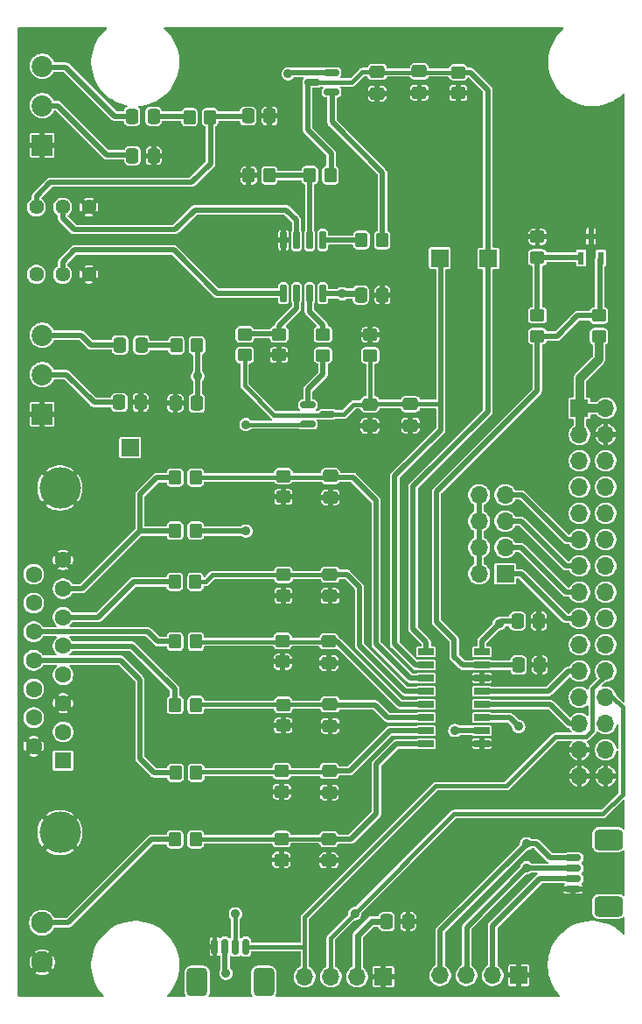
<source format=gbr>
%TF.GenerationSoftware,KiCad,Pcbnew,9.0.6*%
%TF.CreationDate,2025-11-25T17:06:26+11:00*%
%TF.ProjectId,v8_equip_analog_RVR,76385f65-7175-4697-905f-616e616c6f67,rev?*%
%TF.SameCoordinates,Original*%
%TF.FileFunction,Copper,L1,Top*%
%TF.FilePolarity,Positive*%
%FSLAX46Y46*%
G04 Gerber Fmt 4.6, Leading zero omitted, Abs format (unit mm)*
G04 Created by KiCad (PCBNEW 9.0.6) date 2025-11-25 17:06:26*
%MOMM*%
%LPD*%
G01*
G04 APERTURE LIST*
G04 Aperture macros list*
%AMRoundRect*
0 Rectangle with rounded corners*
0 $1 Rounding radius*
0 $2 $3 $4 $5 $6 $7 $8 $9 X,Y pos of 4 corners*
0 Add a 4 corners polygon primitive as box body*
4,1,4,$2,$3,$4,$5,$6,$7,$8,$9,$2,$3,0*
0 Add four circle primitives for the rounded corners*
1,1,$1+$1,$2,$3*
1,1,$1+$1,$4,$5*
1,1,$1+$1,$6,$7*
1,1,$1+$1,$8,$9*
0 Add four rect primitives between the rounded corners*
20,1,$1+$1,$2,$3,$4,$5,0*
20,1,$1+$1,$4,$5,$6,$7,0*
20,1,$1+$1,$6,$7,$8,$9,0*
20,1,$1+$1,$8,$9,$2,$3,0*%
G04 Aperture macros list end*
%TA.AperFunction,ComponentPad*%
%ADD10C,4.000000*%
%TD*%
%TA.AperFunction,ComponentPad*%
%ADD11R,1.600000X1.600000*%
%TD*%
%TA.AperFunction,ComponentPad*%
%ADD12C,1.600000*%
%TD*%
%TA.AperFunction,SMDPad,CuDef*%
%ADD13RoundRect,0.150000X-0.150000X0.725000X-0.150000X-0.725000X0.150000X-0.725000X0.150000X0.725000X0*%
%TD*%
%TA.AperFunction,SMDPad,CuDef*%
%ADD14RoundRect,0.250000X-0.450000X0.350000X-0.450000X-0.350000X0.450000X-0.350000X0.450000X0.350000X0*%
%TD*%
%TA.AperFunction,SMDPad,CuDef*%
%ADD15RoundRect,0.250000X-0.337500X-0.475000X0.337500X-0.475000X0.337500X0.475000X-0.337500X0.475000X0*%
%TD*%
%TA.AperFunction,SMDPad,CuDef*%
%ADD16RoundRect,0.250000X0.450000X-0.350000X0.450000X0.350000X-0.450000X0.350000X-0.450000X-0.350000X0*%
%TD*%
%TA.AperFunction,SMDPad,CuDef*%
%ADD17RoundRect,0.250000X-0.475000X0.337500X-0.475000X-0.337500X0.475000X-0.337500X0.475000X0.337500X0*%
%TD*%
%TA.AperFunction,SMDPad,CuDef*%
%ADD18RoundRect,0.250000X-0.350000X-0.450000X0.350000X-0.450000X0.350000X0.450000X-0.350000X0.450000X0*%
%TD*%
%TA.AperFunction,SMDPad,CuDef*%
%ADD19RoundRect,0.250000X0.337500X0.475000X-0.337500X0.475000X-0.337500X-0.475000X0.337500X-0.475000X0*%
%TD*%
%TA.AperFunction,SMDPad,CuDef*%
%ADD20RoundRect,0.250000X0.475000X-0.337500X0.475000X0.337500X-0.475000X0.337500X-0.475000X-0.337500X0*%
%TD*%
%TA.AperFunction,ComponentPad*%
%ADD21R,2.025000X2.025000*%
%TD*%
%TA.AperFunction,ComponentPad*%
%ADD22C,2.025000*%
%TD*%
%TA.AperFunction,ComponentPad*%
%ADD23C,1.440000*%
%TD*%
%TA.AperFunction,SMDPad,CuDef*%
%ADD24RoundRect,0.150000X-0.150000X-0.625000X0.150000X-0.625000X0.150000X0.625000X-0.150000X0.625000X0*%
%TD*%
%TA.AperFunction,SMDPad,CuDef*%
%ADD25RoundRect,0.416666X-0.583334X-0.970834X0.583334X-0.970834X0.583334X0.970834X-0.583334X0.970834X0*%
%TD*%
%TA.AperFunction,ComponentPad*%
%ADD26R,1.700000X1.700000*%
%TD*%
%TA.AperFunction,ComponentPad*%
%ADD27O,1.700000X1.700000*%
%TD*%
%TA.AperFunction,ComponentPad*%
%ADD28C,2.100000*%
%TD*%
%TA.AperFunction,SMDPad,CuDef*%
%ADD29RoundRect,0.150000X-0.587500X-0.150000X0.587500X-0.150000X0.587500X0.150000X-0.587500X0.150000X0*%
%TD*%
%TA.AperFunction,SMDPad,CuDef*%
%ADD30RoundRect,0.150000X0.625000X-0.150000X0.625000X0.150000X-0.625000X0.150000X-0.625000X-0.150000X0*%
%TD*%
%TA.AperFunction,SMDPad,CuDef*%
%ADD31RoundRect,0.416666X0.970834X-0.583334X0.970834X0.583334X-0.970834X0.583334X-0.970834X-0.583334X0*%
%TD*%
%TA.AperFunction,SMDPad,CuDef*%
%ADD32RoundRect,0.250000X0.350000X0.450000X-0.350000X0.450000X-0.350000X-0.450000X0.350000X-0.450000X0*%
%TD*%
%TA.AperFunction,SMDPad,CuDef*%
%ADD33RoundRect,0.150000X0.587500X0.150000X-0.587500X0.150000X-0.587500X-0.150000X0.587500X-0.150000X0*%
%TD*%
%TA.AperFunction,SMDPad,CuDef*%
%ADD34R,0.600000X1.250000*%
%TD*%
%TA.AperFunction,SMDPad,CuDef*%
%ADD35R,1.500000X0.650000*%
%TD*%
%TA.AperFunction,ViaPad*%
%ADD36C,0.889000*%
%TD*%
%TA.AperFunction,Conductor*%
%ADD37C,0.508000*%
%TD*%
%TA.AperFunction,Conductor*%
%ADD38C,0.406400*%
%TD*%
%TA.AperFunction,Conductor*%
%ADD39C,0.609600*%
%TD*%
%TA.AperFunction,Conductor*%
%ADD40C,0.812800*%
%TD*%
G04 APERTURE END LIST*
D10*
%TO.P,J3,0,PAD*%
%TO.N,GND*%
X4700000Y-45155000D03*
X4700000Y-78455000D03*
D11*
%TO.P,J3,1,1*%
%TO.N,TX:Interlock*%
X5000000Y-71500000D03*
D12*
%TO.P,J3,2,2*%
%TO.N,TX:AGC_FWD*%
X5000000Y-68730000D03*
%TO.P,J3,3,3*%
%TO.N,GND*%
X5000000Y-65960000D03*
%TO.P,J3,4,4*%
%TO.N,SDA_X*%
X5000000Y-63190000D03*
%TO.P,J3,5,5*%
%TO.N,TX:VPA*%
X5000000Y-60420000D03*
%TO.P,J3,6,6*%
%TO.N,TX:FWD*%
X5000000Y-57650000D03*
%TO.P,J3,7,7*%
%TO.N,TX:P_Good_OC*%
X5000000Y-54880000D03*
%TO.P,J3,8,8*%
%TO.N,GND*%
X5000000Y-52110000D03*
%TO.P,J3,9,P9*%
X2160000Y-70115000D03*
%TO.P,J3,10,P10*%
%TO.N,TX:AGC_RFL*%
X2160000Y-67345000D03*
%TO.P,J3,11,P111*%
%TO.N,SCL_X*%
X2160000Y-64575000D03*
%TO.P,J3,12,P12*%
%TO.N,TX:IPA*%
X2160000Y-61805000D03*
%TO.P,J3,13,P13*%
%TO.N,TX:RFL*%
X2160000Y-59035000D03*
%TO.P,J3,14,P14*%
%TO.N,TX:ON*%
X2160000Y-56265000D03*
%TO.P,J3,15,P15*%
%TO.N,TX:OFF*%
X2160000Y-53495000D03*
%TD*%
D13*
%TO.P,U1,1*%
%TO.N,Net-(R17-Pad1)*%
X30149800Y-21174000D03*
%TO.P,U1,2,-*%
%TO.N,Net-(U1A--)*%
X28879800Y-21174000D03*
%TO.P,U1,3,+*%
%TO.N,Net-(U1A-+)*%
X27609800Y-21174000D03*
%TO.P,U1,4,V-*%
%TO.N,GND*%
X26339800Y-21174000D03*
%TO.P,U1,5,+*%
%TO.N,Net-(U1B-+)*%
X26339800Y-26324000D03*
%TO.P,U1,6,-*%
%TO.N,Net-(U1B--)*%
X27609800Y-26324000D03*
%TO.P,U1,7*%
%TO.N,Net-(R23-Pad1)*%
X28879800Y-26324000D03*
%TO.P,U1,8,V+*%
%TO.N,+5V*%
X30149800Y-26324000D03*
%TD*%
D14*
%TO.P,R13,1*%
%TO.N,/IN7*%
X26138200Y-79086200D03*
%TO.P,R13,2*%
%TO.N,GND*%
X26138200Y-81086200D03*
%TD*%
D15*
%TO.P,C10,1*%
%TO.N,/VREF*%
X49102100Y-62255400D03*
%TO.P,C10,2*%
%TO.N,GND*%
X51177100Y-62255400D03*
%TD*%
D16*
%TO.P,R18,1*%
%TO.N,Net-(IC2-FB)*%
X50927000Y-22869400D03*
%TO.P,R18,2*%
%TO.N,GND*%
X50927000Y-20869400D03*
%TD*%
D15*
%TO.P,C15,1*%
%TO.N,+3V3*%
X36325900Y-87045800D03*
%TO.P,C15,2*%
%TO.N,GND*%
X38400900Y-87045800D03*
%TD*%
D17*
%TO.P,C7,1*%
%TO.N,/IN6*%
X30782500Y-72495500D03*
%TO.P,C7,2*%
%TO.N,GND*%
X30782500Y-74570500D03*
%TD*%
D18*
%TO.P,R10,1*%
%TO.N,TX:IPA*%
X15886400Y-72684129D03*
%TO.P,R10,2*%
%TO.N,/IN6*%
X17886400Y-72684129D03*
%TD*%
D19*
%TO.P,C9,1*%
%TO.N,Net-(C9-Pad1)*%
X13762900Y-9220200D03*
%TO.P,C9,2*%
%TO.N,/A0+*%
X11687900Y-9220200D03*
%TD*%
D18*
%TO.P,R17,1*%
%TO.N,Net-(R17-Pad1)*%
X33899600Y-21183600D03*
%TO.P,R17,2*%
%TO.N,Net-(D8-Pad1)*%
X35899600Y-21183600D03*
%TD*%
D14*
%TO.P,R8,1*%
%TO.N,/IN4*%
X26265900Y-59934600D03*
%TO.P,R8,2*%
%TO.N,GND*%
X26265900Y-61934600D03*
%TD*%
%TO.P,R7,1*%
%TO.N,/IN5*%
X26314400Y-66106800D03*
%TO.P,R7,2*%
%TO.N,GND*%
X26314400Y-68106800D03*
%TD*%
D17*
%TO.P,C3,1*%
%TO.N,/IN4*%
X30736300Y-59973300D03*
%TO.P,C3,2*%
%TO.N,GND*%
X30736300Y-62048300D03*
%TD*%
D20*
%TO.P,C21,1*%
%TO.N,GND*%
X34721800Y-39137500D03*
%TO.P,C21,2*%
%TO.N,/IN1*%
X34721800Y-37062500D03*
%TD*%
D21*
%TO.P,J6,1,Pin_1*%
%TO.N,GND*%
X3000000Y-12000000D03*
D22*
%TO.P,J6,2,Pin_2*%
%TO.N,/A0-*%
X3000000Y-8190000D03*
%TO.P,J6,3,Pin_3*%
%TO.N,/A0+*%
X3000000Y-4380000D03*
%TD*%
D23*
%TO.P,RV1,1,1*%
%TO.N,GND*%
X7500000Y-18000000D03*
%TO.P,RV1,2,2*%
%TO.N,Net-(U1A-+)*%
X4960000Y-18000000D03*
%TO.P,RV1,3,3*%
%TO.N,Net-(C12-Pad1)*%
X2420000Y-18000000D03*
%TD*%
D14*
%TO.P,R24,1*%
%TO.N,Net-(U1B--)*%
X22580600Y-30292800D03*
%TO.P,R24,2*%
%TO.N,/IN1*%
X22580600Y-32292800D03*
%TD*%
D15*
%TO.P,C16,1*%
%TO.N,+5V*%
X33836700Y-26492200D03*
%TO.P,C16,2*%
%TO.N,GND*%
X35911700Y-26492200D03*
%TD*%
D20*
%TO.P,C20,1*%
%TO.N,GND*%
X38633400Y-39112100D03*
%TO.P,C20,2*%
%TO.N,/IN1*%
X38633400Y-37037100D03*
%TD*%
D18*
%TO.P,R6,1*%
%TO.N,TX:VPA*%
X15861000Y-66115729D03*
%TO.P,R6,2*%
%TO.N,/IN5*%
X17861000Y-66115729D03*
%TD*%
D24*
%TO.P,CON4,1,Pin_1*%
%TO.N,GND*%
X19683600Y-89490800D03*
%TO.P,CON4,2,Pin_2*%
%TO.N,+3V3*%
X20683600Y-89490800D03*
%TO.P,CON4,3,Pin_3*%
%TO.N,/GP6*%
X21683600Y-89490800D03*
%TO.P,CON4,4,Pin_4*%
%TO.N,/GP7*%
X22683600Y-89490800D03*
D25*
%TO.P,CON4,MP*%
%TO.N,N/C*%
X17983200Y-92913200D03*
X24434800Y-92913200D03*
%TD*%
D26*
%TO.P,J1,1,Pin_1*%
%TO.N,+5V*%
X54991000Y-37439600D03*
D27*
%TO.P,J1,2,Pin_2*%
X57531000Y-37439600D03*
%TO.P,J1,3,Pin_3*%
X54991000Y-39979600D03*
%TO.P,J1,4,Pin_4*%
%TO.N,GND*%
X57531000Y-39979600D03*
%TO.P,J1,5,Pin_5*%
%TO.N,+3V3*%
X54991000Y-42519600D03*
%TO.P,J1,6,Pin_6*%
%TO.N,/GP15*%
X57531000Y-42519600D03*
%TO.P,J1,7,Pin_7*%
%TO.N,/GP16*%
X54991000Y-45059600D03*
%TO.P,J1,8,Pin_8*%
%TO.N,/GP14*%
X57531000Y-45059600D03*
%TO.P,J1,9,Pin_9*%
%TO.N,/GP17*%
X54991000Y-47599600D03*
%TO.P,J1,10,Pin_10*%
%TO.N,/GP13*%
X57531000Y-47599600D03*
%TO.P,J1,11,Pin_11*%
%TO.N,/GP18*%
X54991000Y-50139600D03*
%TO.P,J1,12,Pin_12*%
%TO.N,/GP12*%
X57531000Y-50139600D03*
%TO.P,J1,13,Pin_13*%
%TO.N,/GP19*%
X54991000Y-52679600D03*
%TO.P,J1,14,Pin_14*%
%TO.N,/GP11*%
X57531000Y-52679600D03*
%TO.P,J1,15,Pin_15*%
%TO.N,/GP20*%
X54991000Y-55219600D03*
%TO.P,J1,16,Pin_16*%
%TO.N,/GP10*%
X57531000Y-55219600D03*
%TO.P,J1,17,Pin_17*%
%TO.N,/GP21*%
X54991000Y-57759600D03*
%TO.P,J1,18,Pin_18*%
%TO.N,/GP9*%
X57531000Y-57759600D03*
%TO.P,J1,19,Pin_19*%
%TO.N,/MOSI*%
X54991000Y-60299600D03*
%TO.P,J1,20,Pin_20*%
%TO.N,/GP8*%
X57531000Y-60299600D03*
%TO.P,J1,21,Pin_21*%
%TO.N,/SCK*%
X54991000Y-62839600D03*
%TO.P,J1,22,Pin_22*%
%TO.N,/GP7*%
X57531000Y-62839600D03*
%TO.P,J1,23,Pin_23*%
%TO.N,/GP1*%
X54991000Y-65379600D03*
%TO.P,J1,24,Pin_24*%
%TO.N,/GP6*%
X57531000Y-65379600D03*
%TO.P,J1,25,Pin_25*%
%TO.N,/MISO*%
X54991000Y-67919600D03*
%TO.P,J1,26,Pin_26*%
%TO.N,/GP5*%
X57531000Y-67919600D03*
%TO.P,J1,27,Pin_27*%
%TO.N,GND*%
X54991000Y-70459600D03*
%TO.P,J1,28,Pin_28*%
%TO.N,/GP4*%
X57531000Y-70459600D03*
%TO.P,J1,29,Pin_29*%
%TO.N,GND*%
X54991000Y-72999600D03*
%TO.P,J1,30,Pin_30*%
X57531000Y-72999600D03*
%TD*%
D16*
%TO.P,R14,1*%
%TO.N,+5V*%
X56870600Y-30489400D03*
%TO.P,R14,2*%
%TO.N,/VREF*%
X56870600Y-28489400D03*
%TD*%
D14*
%TO.P,R3,1*%
%TO.N,/IN2*%
X26339800Y-44004900D03*
%TO.P,R3,2*%
%TO.N,GND*%
X26339800Y-46004900D03*
%TD*%
D15*
%TO.P,C12,1*%
%TO.N,Net-(C12-Pad1)*%
X22914700Y-9194800D03*
%TO.P,C12,2*%
%TO.N,GND*%
X24989700Y-9194800D03*
%TD*%
D26*
%TO.P,J2,1,Pin_1*%
%TO.N,TX:IPA*%
X11506200Y-41249600D03*
%TD*%
D15*
%TO.P,C11,1*%
%TO.N,/A0-*%
X11713300Y-13030200D03*
%TO.P,C11,2*%
%TO.N,GND*%
X13788300Y-13030200D03*
%TD*%
D14*
%TO.P,R4,1*%
%TO.N,/IN3*%
X26339800Y-53544471D03*
%TO.P,R4,2*%
%TO.N,GND*%
X26339800Y-55544471D03*
%TD*%
D28*
%TO.P,J4,1,Pin_1*%
%TO.N,GND*%
X2971800Y-90982800D03*
%TO.P,J4,2,Pin_2*%
%TO.N,/A7*%
X2971800Y-87172800D03*
%TD*%
D18*
%TO.P,R2,1*%
%TO.N,TX:FWD*%
X15814800Y-54229000D03*
%TO.P,R2,2*%
%TO.N,/IN3*%
X17814800Y-54229000D03*
%TD*%
D16*
%TO.P,R15,1*%
%TO.N,/VREF*%
X50927000Y-30464000D03*
%TO.P,R15,2*%
%TO.N,Net-(IC2-FB)*%
X50927000Y-28464000D03*
%TD*%
D29*
%TO.P,D10,1*%
%TO.N,Net-(D10-Pad1)*%
X28704300Y-37099200D03*
%TO.P,D10,2*%
%TO.N,+3V3*%
X28704300Y-38999200D03*
%TO.P,D10,3*%
%TO.N,/IN1*%
X30579300Y-38049200D03*
%TD*%
D18*
%TO.P,R5,1*%
%TO.N,TX:RFL*%
X15865600Y-59994800D03*
%TO.P,R5,2*%
%TO.N,/IN4*%
X17865600Y-59994800D03*
%TD*%
D20*
%TO.P,C14,1*%
%TO.N,GND*%
X35407600Y-7006500D03*
%TO.P,C14,2*%
%TO.N,/IN0*%
X35407600Y-4931500D03*
%TD*%
D17*
%TO.P,C4,1*%
%TO.N,/IN5*%
X30861000Y-66069300D03*
%TO.P,C4,2*%
%TO.N,GND*%
X30861000Y-68144300D03*
%TD*%
D20*
%TO.P,C13,1*%
%TO.N,GND*%
X39497000Y-6955700D03*
%TO.P,C13,2*%
%TO.N,/IN0*%
X39497000Y-4880700D03*
%TD*%
D26*
%TO.P,J5,1,Pin_1*%
%TO.N,/GP21*%
X47802800Y-53441600D03*
D27*
%TO.P,J5,2,Pin_2*%
%TO.N,/CS!*%
X45262800Y-53441600D03*
%TO.P,J5,3,Pin_3*%
%TO.N,/GP20*%
X47802800Y-50901600D03*
%TO.P,J5,4,Pin_4*%
%TO.N,/CS!*%
X45262800Y-50901600D03*
%TO.P,J5,5,Pin_5*%
%TO.N,/GP19*%
X47802800Y-48361600D03*
%TO.P,J5,6,Pin_6*%
%TO.N,/CS!*%
X45262800Y-48361600D03*
%TO.P,J5,7,Pin_7*%
%TO.N,/GP18*%
X47802800Y-45821600D03*
%TO.P,J5,8,Pin_8*%
%TO.N,/CS!*%
X45262800Y-45821600D03*
%TD*%
D30*
%TO.P,CON2,1,Pin_1*%
%TO.N,GND*%
X54388000Y-83897600D03*
%TO.P,CON2,2,Pin_2*%
%TO.N,+3V3*%
X54388000Y-82897600D03*
%TO.P,CON2,3,Pin_3*%
%TO.N,/GP4*%
X54388000Y-81897600D03*
%TO.P,CON2,4,Pin_4*%
%TO.N,/GP5*%
X54388000Y-80897600D03*
D31*
%TO.P,CON2,MP*%
%TO.N,N/C*%
X57810400Y-85598000D03*
X57810400Y-79146400D03*
%TD*%
D32*
%TO.P,R9,1*%
%TO.N,+3V3*%
X17840200Y-49276000D03*
%TO.P,R9,2*%
%TO.N,TX:P_Good_OC*%
X15840200Y-49276000D03*
%TD*%
D33*
%TO.P,D8,1*%
%TO.N,Net-(D8-Pad1)*%
X31011100Y-6893600D03*
%TO.P,D8,2*%
%TO.N,+3V3*%
X31011100Y-4993600D03*
%TO.P,D8,3*%
%TO.N,/IN0*%
X29136100Y-5943600D03*
%TD*%
D34*
%TO.P,IC2,1,FB*%
%TO.N,Net-(IC2-FB)*%
X55158600Y-22919400D03*
%TO.P,IC2,2,CATHODE*%
%TO.N,/VREF*%
X57058600Y-22919400D03*
%TO.P,IC2,3,ANODE*%
%TO.N,GND*%
X56108600Y-20819400D03*
%TD*%
D19*
%TO.P,C19,1*%
%TO.N,Net-(C19-Pad1)*%
X17953900Y-36957000D03*
%TO.P,C19,2*%
%TO.N,GND*%
X15878900Y-36957000D03*
%TD*%
D17*
%TO.P,C2,1*%
%TO.N,/IN3*%
X30861000Y-53506971D03*
%TO.P,C2,2*%
%TO.N,GND*%
X30861000Y-55581971D03*
%TD*%
D26*
%TO.P,J7,1,Pin_1*%
%TO.N,/IN0*%
X46177200Y-22961600D03*
%TD*%
D16*
%TO.P,R20,1*%
%TO.N,GND*%
X43256200Y-6969000D03*
%TO.P,R20,2*%
%TO.N,/IN0*%
X43256200Y-4969000D03*
%TD*%
D14*
%TO.P,R23,1*%
%TO.N,Net-(R23-Pad1)*%
X30175200Y-30318200D03*
%TO.P,R23,2*%
%TO.N,Net-(D10-Pad1)*%
X30175200Y-32318200D03*
%TD*%
D18*
%TO.P,R11,1*%
%TO.N,/A7*%
X15839500Y-79120529D03*
%TO.P,R11,2*%
%TO.N,/IN7*%
X17839500Y-79120529D03*
%TD*%
%TO.P,R21,1*%
%TO.N,GND*%
X22977600Y-14935200D03*
%TO.P,R21,2*%
%TO.N,Net-(U1A--)*%
X24977600Y-14935200D03*
%TD*%
D15*
%TO.P,C5,1*%
%TO.N,+3V3*%
X49000500Y-58013600D03*
%TO.P,C5,2*%
%TO.N,GND*%
X51075500Y-58013600D03*
%TD*%
D26*
%TO.P,J9,1,Pin_1*%
%TO.N,/IN1*%
X41478200Y-22936200D03*
%TD*%
D14*
%TO.P,R12,1*%
%TO.N,/IN6*%
X26185100Y-72507600D03*
%TO.P,R12,2*%
%TO.N,GND*%
X26185100Y-74507600D03*
%TD*%
D17*
%TO.P,C1,1*%
%TO.N,/IN2*%
X30886400Y-43996700D03*
%TO.P,C1,2*%
%TO.N,GND*%
X30886400Y-46071700D03*
%TD*%
D23*
%TO.P,RV2,1,1*%
%TO.N,GND*%
X7500000Y-24500000D03*
%TO.P,RV2,2,2*%
%TO.N,Net-(U1B-+)*%
X4960000Y-24500000D03*
%TO.P,RV2,3,3*%
%TO.N,Net-(C19-Pad1)*%
X2420000Y-24500000D03*
%TD*%
D19*
%TO.P,C17,1*%
%TO.N,Net-(C17-Pad1)*%
X12594500Y-31318200D03*
%TO.P,C17,2*%
%TO.N,/A1+*%
X10519500Y-31318200D03*
%TD*%
D21*
%TO.P,J8,1,Pin_1*%
%TO.N,GND*%
X3000000Y-38000000D03*
D22*
%TO.P,J8,2,Pin_2*%
%TO.N,/A1-*%
X3000000Y-34190000D03*
%TO.P,J8,3,Pin_3*%
%TO.N,/A1+*%
X3000000Y-30380000D03*
%TD*%
D17*
%TO.P,C8,1*%
%TO.N,/IN7*%
X30735600Y-79084300D03*
%TO.P,C8,2*%
%TO.N,GND*%
X30735600Y-81159300D03*
%TD*%
D26*
%TO.P,CON1,1,Pin_1*%
%TO.N,GND*%
X49123600Y-92252800D03*
D27*
%TO.P,CON1,2,Pin_2*%
%TO.N,+3V3*%
X46583600Y-92252800D03*
%TO.P,CON1,3,Pin_3*%
%TO.N,/GP4*%
X44043600Y-92252800D03*
%TO.P,CON1,4,Pin_4*%
%TO.N,/GP5*%
X41503600Y-92252800D03*
%TD*%
D18*
%TO.P,R19,1*%
%TO.N,Net-(U1A--)*%
X28895800Y-14909800D03*
%TO.P,R19,2*%
%TO.N,/IN0*%
X30895800Y-14909800D03*
%TD*%
%TO.P,R16,1*%
%TO.N,Net-(C9-Pad1)*%
X17237200Y-9296400D03*
%TO.P,R16,2*%
%TO.N,Net-(C12-Pad1)*%
X19237200Y-9296400D03*
%TD*%
D15*
%TO.P,C18,1*%
%TO.N,/A1-*%
X10443300Y-36880800D03*
%TO.P,C18,2*%
%TO.N,GND*%
X12518300Y-36880800D03*
%TD*%
D14*
%TO.P,R25,1*%
%TO.N,GND*%
X34747200Y-30343600D03*
%TO.P,R25,2*%
%TO.N,/IN1*%
X34747200Y-32343600D03*
%TD*%
D18*
%TO.P,R22,1*%
%TO.N,Net-(C17-Pad1)*%
X15967200Y-31369000D03*
%TO.P,R22,2*%
%TO.N,Net-(C19-Pad1)*%
X17967200Y-31369000D03*
%TD*%
%TO.P,R1,1*%
%TO.N,TX:P_Good_OC*%
X15840200Y-44145200D03*
%TO.P,R1,2*%
%TO.N,/IN2*%
X17840200Y-44145200D03*
%TD*%
D35*
%TO.P,IC1,1,CH0*%
%TO.N,/IN0*%
X40149800Y-60985400D03*
%TO.P,IC1,2,CH1*%
%TO.N,/IN1*%
X40149800Y-62255400D03*
%TO.P,IC1,3,CH2*%
%TO.N,/IN2*%
X40149800Y-63525400D03*
%TO.P,IC1,4,CH3*%
%TO.N,/IN3*%
X40149800Y-64795400D03*
%TO.P,IC1,5,CH4*%
%TO.N,/IN4*%
X40149800Y-66065400D03*
%TO.P,IC1,6,CH5*%
%TO.N,/IN5*%
X40149800Y-67335400D03*
%TO.P,IC1,7,CH6*%
%TO.N,/IN6*%
X40149800Y-68605400D03*
%TO.P,IC1,8,CH7*%
%TO.N,/IN7*%
X40149800Y-69875400D03*
%TO.P,IC1,9,DGND*%
%TO.N,GND*%
X45549800Y-69875400D03*
%TO.P,IC1,10,~{CS}/SHDN*%
%TO.N,/CS!*%
X45549800Y-68605400D03*
%TO.P,IC1,11,DIN*%
%TO.N,/MOSI*%
X45549800Y-67335400D03*
%TO.P,IC1,12,DOUT*%
%TO.N,/MISO*%
X45549800Y-66065400D03*
%TO.P,IC1,13,CLK*%
%TO.N,/SCK*%
X45549800Y-64795400D03*
%TO.P,IC1,14,AGND*%
%TO.N,GND*%
X45549800Y-63525400D03*
%TO.P,IC1,15,VREF*%
%TO.N,/VREF*%
X45549800Y-62255400D03*
%TO.P,IC1,16,VDD*%
%TO.N,+3V3*%
X45549800Y-60985400D03*
%TD*%
D16*
%TO.P,R26,1*%
%TO.N,GND*%
X25908000Y-32292800D03*
%TO.P,R26,2*%
%TO.N,Net-(U1B--)*%
X25908000Y-30292800D03*
%TD*%
D26*
%TO.P,CON3,1,Pin_1*%
%TO.N,GND*%
X36017200Y-92379800D03*
D27*
%TO.P,CON3,2,Pin_2*%
%TO.N,+3V3*%
X33477200Y-92379800D03*
%TO.P,CON3,3,Pin_3*%
%TO.N,/GP6*%
X30937200Y-92379800D03*
%TO.P,CON3,4,Pin_4*%
%TO.N,/GP7*%
X28397200Y-92379800D03*
%TD*%
D36*
%TO.N,GND*%
X26720800Y-12598400D03*
X25857200Y-35001200D03*
X28371800Y-69900800D03*
X28371800Y-81280000D03*
X42926000Y-72771000D03*
X53619400Y-19050000D03*
X28295600Y-57556400D03*
X28422600Y-46761400D03*
X17602200Y-13182600D03*
X49123600Y-70332600D03*
X42951400Y-75285600D03*
X39522400Y-10033000D03*
X14300200Y-34671000D03*
X51816000Y-59817000D03*
X54127400Y-86563200D03*
X45974000Y-56159400D03*
X36931600Y-23596600D03*
X28346400Y-76301600D03*
X42799000Y-56108600D03*
X12065000Y-84302600D03*
X20396200Y-14935200D03*
X36728400Y-40741600D03*
X19380200Y-29464000D03*
X24663400Y-23596600D03*
X28346400Y-63474600D03*
X38430200Y-83896200D03*
X36931600Y-29438600D03*
X42875200Y-63550800D03*
%TO.N,+3V3*%
X26797000Y-5105400D03*
X20777200Y-92049600D03*
X47218600Y-58267600D03*
X22707600Y-39014400D03*
X22707600Y-49301400D03*
%TO.N,+5V*%
X32029400Y-26365200D03*
%TO.N,/GP5*%
X49860200Y-79526000D03*
%TO.N,/GP4*%
X49860200Y-81864200D03*
%TO.N,/MOSI*%
X49098200Y-68199000D03*
%TO.N,/GP6*%
X33248600Y-86283800D03*
X21691600Y-86309200D03*
%TO.N,/CS!*%
X42926000Y-68580000D03*
%TO.N,Net-(C19-Pad1)*%
X18034000Y-34340800D03*
%TD*%
D37*
%TO.N,/IN0*%
X28676600Y-5943600D02*
X28676600Y-10515600D01*
D38*
X29136100Y-5943600D02*
X32969200Y-5943600D01*
D37*
X30972000Y-12811000D02*
X30972000Y-14833600D01*
D38*
X35454500Y-4978400D02*
X43246800Y-4978400D01*
D37*
X44415200Y-4969000D02*
X46126400Y-6680200D01*
D38*
X33981300Y-4931500D02*
X35407600Y-4931500D01*
D37*
X38887400Y-44983400D02*
X38887400Y-58775600D01*
X28676600Y-10515600D02*
X30972000Y-12811000D01*
X46126400Y-6680200D02*
X46126400Y-37744400D01*
X46126400Y-37744400D02*
X38887400Y-44983400D01*
X40149800Y-60038000D02*
X40149800Y-60985400D01*
X43256200Y-4969000D02*
X44415200Y-4969000D01*
D38*
X32969200Y-5943600D02*
X33981300Y-4931500D01*
D37*
X38887400Y-58775600D02*
X40149800Y-60038000D01*
D38*
%TO.N,/IN4*%
X17802300Y-60004529D02*
X30705071Y-60004529D01*
D37*
X40149800Y-66065400D02*
X37617400Y-66065400D01*
X31506200Y-59954200D02*
X30755400Y-59954200D01*
X37617400Y-66065400D02*
X31506200Y-59954200D01*
%TO.N,+3V3*%
X47218600Y-58267600D02*
X45549800Y-59936400D01*
X46583600Y-87452200D02*
X51138200Y-82897600D01*
X26908800Y-4993600D02*
X31011100Y-4993600D01*
X51138200Y-82897600D02*
X54388000Y-82897600D01*
X26797000Y-5105400D02*
X26908800Y-4993600D01*
D39*
X34848800Y-87045800D02*
X36325900Y-87045800D01*
D37*
X20777200Y-92049600D02*
X20683600Y-91956000D01*
D39*
X33502600Y-88392000D02*
X34848800Y-87045800D01*
D37*
X47218600Y-58267600D02*
X47447200Y-58039000D01*
D38*
X22707600Y-39014400D02*
X28689100Y-39014400D01*
D37*
X47447200Y-58039000D02*
X48975100Y-58039000D01*
D39*
X33502600Y-92354400D02*
X33502600Y-88392000D01*
D37*
X45549800Y-59936400D02*
X45549800Y-60985400D01*
X46583600Y-92252800D02*
X46583600Y-87452200D01*
X22707600Y-49301400D02*
X17865600Y-49301400D01*
X20683600Y-91956000D02*
X20683600Y-89490800D01*
%TO.N,/IN5*%
X31144300Y-66116200D02*
X35229800Y-66116200D01*
D38*
X30853300Y-66077000D02*
X17899729Y-66077000D01*
D37*
X35229800Y-66116200D02*
X36449000Y-67335400D01*
X36449000Y-67335400D02*
X40149800Y-67335400D01*
%TO.N,/IN1*%
X41579800Y-39522400D02*
X37109400Y-43992800D01*
X39116000Y-62255400D02*
X40149800Y-62255400D01*
D38*
X41579800Y-37033200D02*
X34751100Y-37033200D01*
X33143100Y-37062500D02*
X32156400Y-38049200D01*
X34747200Y-32343600D02*
X34747200Y-37037100D01*
D37*
X37109400Y-60248800D02*
X39116000Y-62255400D01*
X37109400Y-43992800D02*
X37109400Y-60248800D01*
D38*
X25425400Y-38100000D02*
X30528500Y-38100000D01*
X34721800Y-37062500D02*
X33143100Y-37062500D01*
X32156400Y-38049200D02*
X30579300Y-38049200D01*
D37*
X41579800Y-23037800D02*
X41579800Y-39522400D01*
D38*
X22580600Y-32292800D02*
X22580600Y-35255200D01*
X22580600Y-35255200D02*
X25425400Y-38100000D01*
D37*
%TO.N,/IN2*%
X38582600Y-63525400D02*
X40149800Y-63525400D01*
X35306000Y-46329600D02*
X35306000Y-60248800D01*
X33096200Y-44119800D02*
X35306000Y-46329600D01*
D38*
X17783229Y-44147000D02*
X30320042Y-44147000D01*
D37*
X30886400Y-44119800D02*
X33096200Y-44119800D01*
X35306000Y-60248800D02*
X38582600Y-63525400D01*
%TO.N,/IN6*%
X40149800Y-68605400D02*
X36639700Y-68605400D01*
D38*
X30674600Y-72603400D02*
X17967129Y-72603400D01*
D37*
X36639700Y-68605400D02*
X32749600Y-72495500D01*
X32749600Y-72495500D02*
X30782500Y-72495500D01*
%TO.N,/IN3*%
X32501171Y-53506971D02*
X33705800Y-54711600D01*
D38*
X17814800Y-54229000D02*
X18821400Y-54229000D01*
D37*
X33705800Y-54711600D02*
X33705800Y-60375800D01*
D38*
X18821400Y-54229000D02*
X19497000Y-53553400D01*
X19497000Y-53553400D02*
X30814571Y-53553400D01*
D37*
X38125400Y-64795400D02*
X40149800Y-64795400D01*
X33705800Y-60375800D02*
X38125400Y-64795400D01*
X30861000Y-53506971D02*
X32501171Y-53506971D01*
D38*
%TO.N,/IN7*%
X26159200Y-79065200D02*
X30716500Y-79065200D01*
D37*
X32878900Y-79084300D02*
X35331400Y-76631800D01*
X30735600Y-79084300D02*
X32878900Y-79084300D01*
D38*
X17869900Y-79090129D02*
X26134271Y-79090129D01*
D37*
X37261800Y-69875400D02*
X40149800Y-69875400D01*
X35331400Y-76631800D02*
X35331400Y-71805800D01*
X35331400Y-71805800D02*
X37261800Y-69875400D01*
D39*
%TO.N,+5V*%
X32029400Y-26365200D02*
X33709700Y-26365200D01*
D40*
X56870600Y-32715200D02*
X56870600Y-30489400D01*
X55016400Y-39982200D02*
X55016400Y-34569400D01*
X54991000Y-37439600D02*
X57531000Y-37439600D01*
D37*
X30191000Y-26365200D02*
X32029400Y-26365200D01*
D40*
X55016400Y-34569400D02*
X56870600Y-32715200D01*
D37*
%TO.N,Net-(U1A-+)*%
X4960000Y-19057000D02*
X6070600Y-20167600D01*
X26619200Y-18262600D02*
X27609800Y-19253200D01*
X17754600Y-18262600D02*
X26619200Y-18262600D01*
X6070600Y-20167600D02*
X15849600Y-20167600D01*
X4960000Y-18000000D02*
X4960000Y-19057000D01*
X27609800Y-19253200D02*
X27609800Y-21174000D01*
X15849600Y-20167600D02*
X17754600Y-18262600D01*
%TO.N,/GP5*%
X49860200Y-79526000D02*
X49860200Y-79578200D01*
X49860200Y-79526000D02*
X50824000Y-79526000D01*
X41503600Y-87934800D02*
X41503600Y-92252800D01*
X50824000Y-79526000D02*
X52197000Y-80899000D01*
X52197000Y-80899000D02*
X54386600Y-80899000D01*
X49860200Y-79578200D02*
X41503600Y-87934800D01*
%TO.N,/GP4*%
X44094400Y-87604600D02*
X49809400Y-81889600D01*
X49809400Y-81889600D02*
X54380000Y-81889600D01*
X44094400Y-92202000D02*
X44094400Y-87604600D01*
%TO.N,/GP21*%
X55000000Y-57762200D02*
X53647400Y-57762200D01*
X53647400Y-57762200D02*
X49326800Y-53441600D01*
X49326800Y-53441600D02*
X47802800Y-53441600D01*
%TO.N,Net-(U1B-+)*%
X19923200Y-26324000D02*
X26339800Y-26324000D01*
X4960000Y-23297500D02*
X6108700Y-22148800D01*
X15748000Y-22148800D02*
X19923200Y-26324000D01*
X4960000Y-24500000D02*
X4960000Y-23297500D01*
X6108700Y-22148800D02*
X15748000Y-22148800D01*
%TO.N,/MOSI*%
X49098200Y-68199000D02*
X48234600Y-67335400D01*
X48234600Y-67335400D02*
X45549800Y-67335400D01*
D38*
%TO.N,/GP7*%
X28397200Y-86614000D02*
X28397200Y-92379800D01*
X47929800Y-73964800D02*
X41046400Y-73964800D01*
X55651400Y-69189600D02*
X52705000Y-69189600D01*
X41046400Y-73964800D02*
X28397200Y-86614000D01*
X28390600Y-89490800D02*
X28397200Y-89484200D01*
X56261000Y-68580000D02*
X55651400Y-69189600D01*
X52705000Y-69189600D02*
X47929800Y-73964800D01*
X22683600Y-89490800D02*
X28390600Y-89490800D01*
X57990800Y-62842200D02*
X56261000Y-64572000D01*
X56261000Y-64572000D02*
X56261000Y-68580000D01*
%TO.N,/GP6*%
X42875200Y-76657200D02*
X57251600Y-76657200D01*
X59156600Y-66344800D02*
X58194000Y-65382200D01*
X59156600Y-74752200D02*
X59156600Y-66344800D01*
X33248600Y-86283800D02*
X42875200Y-76657200D01*
X58194000Y-65382200D02*
X57540000Y-65382200D01*
X33248600Y-86283800D02*
X30911800Y-88620600D01*
X57251600Y-76657200D02*
X59156600Y-74752200D01*
X21691600Y-86309200D02*
X21683600Y-86317200D01*
X30911800Y-88620600D02*
X30911800Y-92354400D01*
X21683600Y-86317200D02*
X21683600Y-89490800D01*
D37*
%TO.N,/SCK*%
X53972400Y-62842200D02*
X55000000Y-62842200D01*
X45549800Y-64795400D02*
X52019200Y-64795400D01*
X52019200Y-64795400D02*
X53972400Y-62842200D01*
%TO.N,Net-(C9-Pad1)*%
X17161000Y-9220200D02*
X13762900Y-9220200D01*
X17237200Y-9296400D02*
X17161000Y-9220200D01*
%TO.N,/VREF*%
X54771800Y-28489400D02*
X52797200Y-30464000D01*
X41148000Y-45491400D02*
X41148000Y-58064400D01*
X43662600Y-62255400D02*
X45549800Y-62255400D01*
X42875200Y-59791600D02*
X42875200Y-61468000D01*
X49102100Y-62255400D02*
X45549800Y-62255400D01*
X50927000Y-30464000D02*
X50927000Y-35712400D01*
X50927000Y-35712400D02*
X41148000Y-45491400D01*
X41148000Y-58064400D02*
X42875200Y-59791600D01*
X56946800Y-23031200D02*
X57058600Y-22919400D01*
X56946800Y-28413200D02*
X56946800Y-23031200D01*
X52797200Y-30464000D02*
X50927000Y-30464000D01*
X56870600Y-28489400D02*
X54771800Y-28489400D01*
X42875200Y-61468000D02*
X43662600Y-62255400D01*
%TO.N,/MISO*%
X52171600Y-66065400D02*
X45549800Y-66065400D01*
X54028400Y-67922200D02*
X52171600Y-66065400D01*
X55000000Y-67922200D02*
X54028400Y-67922200D01*
%TO.N,/CS!*%
X45262800Y-45821600D02*
X45262800Y-53441600D01*
X42926000Y-68580000D02*
X45524400Y-68580000D01*
%TO.N,Net-(D8-Pad1)*%
X31036500Y-9776700D02*
X31036500Y-6919000D01*
X35915600Y-14655800D02*
X31036500Y-9776700D01*
X35915600Y-21167600D02*
X35915600Y-14655800D01*
%TO.N,Net-(D10-Pad1)*%
X28704300Y-35608500D02*
X28704300Y-37099200D01*
X30175200Y-34137600D02*
X28704300Y-35608500D01*
X30175200Y-32318200D02*
X30175200Y-34137600D01*
%TO.N,/GP18*%
X49428400Y-45821600D02*
X53749000Y-50142200D01*
X53749000Y-50142200D02*
X55000000Y-50142200D01*
X47802800Y-45821600D02*
X49428400Y-45821600D01*
%TO.N,/GP20*%
X53672800Y-55222200D02*
X55000000Y-55222200D01*
X49352200Y-50901600D02*
X53672800Y-55222200D01*
X47802800Y-50901600D02*
X49352200Y-50901600D01*
%TO.N,/GP19*%
X53698200Y-52682200D02*
X49377600Y-48361600D01*
X49377600Y-48361600D02*
X47802800Y-48361600D01*
X55000000Y-52682200D02*
X53698200Y-52682200D01*
%TO.N,Net-(IC2-FB)*%
X55073800Y-22834600D02*
X55158600Y-22919400D01*
X50961800Y-22834600D02*
X55073800Y-22834600D01*
X50927000Y-28413200D02*
X50927000Y-22869400D01*
%TO.N,TX:FWD*%
X11836400Y-54229000D02*
X8407400Y-57658000D01*
X15814800Y-54229000D02*
X11836400Y-54229000D01*
X8407400Y-57658000D02*
X5008000Y-57658000D01*
%TO.N,TX:P_Good_OC*%
X14071600Y-44145200D02*
X12448300Y-45768500D01*
X12448300Y-49299100D02*
X6867400Y-54880000D01*
X15814800Y-49301400D02*
X12448300Y-49301400D01*
X6867400Y-54880000D02*
X5000000Y-54880000D01*
X15840200Y-44145200D02*
X14071600Y-44145200D01*
X12448300Y-45768500D02*
X12448300Y-49299100D01*
%TO.N,TX:IPA*%
X15787100Y-72684129D02*
X13832329Y-72684129D01*
X12446000Y-71297800D02*
X12446000Y-63677800D01*
X13832329Y-72684129D02*
X12446000Y-71297800D01*
X12446000Y-63677800D02*
X10566400Y-61798200D01*
X10566400Y-61798200D02*
X2166800Y-61798200D01*
%TO.N,TX:VPA*%
X11709400Y-60452000D02*
X15812500Y-64555100D01*
X5032000Y-60452000D02*
X11709400Y-60452000D01*
X15812500Y-64555100D02*
X15812500Y-66115729D01*
%TO.N,TX:RFL*%
X13208000Y-59029600D02*
X2165400Y-59029600D01*
X14147800Y-59969400D02*
X13208000Y-59029600D01*
X15713671Y-59969400D02*
X14147800Y-59969400D01*
%TO.N,/A7*%
X15839500Y-79120529D02*
X13564071Y-79120529D01*
X5511800Y-87172800D02*
X2971800Y-87172800D01*
X13564071Y-79120529D02*
X5511800Y-87172800D01*
%TO.N,/A0+*%
X11687900Y-9220200D02*
X10033000Y-9220200D01*
X5283200Y-4470400D02*
X2971800Y-4470400D01*
X10033000Y-9220200D02*
X5283200Y-4470400D01*
%TO.N,/A0-*%
X3000000Y-8190000D02*
X4481600Y-8190000D01*
X4481600Y-8190000D02*
X9245600Y-12954000D01*
X9245600Y-12954000D02*
X11637100Y-12954000D01*
X11637100Y-12954000D02*
X11713300Y-13030200D01*
%TO.N,/A1+*%
X3000000Y-30380000D02*
X6745300Y-30380000D01*
X7683500Y-31318200D02*
X10519500Y-31318200D01*
X6745300Y-30380000D02*
X7683500Y-31318200D01*
%TO.N,/A1-*%
X3000000Y-34190000D02*
X5335600Y-34190000D01*
X8026400Y-36880800D02*
X10443300Y-36880800D01*
X5335600Y-34190000D02*
X8026400Y-36880800D01*
%TO.N,Net-(R17-Pad1)*%
X30159400Y-21183600D02*
X33899600Y-21183600D01*
%TO.N,Net-(U1A--)*%
X28879800Y-14925800D02*
X28879800Y-21174000D01*
X24977600Y-14935200D02*
X28870400Y-14935200D01*
%TO.N,Net-(R23-Pad1)*%
X28854400Y-28092400D02*
X30175200Y-29413200D01*
X28854400Y-26349400D02*
X28854400Y-28092400D01*
X30175200Y-29413200D02*
X30175200Y-30318200D01*
%TO.N,Net-(U1B--)*%
X22631400Y-30242000D02*
X25857200Y-30242000D01*
X25908000Y-29464000D02*
X25908000Y-30292800D01*
X27609800Y-27762200D02*
X25908000Y-29464000D01*
X27609800Y-26324000D02*
X27609800Y-27762200D01*
%TO.N,Net-(C12-Pad1)*%
X19237200Y-9296400D02*
X19313400Y-9220200D01*
X17475200Y-15595600D02*
X3759200Y-15595600D01*
X19278600Y-13792200D02*
X17475200Y-15595600D01*
X19313400Y-9220200D02*
X22889300Y-9220200D01*
X19237200Y-9296400D02*
X19278600Y-9337800D01*
X2420000Y-16934800D02*
X2420000Y-18000000D01*
X19278600Y-9337800D02*
X19278600Y-13792200D01*
X3759200Y-15595600D02*
X2420000Y-16934800D01*
%TO.N,Net-(C17-Pad1)*%
X12645300Y-31369000D02*
X15967200Y-31369000D01*
X12594500Y-31318200D02*
X12645300Y-31369000D01*
%TO.N,Net-(C19-Pad1)*%
X18034000Y-34340800D02*
X18034000Y-36876900D01*
X18034000Y-32045400D02*
X18034000Y-34340800D01*
%TD*%
%TA.AperFunction,Conductor*%
%TO.N,GND*%
G36*
X9196398Y-638265D02*
G01*
X9226462Y-690336D01*
X9216021Y-749550D01*
X9196398Y-772935D01*
X9118871Y-837988D01*
X9118866Y-837992D01*
X8855792Y-1101066D01*
X8855788Y-1101071D01*
X8616654Y-1386058D01*
X8616649Y-1386065D01*
X8403261Y-1690813D01*
X8217237Y-2013016D01*
X8217232Y-2013027D01*
X8060010Y-2350190D01*
X8060007Y-2350198D01*
X7932762Y-2699801D01*
X7836468Y-3059171D01*
X7771866Y-3425547D01*
X7771865Y-3425553D01*
X7771865Y-3425556D01*
X7739440Y-3796180D01*
X7739440Y-4168220D01*
X7771424Y-4533808D01*
X7771866Y-4538852D01*
X7836468Y-4905228D01*
X7836469Y-4905232D01*
X7932761Y-5264596D01*
X8047541Y-5579950D01*
X8060007Y-5614201D01*
X8060010Y-5614209D01*
X8217232Y-5951372D01*
X8217237Y-5951383D01*
X8403261Y-6273586D01*
X8538583Y-6466845D01*
X8588245Y-6537770D01*
X8616649Y-6578334D01*
X8616654Y-6578341D01*
X8651916Y-6620364D01*
X8855793Y-6863335D01*
X9118865Y-7126407D01*
X9403864Y-7365550D01*
X9510448Y-7440181D01*
X9708613Y-7578938D01*
X10022095Y-7759927D01*
X10030818Y-7764963D01*
X10045478Y-7771799D01*
X10343849Y-7910932D01*
X10368001Y-7922194D01*
X10717604Y-8049439D01*
X11076968Y-8145731D01*
X11076971Y-8145731D01*
X11076973Y-8145732D01*
X11091064Y-8148216D01*
X11159654Y-8160310D01*
X11211725Y-8190373D01*
X11232290Y-8246874D01*
X11211726Y-8303375D01*
X11173424Y-8329842D01*
X11137516Y-8342407D01*
X11028252Y-8423047D01*
X11028247Y-8423052D01*
X10947606Y-8532318D01*
X10947605Y-8532319D01*
X10902754Y-8660497D01*
X10902753Y-8660502D01*
X10900362Y-8686006D01*
X10874612Y-8740341D01*
X10819961Y-8765412D01*
X10812846Y-8765700D01*
X10257670Y-8765700D01*
X10201169Y-8745135D01*
X10195515Y-8739955D01*
X5646892Y-4191332D01*
X5646892Y-4191331D01*
X5562273Y-4106711D01*
X5543643Y-4095955D01*
X5458631Y-4046873D01*
X5458630Y-4046872D01*
X5458629Y-4046872D01*
X5434202Y-4040327D01*
X5434202Y-4040326D01*
X5343036Y-4015899D01*
X5223364Y-4015899D01*
X5217982Y-4015899D01*
X5217966Y-4015900D01*
X4220983Y-4015900D01*
X4164482Y-3995335D01*
X4137385Y-3955162D01*
X4124131Y-3914370D01*
X4063910Y-3796179D01*
X4037451Y-3744249D01*
X3925225Y-3589783D01*
X3790217Y-3454775D01*
X3635751Y-3342549D01*
X3465630Y-3255869D01*
X3465627Y-3255868D01*
X3465625Y-3255867D01*
X3284040Y-3196866D01*
X3117321Y-3170461D01*
X3095465Y-3167000D01*
X2904535Y-3167000D01*
X2884948Y-3170102D01*
X2715959Y-3196866D01*
X2534374Y-3255867D01*
X2364252Y-3342547D01*
X2364248Y-3342549D01*
X2209782Y-3454775D01*
X2074775Y-3589782D01*
X1962549Y-3744248D01*
X1962547Y-3744252D01*
X1875867Y-3914374D01*
X1816866Y-4095959D01*
X1790102Y-4264948D01*
X1787000Y-4284535D01*
X1787000Y-4475465D01*
X1791213Y-4502064D01*
X1816866Y-4664040D01*
X1864404Y-4810344D01*
X1875869Y-4845630D01*
X1962549Y-5015751D01*
X2074775Y-5170217D01*
X2209783Y-5305225D01*
X2364249Y-5417451D01*
X2534370Y-5504131D01*
X2715955Y-5563132D01*
X2715956Y-5563132D01*
X2715959Y-5563133D01*
X2761279Y-5570310D01*
X2904535Y-5593000D01*
X2904537Y-5593000D01*
X3095463Y-5593000D01*
X3095465Y-5593000D01*
X3258306Y-5567208D01*
X3284040Y-5563133D01*
X3284041Y-5563132D01*
X3284045Y-5563132D01*
X3465630Y-5504131D01*
X3635751Y-5417451D01*
X3790217Y-5305225D01*
X3925225Y-5170217D01*
X4037451Y-5015751D01*
X4050465Y-4990207D01*
X4059288Y-4972894D01*
X4103262Y-4931888D01*
X4137607Y-4924900D01*
X5058530Y-4924900D01*
X5115031Y-4945465D01*
X5120685Y-4950645D01*
X9669307Y-9499267D01*
X9669307Y-9499268D01*
X9753926Y-9583888D01*
X9753931Y-9583892D01*
X9811045Y-9616867D01*
X9811047Y-9616867D01*
X9811050Y-9616869D01*
X9857570Y-9643728D01*
X9857569Y-9643728D01*
X9973164Y-9674701D01*
X10098218Y-9674701D01*
X10098234Y-9674700D01*
X10812846Y-9674700D01*
X10869347Y-9695265D01*
X10899411Y-9747336D01*
X10900362Y-9754394D01*
X10902753Y-9779897D01*
X10902754Y-9779902D01*
X10947605Y-9908080D01*
X10947606Y-9908081D01*
X11028247Y-10017347D01*
X11028252Y-10017352D01*
X11137518Y-10097993D01*
X11137519Y-10097994D01*
X11265697Y-10142845D01*
X11265699Y-10142845D01*
X11265701Y-10142846D01*
X11280917Y-10144273D01*
X11296133Y-10145700D01*
X11296134Y-10145700D01*
X12079667Y-10145700D01*
X12089810Y-10144748D01*
X12110099Y-10142846D01*
X12117115Y-10140391D01*
X12238280Y-10097994D01*
X12238280Y-10097993D01*
X12238282Y-10097993D01*
X12347550Y-10017350D01*
X12428193Y-9908082D01*
X12455130Y-9831102D01*
X12473045Y-9779902D01*
X12473046Y-9779897D01*
X12475900Y-9749467D01*
X12475900Y-8690932D01*
X12974900Y-8690932D01*
X12974900Y-9749467D01*
X12977753Y-9779897D01*
X12977754Y-9779902D01*
X13022605Y-9908080D01*
X13022606Y-9908081D01*
X13103247Y-10017347D01*
X13103252Y-10017352D01*
X13212518Y-10097993D01*
X13212519Y-10097994D01*
X13340697Y-10142845D01*
X13340699Y-10142845D01*
X13340701Y-10142846D01*
X13355917Y-10144273D01*
X13371133Y-10145700D01*
X13371134Y-10145700D01*
X14154667Y-10145700D01*
X14164810Y-10144748D01*
X14185099Y-10142846D01*
X14192115Y-10140391D01*
X14313280Y-10097994D01*
X14313280Y-10097993D01*
X14313282Y-10097993D01*
X14422550Y-10017350D01*
X14503193Y-9908082D01*
X14530130Y-9831102D01*
X14548045Y-9779902D01*
X14548046Y-9779897D01*
X14550438Y-9754394D01*
X14576188Y-9700059D01*
X14630839Y-9674988D01*
X14637954Y-9674700D01*
X16348800Y-9674700D01*
X16405301Y-9695265D01*
X16435365Y-9747336D01*
X16436700Y-9762600D01*
X16436700Y-9800667D01*
X16439553Y-9831097D01*
X16439554Y-9831102D01*
X16484405Y-9959280D01*
X16484406Y-9959281D01*
X16565047Y-10068547D01*
X16565052Y-10068552D01*
X16674318Y-10149193D01*
X16674319Y-10149194D01*
X16802497Y-10194045D01*
X16802499Y-10194045D01*
X16802501Y-10194046D01*
X16817717Y-10195473D01*
X16832933Y-10196900D01*
X16832934Y-10196900D01*
X17641467Y-10196900D01*
X17651610Y-10195948D01*
X17671899Y-10194046D01*
X17733103Y-10172630D01*
X17800080Y-10149194D01*
X17800080Y-10149193D01*
X17800082Y-10149193D01*
X17909350Y-10068550D01*
X17989993Y-9959282D01*
X17992496Y-9952131D01*
X18034845Y-9831102D01*
X18034846Y-9831097D01*
X18037700Y-9800667D01*
X18037700Y-8792132D01*
X18034846Y-8761702D01*
X18034845Y-8761697D01*
X17989994Y-8633519D01*
X17989993Y-8633518D01*
X17909352Y-8524252D01*
X17909347Y-8524247D01*
X17800081Y-8443606D01*
X17800080Y-8443605D01*
X17671902Y-8398754D01*
X17671897Y-8398753D01*
X17641467Y-8395900D01*
X17641466Y-8395900D01*
X16832934Y-8395900D01*
X16832933Y-8395900D01*
X16802502Y-8398753D01*
X16802497Y-8398754D01*
X16674319Y-8443605D01*
X16674318Y-8443606D01*
X16565052Y-8524247D01*
X16565047Y-8524252D01*
X16484406Y-8633518D01*
X16484405Y-8633519D01*
X16458753Y-8706831D01*
X16420682Y-8753370D01*
X16375786Y-8765700D01*
X14637954Y-8765700D01*
X14581453Y-8745135D01*
X14551389Y-8693064D01*
X14550438Y-8686006D01*
X14548046Y-8660502D01*
X14548045Y-8660497D01*
X14503194Y-8532319D01*
X14503193Y-8532318D01*
X14422552Y-8423052D01*
X14422547Y-8423047D01*
X14313281Y-8342406D01*
X14313280Y-8342405D01*
X14185102Y-8297554D01*
X14185097Y-8297553D01*
X14154667Y-8294700D01*
X14154666Y-8294700D01*
X13371134Y-8294700D01*
X13371133Y-8294700D01*
X13340702Y-8297553D01*
X13340697Y-8297554D01*
X13212519Y-8342405D01*
X13212518Y-8342406D01*
X13103252Y-8423047D01*
X13103247Y-8423052D01*
X13022606Y-8532318D01*
X13022605Y-8532319D01*
X12977754Y-8660497D01*
X12977753Y-8660502D01*
X12974900Y-8690932D01*
X12475900Y-8690932D01*
X12473046Y-8660502D01*
X12473045Y-8660497D01*
X12428194Y-8532319D01*
X12428193Y-8532318D01*
X12347552Y-8423052D01*
X12347547Y-8423047D01*
X12299061Y-8387263D01*
X12265812Y-8337165D01*
X12272544Y-8277416D01*
X12316107Y-8235973D01*
X12343591Y-8228974D01*
X12556644Y-8210335D01*
X12923032Y-8145731D01*
X13282396Y-8049439D01*
X13631999Y-7922194D01*
X13969182Y-7764963D01*
X14291378Y-7578943D01*
X14291381Y-7578940D01*
X14291386Y-7578938D01*
X14410757Y-7495353D01*
X14596136Y-7365550D01*
X14881135Y-7126407D01*
X15144207Y-6863335D01*
X15383350Y-6578336D01*
X15566684Y-6316507D01*
X15596738Y-6273586D01*
X15596743Y-6273578D01*
X15782763Y-5951382D01*
X15939994Y-5614199D01*
X16067239Y-5264596D01*
X16126918Y-5041874D01*
X26152000Y-5041874D01*
X26152000Y-5168925D01*
X26176785Y-5293536D01*
X26176787Y-5293540D01*
X26225406Y-5410919D01*
X26225407Y-5410921D01*
X26225408Y-5410922D01*
X26295996Y-5516564D01*
X26385836Y-5606404D01*
X26491478Y-5676992D01*
X26608860Y-5725613D01*
X26608861Y-5725613D01*
X26608863Y-5725614D01*
X26671592Y-5738091D01*
X26733473Y-5750400D01*
X26733475Y-5750400D01*
X26860525Y-5750400D01*
X26860527Y-5750400D01*
X26942848Y-5734025D01*
X26985136Y-5725614D01*
X26985136Y-5725613D01*
X26985140Y-5725613D01*
X27102522Y-5676992D01*
X27208164Y-5606404D01*
X27298004Y-5516564D01*
X27317648Y-5487164D01*
X27366135Y-5451612D01*
X27390733Y-5448100D01*
X28187893Y-5448100D01*
X28244394Y-5468665D01*
X28274458Y-5520736D01*
X28264017Y-5579950D01*
X28259431Y-5587076D01*
X28259402Y-5587116D01*
X28208028Y-5692204D01*
X28208027Y-5692207D01*
X28198100Y-5760340D01*
X28198100Y-6126860D01*
X28206460Y-6184235D01*
X28208027Y-6194993D01*
X28213168Y-6205508D01*
X28222100Y-6244114D01*
X28222100Y-10450365D01*
X28222099Y-10450383D01*
X28222099Y-10575435D01*
X28246527Y-10666602D01*
X28253072Y-10691029D01*
X28312911Y-10794673D01*
X28397531Y-10879292D01*
X28397532Y-10879292D01*
X30491755Y-12973515D01*
X30517166Y-13028009D01*
X30517500Y-13035670D01*
X30517500Y-13930050D01*
X30496935Y-13986551D01*
X30458632Y-14013017D01*
X30332917Y-14057006D01*
X30223652Y-14137647D01*
X30223647Y-14137652D01*
X30143006Y-14246918D01*
X30143005Y-14246919D01*
X30098154Y-14375097D01*
X30098153Y-14375102D01*
X30095300Y-14405532D01*
X30095300Y-15414067D01*
X30098153Y-15444497D01*
X30098154Y-15444502D01*
X30143005Y-15572680D01*
X30143006Y-15572681D01*
X30223647Y-15681947D01*
X30223652Y-15681952D01*
X30332918Y-15762593D01*
X30332919Y-15762594D01*
X30461097Y-15807445D01*
X30461099Y-15807445D01*
X30461101Y-15807446D01*
X30476317Y-15808873D01*
X30491533Y-15810300D01*
X30491534Y-15810300D01*
X31300067Y-15810300D01*
X31310210Y-15809348D01*
X31330499Y-15807446D01*
X31393172Y-15785516D01*
X31458680Y-15762594D01*
X31458680Y-15762593D01*
X31458682Y-15762593D01*
X31567950Y-15681950D01*
X31648593Y-15572682D01*
X31693446Y-15444499D01*
X31696300Y-15414066D01*
X31696300Y-14405534D01*
X31696228Y-14404770D01*
X31693446Y-14375102D01*
X31693445Y-14375097D01*
X31648594Y-14246919D01*
X31648593Y-14246918D01*
X31567952Y-14137652D01*
X31567947Y-14137647D01*
X31462203Y-14059605D01*
X31428954Y-14009508D01*
X31426500Y-13988881D01*
X31426500Y-12877928D01*
X31426501Y-12877915D01*
X31426501Y-12751164D01*
X31395527Y-12635570D01*
X31395527Y-12635569D01*
X31374991Y-12600000D01*
X31335691Y-12531930D01*
X31335689Y-12531928D01*
X31335688Y-12531926D01*
X31248001Y-12444240D01*
X31248000Y-12444240D01*
X29156845Y-10353085D01*
X29131434Y-10298591D01*
X29131100Y-10290930D01*
X29131100Y-6532000D01*
X29151665Y-6475499D01*
X29203736Y-6445435D01*
X29219000Y-6444100D01*
X29756855Y-6444100D01*
X29756860Y-6444100D01*
X29824993Y-6434173D01*
X29930083Y-6382798D01*
X29939836Y-6373044D01*
X29957226Y-6364934D01*
X29971926Y-6352601D01*
X29990822Y-6349269D01*
X29994329Y-6347634D01*
X30001990Y-6347300D01*
X30112010Y-6347300D01*
X30168511Y-6367865D01*
X30198575Y-6419936D01*
X30188134Y-6479150D01*
X30174168Y-6497350D01*
X30139519Y-6532000D01*
X30134400Y-6537119D01*
X30093705Y-6620364D01*
X30083027Y-6642207D01*
X30073100Y-6710340D01*
X30073100Y-7076860D01*
X30083027Y-7144993D01*
X30083028Y-7144995D01*
X30134400Y-7250080D01*
X30134401Y-7250081D01*
X30134402Y-7250083D01*
X30217117Y-7332798D01*
X30322207Y-7384173D01*
X30390340Y-7394100D01*
X30494100Y-7394100D01*
X30550601Y-7414665D01*
X30580665Y-7466736D01*
X30582000Y-7482000D01*
X30582000Y-9711465D01*
X30581999Y-9711483D01*
X30581999Y-9716864D01*
X30581999Y-9836536D01*
X30594364Y-9882681D01*
X30601170Y-9908082D01*
X30612972Y-9952130D01*
X30635964Y-9991952D01*
X30670804Y-10052298D01*
X30672811Y-10055773D01*
X30757431Y-10140392D01*
X30757432Y-10140392D01*
X35435355Y-14818315D01*
X35460766Y-14872809D01*
X35461100Y-14880470D01*
X35461100Y-20224915D01*
X35440535Y-20281416D01*
X35402232Y-20307882D01*
X35336717Y-20330806D01*
X35227452Y-20411447D01*
X35227447Y-20411452D01*
X35146806Y-20520718D01*
X35146805Y-20520719D01*
X35101954Y-20648897D01*
X35101953Y-20648902D01*
X35099100Y-20679332D01*
X35099100Y-21687867D01*
X35101953Y-21718297D01*
X35101954Y-21718302D01*
X35146805Y-21846480D01*
X35146806Y-21846481D01*
X35227447Y-21955747D01*
X35227452Y-21955752D01*
X35336718Y-22036393D01*
X35336719Y-22036394D01*
X35464897Y-22081245D01*
X35464899Y-22081245D01*
X35464901Y-22081246D01*
X35480117Y-22082673D01*
X35495333Y-22084100D01*
X35495334Y-22084100D01*
X36303867Y-22084100D01*
X36314010Y-22083148D01*
X36334299Y-22081246D01*
X36369582Y-22068900D01*
X36462480Y-22036394D01*
X36462480Y-22036393D01*
X36462482Y-22036393D01*
X36571750Y-21955750D01*
X36652393Y-21846482D01*
X36697246Y-21718299D01*
X36700100Y-21687866D01*
X36700100Y-20679334D01*
X36697246Y-20648901D01*
X36697245Y-20648897D01*
X36652394Y-20520719D01*
X36652393Y-20520718D01*
X36571752Y-20411452D01*
X36571747Y-20411447D01*
X36462482Y-20330807D01*
X36428967Y-20319079D01*
X36382430Y-20281007D01*
X36370100Y-20236112D01*
X36370100Y-14595964D01*
X36339127Y-14480369D01*
X36279291Y-14376730D01*
X36279289Y-14376728D01*
X36279288Y-14376726D01*
X36191601Y-14289040D01*
X36191600Y-14289040D01*
X31516745Y-9614185D01*
X31491334Y-9559691D01*
X31491000Y-9552030D01*
X31491000Y-7482000D01*
X31511565Y-7425499D01*
X31563636Y-7395435D01*
X31578900Y-7394100D01*
X31631855Y-7394100D01*
X31631860Y-7394100D01*
X31699993Y-7384173D01*
X31805083Y-7332798D01*
X31881380Y-7256501D01*
X34504800Y-7256501D01*
X34504800Y-7395533D01*
X34507509Y-7424429D01*
X34507510Y-7424434D01*
X34550101Y-7546153D01*
X34550102Y-7546154D01*
X34626680Y-7649914D01*
X34626685Y-7649919D01*
X34730445Y-7726497D01*
X34730446Y-7726498D01*
X34852165Y-7769089D01*
X34852170Y-7769090D01*
X34881066Y-7771799D01*
X34881070Y-7771800D01*
X35157599Y-7771800D01*
X35157600Y-7771799D01*
X35157600Y-7256501D01*
X35657600Y-7256501D01*
X35657600Y-7771799D01*
X35657601Y-7771800D01*
X35934130Y-7771800D01*
X35934133Y-7771799D01*
X35963029Y-7769090D01*
X35963034Y-7769089D01*
X36084753Y-7726498D01*
X36084754Y-7726497D01*
X36188514Y-7649919D01*
X36188519Y-7649914D01*
X36265097Y-7546154D01*
X36265098Y-7546153D01*
X36307689Y-7424434D01*
X36307690Y-7424429D01*
X36310399Y-7395533D01*
X36310400Y-7395530D01*
X36310400Y-7256501D01*
X36310399Y-7256500D01*
X35657601Y-7256500D01*
X35657600Y-7256501D01*
X35157600Y-7256501D01*
X35157599Y-7256500D01*
X34504801Y-7256500D01*
X34504800Y-7256501D01*
X31881380Y-7256501D01*
X31887798Y-7250083D01*
X31909495Y-7205701D01*
X38594200Y-7205701D01*
X38594200Y-7344733D01*
X38596909Y-7373629D01*
X38596910Y-7373634D01*
X38639501Y-7495353D01*
X38639502Y-7495354D01*
X38716080Y-7599114D01*
X38716085Y-7599119D01*
X38819845Y-7675697D01*
X38819846Y-7675698D01*
X38941565Y-7718289D01*
X38941570Y-7718290D01*
X38970466Y-7720999D01*
X38970470Y-7721000D01*
X39246999Y-7721000D01*
X39247000Y-7720999D01*
X39247000Y-7205701D01*
X39747000Y-7205701D01*
X39747000Y-7720999D01*
X39747001Y-7721000D01*
X40023530Y-7721000D01*
X40023533Y-7720999D01*
X40052429Y-7718290D01*
X40052434Y-7718289D01*
X40174153Y-7675698D01*
X40174154Y-7675697D01*
X40277914Y-7599119D01*
X40277919Y-7599114D01*
X40354497Y-7495354D01*
X40354498Y-7495353D01*
X40397089Y-7373634D01*
X40397090Y-7373629D01*
X40399799Y-7344733D01*
X40399800Y-7344730D01*
X40399800Y-7219001D01*
X42378400Y-7219001D01*
X42378400Y-7370533D01*
X42381109Y-7399429D01*
X42381110Y-7399434D01*
X42423701Y-7521153D01*
X42423702Y-7521154D01*
X42500280Y-7624914D01*
X42500285Y-7624919D01*
X42604045Y-7701497D01*
X42604046Y-7701498D01*
X42725765Y-7744089D01*
X42725770Y-7744090D01*
X42754666Y-7746799D01*
X42754670Y-7746800D01*
X43006199Y-7746800D01*
X43006200Y-7746799D01*
X43006200Y-7219001D01*
X43506200Y-7219001D01*
X43506200Y-7746799D01*
X43506201Y-7746800D01*
X43757730Y-7746800D01*
X43757733Y-7746799D01*
X43786629Y-7744090D01*
X43786634Y-7744089D01*
X43908353Y-7701498D01*
X43908354Y-7701497D01*
X44012114Y-7624919D01*
X44012119Y-7624914D01*
X44088697Y-7521154D01*
X44088698Y-7521153D01*
X44131289Y-7399434D01*
X44131290Y-7399429D01*
X44133999Y-7370533D01*
X44134000Y-7370530D01*
X44134000Y-7219001D01*
X44133999Y-7219000D01*
X43506201Y-7219000D01*
X43506200Y-7219001D01*
X43006200Y-7219001D01*
X43006199Y-7219000D01*
X42378401Y-7219000D01*
X42378400Y-7219001D01*
X40399800Y-7219001D01*
X40399800Y-7205701D01*
X40399799Y-7205700D01*
X39747001Y-7205700D01*
X39747000Y-7205701D01*
X39247000Y-7205701D01*
X39246999Y-7205700D01*
X38594201Y-7205700D01*
X38594200Y-7205701D01*
X31909495Y-7205701D01*
X31939173Y-7144993D01*
X31949100Y-7076860D01*
X31949100Y-6710340D01*
X31939173Y-6642207D01*
X31927078Y-6617466D01*
X34504800Y-6617466D01*
X34504800Y-6756499D01*
X34504801Y-6756500D01*
X35157599Y-6756500D01*
X35157600Y-6756499D01*
X35157600Y-6241201D01*
X35657600Y-6241201D01*
X35657600Y-6756499D01*
X35657601Y-6756500D01*
X36310399Y-6756500D01*
X36310400Y-6756499D01*
X36310400Y-6617469D01*
X36310399Y-6617466D01*
X36307690Y-6588569D01*
X36307689Y-6588566D01*
X36300026Y-6566666D01*
X38594200Y-6566666D01*
X38594200Y-6705699D01*
X38594201Y-6705700D01*
X39246999Y-6705700D01*
X39247000Y-6705699D01*
X39247000Y-6190401D01*
X39747000Y-6190401D01*
X39747000Y-6705699D01*
X39747001Y-6705700D01*
X40399799Y-6705700D01*
X40399800Y-6705699D01*
X40399800Y-6567466D01*
X42378400Y-6567466D01*
X42378400Y-6718999D01*
X42378401Y-6719000D01*
X43006199Y-6719000D01*
X43006200Y-6718999D01*
X43006200Y-6191201D01*
X43506200Y-6191201D01*
X43506200Y-6718999D01*
X43506201Y-6719000D01*
X44133999Y-6719000D01*
X44134000Y-6718999D01*
X44134000Y-6567469D01*
X44133999Y-6567466D01*
X44131290Y-6538570D01*
X44131289Y-6538565D01*
X44088698Y-6416846D01*
X44088697Y-6416845D01*
X44012119Y-6313085D01*
X44012114Y-6313080D01*
X43908354Y-6236502D01*
X43908353Y-6236501D01*
X43786634Y-6193910D01*
X43786629Y-6193909D01*
X43757733Y-6191200D01*
X43506201Y-6191200D01*
X43506200Y-6191201D01*
X43006200Y-6191201D01*
X43006199Y-6191200D01*
X42754666Y-6191200D01*
X42725770Y-6193909D01*
X42725765Y-6193910D01*
X42604046Y-6236501D01*
X42604045Y-6236502D01*
X42500285Y-6313080D01*
X42500280Y-6313085D01*
X42423702Y-6416845D01*
X42423701Y-6416846D01*
X42381110Y-6538565D01*
X42381109Y-6538570D01*
X42378400Y-6567466D01*
X40399800Y-6567466D01*
X40399800Y-6566669D01*
X40399799Y-6566666D01*
X40397090Y-6537770D01*
X40397089Y-6537765D01*
X40354498Y-6416046D01*
X40354497Y-6416045D01*
X40277919Y-6312285D01*
X40277914Y-6312280D01*
X40174154Y-6235702D01*
X40174153Y-6235701D01*
X40052434Y-6193110D01*
X40052429Y-6193109D01*
X40023533Y-6190400D01*
X39747001Y-6190400D01*
X39747000Y-6190401D01*
X39247000Y-6190401D01*
X39246999Y-6190400D01*
X38970466Y-6190400D01*
X38941570Y-6193109D01*
X38941565Y-6193110D01*
X38819846Y-6235701D01*
X38819845Y-6235702D01*
X38716085Y-6312280D01*
X38716080Y-6312285D01*
X38639502Y-6416045D01*
X38639501Y-6416046D01*
X38596910Y-6537765D01*
X38596909Y-6537770D01*
X38594200Y-6566666D01*
X36300026Y-6566666D01*
X36265098Y-6466846D01*
X36265097Y-6466845D01*
X36188519Y-6363085D01*
X36188514Y-6363080D01*
X36084754Y-6286502D01*
X36084753Y-6286501D01*
X35963034Y-6243910D01*
X35963029Y-6243909D01*
X35934133Y-6241200D01*
X35657601Y-6241200D01*
X35657600Y-6241201D01*
X35157600Y-6241201D01*
X35157599Y-6241200D01*
X34881066Y-6241200D01*
X34852170Y-6243909D01*
X34852165Y-6243910D01*
X34730446Y-6286501D01*
X34730445Y-6286502D01*
X34626685Y-6363080D01*
X34626680Y-6363085D01*
X34550102Y-6466845D01*
X34550101Y-6466846D01*
X34507510Y-6588565D01*
X34507509Y-6588570D01*
X34504800Y-6617466D01*
X31927078Y-6617466D01*
X31887798Y-6537117D01*
X31848034Y-6497353D01*
X31822624Y-6442861D01*
X31838187Y-6384783D01*
X31887440Y-6350295D01*
X31910190Y-6347300D01*
X32910654Y-6347300D01*
X32910670Y-6347301D01*
X32916052Y-6347301D01*
X33022348Y-6347301D01*
X33103320Y-6325603D01*
X33103325Y-6325603D01*
X33103325Y-6325602D01*
X33111265Y-6323474D01*
X33125023Y-6319789D01*
X33136644Y-6313080D01*
X33217076Y-6266642D01*
X33217075Y-6266642D01*
X33217078Y-6266641D01*
X33292241Y-6191478D01*
X33292241Y-6191476D01*
X33299473Y-6184245D01*
X33299476Y-6184240D01*
X34122773Y-5360945D01*
X34177267Y-5335534D01*
X34184928Y-5335200D01*
X34416112Y-5335200D01*
X34472613Y-5355765D01*
X34499079Y-5394068D01*
X34529806Y-5481882D01*
X34610447Y-5591147D01*
X34610452Y-5591152D01*
X34719718Y-5671793D01*
X34719719Y-5671794D01*
X34847897Y-5716645D01*
X34847899Y-5716645D01*
X34847901Y-5716646D01*
X34863117Y-5718073D01*
X34878333Y-5719500D01*
X34878334Y-5719500D01*
X35936867Y-5719500D01*
X35947010Y-5718548D01*
X35967299Y-5716646D01*
X36037142Y-5692207D01*
X36095480Y-5671794D01*
X36095480Y-5671793D01*
X36095482Y-5671793D01*
X36204750Y-5591150D01*
X36285393Y-5481882D01*
X36299709Y-5440968D01*
X36337779Y-5394431D01*
X36382676Y-5382100D01*
X38540355Y-5382100D01*
X38596856Y-5402665D01*
X38618071Y-5428931D01*
X38619205Y-5431076D01*
X38619207Y-5431082D01*
X38656699Y-5481882D01*
X38699849Y-5540349D01*
X38699852Y-5540352D01*
X38809118Y-5620993D01*
X38809119Y-5620994D01*
X38937297Y-5665845D01*
X38937299Y-5665845D01*
X38937301Y-5665846D01*
X38952517Y-5667273D01*
X38967733Y-5668700D01*
X38967734Y-5668700D01*
X40026267Y-5668700D01*
X40036410Y-5667748D01*
X40056699Y-5665846D01*
X40127271Y-5641152D01*
X40184880Y-5620994D01*
X40184880Y-5620993D01*
X40184882Y-5620993D01*
X40294150Y-5540350D01*
X40374793Y-5431082D01*
X40374796Y-5431070D01*
X40375929Y-5428931D01*
X40377286Y-5427702D01*
X40378704Y-5425782D01*
X40379092Y-5426068D01*
X40420510Y-5388585D01*
X40453645Y-5382100D01*
X42288628Y-5382100D01*
X42345129Y-5402665D01*
X42371594Y-5440966D01*
X42385912Y-5481883D01*
X42403407Y-5531883D01*
X42484047Y-5641147D01*
X42484052Y-5641152D01*
X42593318Y-5721793D01*
X42593319Y-5721794D01*
X42721497Y-5766645D01*
X42721499Y-5766645D01*
X42721501Y-5766646D01*
X42736717Y-5768073D01*
X42751933Y-5769500D01*
X42751934Y-5769500D01*
X43760467Y-5769500D01*
X43770610Y-5768548D01*
X43790899Y-5766646D01*
X43837328Y-5750400D01*
X43919080Y-5721794D01*
X43919080Y-5721793D01*
X43919082Y-5721793D01*
X44028350Y-5641150D01*
X44108993Y-5531882D01*
X44121456Y-5496263D01*
X44159525Y-5449725D01*
X44218603Y-5438544D01*
X44266578Y-5463138D01*
X45646155Y-6842715D01*
X45671566Y-6897209D01*
X45671900Y-6904870D01*
X45671900Y-21823200D01*
X45651335Y-21879701D01*
X45599264Y-21909765D01*
X45584000Y-21911100D01*
X45307452Y-21911100D01*
X45278210Y-21916916D01*
X45248967Y-21922733D01*
X45182651Y-21967045D01*
X45182645Y-21967051D01*
X45138333Y-22033367D01*
X45126700Y-22091853D01*
X45126700Y-23831346D01*
X45138333Y-23889832D01*
X45153959Y-23913217D01*
X45182648Y-23956152D01*
X45182651Y-23956154D01*
X45248967Y-24000466D01*
X45248969Y-24000467D01*
X45307452Y-24012100D01*
X45584000Y-24012100D01*
X45640501Y-24032665D01*
X45670565Y-24084736D01*
X45671900Y-24100000D01*
X45671900Y-37519729D01*
X45651335Y-37576230D01*
X45646155Y-37581884D01*
X38523710Y-44704328D01*
X38463873Y-44807969D01*
X38463873Y-44807970D01*
X38432899Y-44923564D01*
X38432899Y-45050315D01*
X38432900Y-45050328D01*
X38432900Y-58710365D01*
X38432899Y-58710383D01*
X38432899Y-58715764D01*
X38432899Y-58835436D01*
X38446934Y-58887814D01*
X38457327Y-58926602D01*
X38463872Y-58951029D01*
X38523711Y-59054673D01*
X38608331Y-59139292D01*
X38608332Y-59139292D01*
X39669555Y-60200515D01*
X39677665Y-60217906D01*
X39689999Y-60232606D01*
X39693330Y-60251502D01*
X39694966Y-60255009D01*
X39695300Y-60262670D01*
X39695300Y-60372000D01*
X39674735Y-60428501D01*
X39622664Y-60458565D01*
X39607400Y-60459900D01*
X39380052Y-60459900D01*
X39350810Y-60465716D01*
X39321567Y-60471533D01*
X39255251Y-60515845D01*
X39255245Y-60515851D01*
X39210933Y-60582167D01*
X39204901Y-60612492D01*
X39199300Y-60640652D01*
X39199300Y-61330148D01*
X39207055Y-61369136D01*
X39210933Y-61388632D01*
X39255245Y-61454948D01*
X39255248Y-61454952D01*
X39255251Y-61454954D01*
X39321567Y-61499266D01*
X39321569Y-61499267D01*
X39380052Y-61510900D01*
X39380054Y-61510900D01*
X40919546Y-61510900D01*
X40919548Y-61510900D01*
X40978031Y-61499267D01*
X41044352Y-61454952D01*
X41088667Y-61388631D01*
X41100300Y-61330148D01*
X41100300Y-60640652D01*
X41088667Y-60582169D01*
X41053475Y-60529502D01*
X41044354Y-60515851D01*
X41044352Y-60515848D01*
X41038348Y-60511836D01*
X40978032Y-60471533D01*
X40955735Y-60467098D01*
X40919548Y-60459900D01*
X40919546Y-60459900D01*
X40692200Y-60459900D01*
X40635699Y-60439335D01*
X40605635Y-60387264D01*
X40604300Y-60372000D01*
X40604300Y-60104928D01*
X40604301Y-60104915D01*
X40604301Y-59978164D01*
X40573327Y-59862569D01*
X40566899Y-59851436D01*
X40544211Y-59812139D01*
X40544210Y-59812138D01*
X40544210Y-59812136D01*
X40513492Y-59758931D01*
X40513488Y-59758926D01*
X40425801Y-59671240D01*
X40425800Y-59671240D01*
X39367645Y-58613085D01*
X39342234Y-58558591D01*
X39341900Y-58550930D01*
X39341900Y-45431564D01*
X40693499Y-45431564D01*
X40693499Y-45551236D01*
X40693499Y-45551238D01*
X40693500Y-45558322D01*
X40693500Y-57999165D01*
X40693499Y-57999183D01*
X40693499Y-58004564D01*
X40693499Y-58124236D01*
X40700822Y-58151565D01*
X40709976Y-58185727D01*
X40709976Y-58185728D01*
X40722757Y-58233429D01*
X40724473Y-58239831D01*
X40734881Y-58257859D01*
X40784311Y-58343473D01*
X40868931Y-58428092D01*
X40868932Y-58428092D01*
X42394955Y-59954115D01*
X42420366Y-60008609D01*
X42420700Y-60016270D01*
X42420700Y-61402765D01*
X42420699Y-61402783D01*
X42420699Y-61408164D01*
X42420699Y-61527836D01*
X42436308Y-61586087D01*
X42451673Y-61643431D01*
X42509287Y-61743222D01*
X42511511Y-61747073D01*
X42596131Y-61831692D01*
X42596132Y-61831692D01*
X43298907Y-62534467D01*
X43298907Y-62534468D01*
X43383526Y-62619088D01*
X43383528Y-62619089D01*
X43383530Y-62619091D01*
X43487169Y-62678927D01*
X43511595Y-62685471D01*
X43511596Y-62685472D01*
X43511597Y-62685472D01*
X43602764Y-62709901D01*
X43602765Y-62709901D01*
X43727818Y-62709901D01*
X43727834Y-62709900D01*
X44606057Y-62709900D01*
X44654893Y-62724714D01*
X44655247Y-62724950D01*
X44655248Y-62724952D01*
X44721569Y-62769267D01*
X44780052Y-62780900D01*
X44780054Y-62780900D01*
X46319546Y-62780900D01*
X46319548Y-62780900D01*
X46378031Y-62769267D01*
X46444352Y-62724952D01*
X46444352Y-62724950D01*
X46444707Y-62724714D01*
X46493543Y-62709900D01*
X48227046Y-62709900D01*
X48283547Y-62730465D01*
X48313611Y-62782536D01*
X48314562Y-62789594D01*
X48316953Y-62815097D01*
X48316954Y-62815102D01*
X48361805Y-62943280D01*
X48361806Y-62943281D01*
X48442447Y-63052547D01*
X48442452Y-63052552D01*
X48551718Y-63133193D01*
X48551719Y-63133194D01*
X48679897Y-63178045D01*
X48679899Y-63178045D01*
X48679901Y-63178046D01*
X48695117Y-63179473D01*
X48710333Y-63180900D01*
X48710334Y-63180900D01*
X49493867Y-63180900D01*
X49504010Y-63179948D01*
X49524299Y-63178046D01*
X49588761Y-63155490D01*
X49652480Y-63133194D01*
X49652480Y-63133193D01*
X49652482Y-63133193D01*
X49761750Y-63052550D01*
X49842393Y-62943282D01*
X49846148Y-62932553D01*
X49887245Y-62815102D01*
X49887246Y-62815097D01*
X49887387Y-62813600D01*
X49890100Y-62784666D01*
X49890100Y-62505401D01*
X50411800Y-62505401D01*
X50411800Y-62781933D01*
X50414509Y-62810829D01*
X50414510Y-62810834D01*
X50457101Y-62932553D01*
X50457102Y-62932554D01*
X50533680Y-63036314D01*
X50533685Y-63036319D01*
X50637445Y-63112897D01*
X50637446Y-63112898D01*
X50759165Y-63155489D01*
X50759170Y-63155490D01*
X50788066Y-63158199D01*
X50788070Y-63158200D01*
X50927099Y-63158200D01*
X50927100Y-63158199D01*
X50927100Y-62505401D01*
X51427100Y-62505401D01*
X51427100Y-63158199D01*
X51427101Y-63158200D01*
X51566130Y-63158200D01*
X51566133Y-63158199D01*
X51595029Y-63155490D01*
X51595034Y-63155489D01*
X51716753Y-63112898D01*
X51716754Y-63112897D01*
X51820514Y-63036319D01*
X51820519Y-63036314D01*
X51897097Y-62932554D01*
X51897098Y-62932553D01*
X51939689Y-62810834D01*
X51939690Y-62810829D01*
X51942399Y-62781933D01*
X51942400Y-62781930D01*
X51942400Y-62505401D01*
X51942399Y-62505400D01*
X51427101Y-62505400D01*
X51427100Y-62505401D01*
X50927100Y-62505401D01*
X50927099Y-62505400D01*
X50411801Y-62505400D01*
X50411800Y-62505401D01*
X49890100Y-62505401D01*
X49890100Y-61728866D01*
X50411800Y-61728866D01*
X50411800Y-62005399D01*
X50411801Y-62005400D01*
X50927099Y-62005400D01*
X50927100Y-62005399D01*
X50927100Y-61352601D01*
X51427100Y-61352601D01*
X51427100Y-62005399D01*
X51427101Y-62005400D01*
X51942399Y-62005400D01*
X51942400Y-62005399D01*
X51942400Y-61728869D01*
X51942399Y-61728866D01*
X51939690Y-61699970D01*
X51939689Y-61699965D01*
X51897098Y-61578246D01*
X51897097Y-61578245D01*
X51820519Y-61474485D01*
X51820514Y-61474480D01*
X51716754Y-61397902D01*
X51716753Y-61397901D01*
X51595034Y-61355310D01*
X51595029Y-61355309D01*
X51566133Y-61352600D01*
X51427101Y-61352600D01*
X51427100Y-61352601D01*
X50927100Y-61352601D01*
X50927099Y-61352600D01*
X50788066Y-61352600D01*
X50759170Y-61355309D01*
X50759165Y-61355310D01*
X50637446Y-61397901D01*
X50637445Y-61397902D01*
X50533685Y-61474480D01*
X50533680Y-61474485D01*
X50457102Y-61578245D01*
X50457101Y-61578246D01*
X50414510Y-61699965D01*
X50414509Y-61699970D01*
X50411800Y-61728866D01*
X49890100Y-61728866D01*
X49890100Y-61726134D01*
X49889755Y-61722460D01*
X49887246Y-61695702D01*
X49887245Y-61695697D01*
X49842394Y-61567519D01*
X49842393Y-61567518D01*
X49761752Y-61458252D01*
X49761747Y-61458247D01*
X49652481Y-61377606D01*
X49652480Y-61377605D01*
X49524302Y-61332754D01*
X49524297Y-61332753D01*
X49493867Y-61329900D01*
X49493866Y-61329900D01*
X48710334Y-61329900D01*
X48710333Y-61329900D01*
X48679902Y-61332753D01*
X48679897Y-61332754D01*
X48551719Y-61377605D01*
X48551718Y-61377606D01*
X48442452Y-61458247D01*
X48442447Y-61458252D01*
X48361806Y-61567518D01*
X48361805Y-61567519D01*
X48316954Y-61695697D01*
X48316953Y-61695702D01*
X48314562Y-61721206D01*
X48288812Y-61775541D01*
X48234161Y-61800612D01*
X48227046Y-61800900D01*
X46493543Y-61800900D01*
X46444707Y-61786086D01*
X46444352Y-61785849D01*
X46444352Y-61785848D01*
X46380559Y-61743222D01*
X46378030Y-61741532D01*
X46338952Y-61733759D01*
X46319548Y-61729900D01*
X44780052Y-61729900D01*
X44763409Y-61733210D01*
X44721569Y-61741532D01*
X44684376Y-61766384D01*
X44655248Y-61785848D01*
X44655247Y-61785849D01*
X44654893Y-61786086D01*
X44606057Y-61800900D01*
X43887270Y-61800900D01*
X43830769Y-61780335D01*
X43825115Y-61775155D01*
X43355445Y-61305485D01*
X43330034Y-61250991D01*
X43329700Y-61243330D01*
X43329700Y-60640652D01*
X44599300Y-60640652D01*
X44599300Y-61330148D01*
X44607055Y-61369136D01*
X44610933Y-61388632D01*
X44655245Y-61454948D01*
X44655248Y-61454952D01*
X44655251Y-61454954D01*
X44721567Y-61499266D01*
X44721569Y-61499267D01*
X44780052Y-61510900D01*
X44780054Y-61510900D01*
X46319546Y-61510900D01*
X46319548Y-61510900D01*
X46378031Y-61499267D01*
X46444352Y-61454952D01*
X46488667Y-61388631D01*
X46500300Y-61330148D01*
X46500300Y-60640652D01*
X46488667Y-60582169D01*
X46453475Y-60529502D01*
X46444354Y-60515851D01*
X46444352Y-60515848D01*
X46438348Y-60511836D01*
X46378032Y-60471533D01*
X46355735Y-60467098D01*
X46319548Y-60459900D01*
X46319546Y-60459900D01*
X46092200Y-60459900D01*
X46035699Y-60439335D01*
X46005635Y-60387264D01*
X46004300Y-60372000D01*
X46004300Y-60196135D01*
X53940500Y-60196135D01*
X53940500Y-60403065D01*
X53944710Y-60424231D01*
X53980867Y-60606011D01*
X53980869Y-60606016D01*
X53980870Y-60606020D01*
X54060059Y-60797198D01*
X54060060Y-60797200D01*
X54060061Y-60797201D01*
X54175019Y-60969250D01*
X54175020Y-60969251D01*
X54175023Y-60969255D01*
X54321345Y-61115577D01*
X54321348Y-61115579D01*
X54321349Y-61115580D01*
X54387094Y-61159509D01*
X54493402Y-61230541D01*
X54684580Y-61309730D01*
X54684585Y-61309731D01*
X54684588Y-61309732D01*
X54777943Y-61328301D01*
X54887535Y-61350100D01*
X54887537Y-61350100D01*
X55094463Y-61350100D01*
X55094465Y-61350100D01*
X55230028Y-61323135D01*
X55297411Y-61309732D01*
X55297412Y-61309731D01*
X55297420Y-61309730D01*
X55488598Y-61230541D01*
X55660655Y-61115577D01*
X55806977Y-60969255D01*
X55921941Y-60797198D01*
X56001130Y-60606020D01*
X56041500Y-60403065D01*
X56041500Y-60196135D01*
X56480500Y-60196135D01*
X56480500Y-60403065D01*
X56484710Y-60424231D01*
X56520867Y-60606011D01*
X56520869Y-60606016D01*
X56520870Y-60606020D01*
X56600059Y-60797198D01*
X56600060Y-60797200D01*
X56600061Y-60797201D01*
X56715019Y-60969250D01*
X56715020Y-60969251D01*
X56715023Y-60969255D01*
X56861345Y-61115577D01*
X56861348Y-61115579D01*
X56861349Y-61115580D01*
X56927094Y-61159509D01*
X57033402Y-61230541D01*
X57224580Y-61309730D01*
X57224585Y-61309731D01*
X57224588Y-61309732D01*
X57317943Y-61328301D01*
X57427535Y-61350100D01*
X57427537Y-61350100D01*
X57634463Y-61350100D01*
X57634465Y-61350100D01*
X57770028Y-61323135D01*
X57837411Y-61309732D01*
X57837412Y-61309731D01*
X57837420Y-61309730D01*
X58028598Y-61230541D01*
X58200655Y-61115577D01*
X58346977Y-60969255D01*
X58461941Y-60797198D01*
X58541130Y-60606020D01*
X58581500Y-60403065D01*
X58581500Y-60196135D01*
X58559650Y-60086285D01*
X58541132Y-59993188D01*
X58541131Y-59993185D01*
X58541130Y-59993180D01*
X58461941Y-59802002D01*
X58377169Y-59675131D01*
X58346980Y-59629949D01*
X58346979Y-59629948D01*
X58346977Y-59629945D01*
X58200655Y-59483623D01*
X58200651Y-59483620D01*
X58200650Y-59483619D01*
X58028601Y-59368661D01*
X58028600Y-59368660D01*
X58028598Y-59368659D01*
X57837420Y-59289470D01*
X57837416Y-59289469D01*
X57837411Y-59289467D01*
X57684684Y-59259089D01*
X57634465Y-59249100D01*
X57427535Y-59249100D01*
X57382844Y-59257989D01*
X57224588Y-59289467D01*
X57224583Y-59289469D01*
X57224581Y-59289469D01*
X57224580Y-59289470D01*
X57033402Y-59368659D01*
X57033400Y-59368659D01*
X57033398Y-59368661D01*
X56861349Y-59483619D01*
X56715019Y-59629949D01*
X56600061Y-59801998D01*
X56600059Y-59802000D01*
X56600059Y-59802002D01*
X56520870Y-59993180D01*
X56520869Y-59993183D01*
X56520867Y-59993188D01*
X56498642Y-60104928D01*
X56480500Y-60196135D01*
X56041500Y-60196135D01*
X56019650Y-60086285D01*
X56001132Y-59993188D01*
X56001131Y-59993185D01*
X56001130Y-59993180D01*
X55921941Y-59802002D01*
X55837169Y-59675131D01*
X55806980Y-59629949D01*
X55806979Y-59629948D01*
X55806977Y-59629945D01*
X55660655Y-59483623D01*
X55660651Y-59483620D01*
X55660650Y-59483619D01*
X55488601Y-59368661D01*
X55488600Y-59368660D01*
X55488598Y-59368659D01*
X55297420Y-59289470D01*
X55297416Y-59289469D01*
X55297411Y-59289467D01*
X55144684Y-59259089D01*
X55094465Y-59249100D01*
X54887535Y-59249100D01*
X54842844Y-59257989D01*
X54684588Y-59289467D01*
X54684583Y-59289469D01*
X54684581Y-59289469D01*
X54684580Y-59289470D01*
X54493402Y-59368659D01*
X54493400Y-59368659D01*
X54493398Y-59368661D01*
X54321349Y-59483619D01*
X54175019Y-59629949D01*
X54060061Y-59801998D01*
X54060059Y-59802000D01*
X54060059Y-59802002D01*
X53980870Y-59993180D01*
X53980869Y-59993183D01*
X53980867Y-59993188D01*
X53958642Y-60104928D01*
X53940500Y-60196135D01*
X46004300Y-60196135D01*
X46004300Y-60161070D01*
X46024865Y-60104569D01*
X46030045Y-60098915D01*
X47190615Y-58938345D01*
X47245109Y-58912934D01*
X47252770Y-58912600D01*
X47282125Y-58912600D01*
X47282127Y-58912600D01*
X47364448Y-58896225D01*
X47406736Y-58887814D01*
X47406736Y-58887813D01*
X47406740Y-58887813D01*
X47524122Y-58839192D01*
X47629764Y-58768604D01*
X47719604Y-58678764D01*
X47790192Y-58573122D01*
X47800695Y-58547763D01*
X47841316Y-58503433D01*
X47881905Y-58493500D01*
X48127828Y-58493500D01*
X48184329Y-58514065D01*
X48214393Y-58566136D01*
X48215344Y-58573198D01*
X48215353Y-58573296D01*
X48215354Y-58573302D01*
X48260205Y-58701480D01*
X48260206Y-58701481D01*
X48340847Y-58810747D01*
X48340852Y-58810752D01*
X48450118Y-58891393D01*
X48450119Y-58891394D01*
X48578297Y-58936245D01*
X48578299Y-58936245D01*
X48578301Y-58936246D01*
X48593517Y-58937673D01*
X48608733Y-58939100D01*
X48608734Y-58939100D01*
X49392267Y-58939100D01*
X49402410Y-58938148D01*
X49422699Y-58936246D01*
X49487161Y-58913690D01*
X49550880Y-58891394D01*
X49550880Y-58891393D01*
X49550882Y-58891393D01*
X49660150Y-58810750D01*
X49740793Y-58701482D01*
X49744548Y-58690753D01*
X49785645Y-58573302D01*
X49785646Y-58573297D01*
X49785663Y-58573122D01*
X49788500Y-58542866D01*
X49788500Y-58263601D01*
X50310200Y-58263601D01*
X50310200Y-58540133D01*
X50312909Y-58569029D01*
X50312910Y-58569034D01*
X50355501Y-58690753D01*
X50355502Y-58690754D01*
X50432080Y-58794514D01*
X50432085Y-58794519D01*
X50535845Y-58871097D01*
X50535846Y-58871098D01*
X50657565Y-58913689D01*
X50657570Y-58913690D01*
X50686466Y-58916399D01*
X50686470Y-58916400D01*
X50825499Y-58916400D01*
X50825500Y-58916399D01*
X50825500Y-58263601D01*
X51325500Y-58263601D01*
X51325500Y-58916399D01*
X51325501Y-58916400D01*
X51464530Y-58916400D01*
X51464533Y-58916399D01*
X51493429Y-58913690D01*
X51493434Y-58913689D01*
X51615153Y-58871098D01*
X51615154Y-58871097D01*
X51718914Y-58794519D01*
X51718919Y-58794514D01*
X51795497Y-58690754D01*
X51795498Y-58690753D01*
X51838089Y-58569034D01*
X51838090Y-58569029D01*
X51840799Y-58540133D01*
X51840800Y-58540130D01*
X51840800Y-58263601D01*
X51840799Y-58263600D01*
X51325501Y-58263600D01*
X51325500Y-58263601D01*
X50825500Y-58263601D01*
X50825499Y-58263600D01*
X50310201Y-58263600D01*
X50310200Y-58263601D01*
X49788500Y-58263601D01*
X49788500Y-57487066D01*
X50310200Y-57487066D01*
X50310200Y-57763599D01*
X50310201Y-57763600D01*
X50825499Y-57763600D01*
X50825500Y-57763599D01*
X50825500Y-57110801D01*
X51325500Y-57110801D01*
X51325500Y-57763599D01*
X51325501Y-57763600D01*
X51840799Y-57763600D01*
X51840800Y-57763599D01*
X51840800Y-57487069D01*
X51840799Y-57487066D01*
X51838090Y-57458170D01*
X51838089Y-57458165D01*
X51795498Y-57336446D01*
X51795497Y-57336445D01*
X51718919Y-57232685D01*
X51718914Y-57232680D01*
X51615154Y-57156102D01*
X51615153Y-57156101D01*
X51493434Y-57113510D01*
X51493429Y-57113509D01*
X51464533Y-57110800D01*
X51325501Y-57110800D01*
X51325500Y-57110801D01*
X50825500Y-57110801D01*
X50825499Y-57110800D01*
X50686466Y-57110800D01*
X50657570Y-57113509D01*
X50657565Y-57113510D01*
X50535846Y-57156101D01*
X50535845Y-57156102D01*
X50432085Y-57232680D01*
X50432080Y-57232685D01*
X50355502Y-57336445D01*
X50355501Y-57336446D01*
X50312910Y-57458165D01*
X50312909Y-57458170D01*
X50310200Y-57487066D01*
X49788500Y-57487066D01*
X49788500Y-57484334D01*
X49785646Y-57453901D01*
X49752147Y-57358165D01*
X49740794Y-57325719D01*
X49740793Y-57325718D01*
X49660152Y-57216452D01*
X49660147Y-57216447D01*
X49550881Y-57135806D01*
X49550880Y-57135805D01*
X49422702Y-57090954D01*
X49422697Y-57090953D01*
X49392267Y-57088100D01*
X49392266Y-57088100D01*
X48608734Y-57088100D01*
X48608733Y-57088100D01*
X48578302Y-57090953D01*
X48578297Y-57090954D01*
X48450119Y-57135805D01*
X48450118Y-57135806D01*
X48340852Y-57216447D01*
X48340847Y-57216452D01*
X48260206Y-57325718D01*
X48260205Y-57325719D01*
X48215354Y-57453897D01*
X48215353Y-57453902D01*
X48212500Y-57484332D01*
X48212500Y-57496600D01*
X48191935Y-57553101D01*
X48139864Y-57583165D01*
X48124600Y-57584500D01*
X47512434Y-57584500D01*
X47512418Y-57584499D01*
X47507036Y-57584499D01*
X47387364Y-57584499D01*
X47271767Y-57615472D01*
X47270720Y-57615907D01*
X47268497Y-57616349D01*
X47266203Y-57616964D01*
X47266162Y-57616813D01*
X47237078Y-57622600D01*
X47155073Y-57622600D01*
X47127550Y-57628074D01*
X47030463Y-57647385D01*
X47030459Y-57647387D01*
X46913080Y-57696006D01*
X46807438Y-57766594D01*
X46717594Y-57856438D01*
X46647006Y-57962080D01*
X46598387Y-58079459D01*
X46598385Y-58079463D01*
X46573600Y-58204074D01*
X46573600Y-58233429D01*
X46553035Y-58289930D01*
X46547855Y-58295584D01*
X45186110Y-59657328D01*
X45126273Y-59760969D01*
X45126273Y-59760970D01*
X45095299Y-59876564D01*
X45095299Y-60003315D01*
X45095300Y-60003328D01*
X45095300Y-60372000D01*
X45074735Y-60428501D01*
X45022664Y-60458565D01*
X45007400Y-60459900D01*
X44780052Y-60459900D01*
X44750810Y-60465716D01*
X44721567Y-60471533D01*
X44655251Y-60515845D01*
X44655245Y-60515851D01*
X44610933Y-60582167D01*
X44604901Y-60612492D01*
X44599300Y-60640652D01*
X43329700Y-60640652D01*
X43329700Y-59858528D01*
X43329701Y-59858515D01*
X43329701Y-59731764D01*
X43298728Y-59616170D01*
X43287392Y-59596536D01*
X43261160Y-59551101D01*
X43238891Y-59512530D01*
X43238890Y-59512529D01*
X43238888Y-59512526D01*
X43151201Y-59424840D01*
X43151200Y-59424840D01*
X41628245Y-57901885D01*
X41602834Y-57847391D01*
X41602500Y-57839730D01*
X41602500Y-45718135D01*
X44212300Y-45718135D01*
X44212300Y-45925065D01*
X44219814Y-45962840D01*
X44252667Y-46128011D01*
X44252669Y-46128016D01*
X44252670Y-46128020D01*
X44331859Y-46319198D01*
X44331860Y-46319200D01*
X44331861Y-46319201D01*
X44446819Y-46491250D01*
X44446820Y-46491251D01*
X44446823Y-46491255D01*
X44593145Y-46637577D01*
X44639663Y-46668659D01*
X44768793Y-46754941D01*
X44767423Y-46756990D01*
X44801956Y-46795477D01*
X44808300Y-46828263D01*
X44808300Y-47354937D01*
X44787735Y-47411438D01*
X44768173Y-47427334D01*
X44768792Y-47428260D01*
X44593149Y-47545619D01*
X44446819Y-47691949D01*
X44331861Y-47863998D01*
X44331859Y-47864000D01*
X44331859Y-47864002D01*
X44303889Y-47931527D01*
X44252669Y-48055183D01*
X44252667Y-48055188D01*
X44212300Y-48258136D01*
X44212300Y-48465063D01*
X44252667Y-48668011D01*
X44252669Y-48668016D01*
X44252670Y-48668020D01*
X44331859Y-48859198D01*
X44331860Y-48859200D01*
X44331861Y-48859201D01*
X44446819Y-49031250D01*
X44446820Y-49031251D01*
X44446823Y-49031255D01*
X44593145Y-49177577D01*
X44639663Y-49208659D01*
X44768793Y-49294941D01*
X44767423Y-49296990D01*
X44801956Y-49335477D01*
X44808300Y-49368263D01*
X44808300Y-49894937D01*
X44787735Y-49951438D01*
X44768173Y-49967334D01*
X44768792Y-49968260D01*
X44593149Y-50085619D01*
X44446819Y-50231949D01*
X44331861Y-50403998D01*
X44331859Y-50404000D01*
X44331859Y-50404002D01*
X44264870Y-50565727D01*
X44252669Y-50595183D01*
X44252667Y-50595188D01*
X44212300Y-50798136D01*
X44212300Y-51005063D01*
X44252667Y-51208011D01*
X44252669Y-51208016D01*
X44252670Y-51208020D01*
X44331859Y-51399198D01*
X44331860Y-51399200D01*
X44331861Y-51399201D01*
X44446819Y-51571250D01*
X44446820Y-51571251D01*
X44446823Y-51571255D01*
X44593145Y-51717577D01*
X44657097Y-51760308D01*
X44768793Y-51834941D01*
X44767423Y-51836990D01*
X44801956Y-51875477D01*
X44808300Y-51908263D01*
X44808300Y-52434937D01*
X44787735Y-52491438D01*
X44768173Y-52507334D01*
X44768792Y-52508260D01*
X44593149Y-52625619D01*
X44446819Y-52771949D01*
X44331861Y-52943998D01*
X44331859Y-52944000D01*
X44331859Y-52944002D01*
X44252670Y-53135180D01*
X44252669Y-53135183D01*
X44252667Y-53135188D01*
X44218787Y-53305521D01*
X44212300Y-53338135D01*
X44212300Y-53545065D01*
X44216488Y-53566118D01*
X44252667Y-53748011D01*
X44252669Y-53748016D01*
X44252670Y-53748020D01*
X44331859Y-53939198D01*
X44331860Y-53939200D01*
X44331861Y-53939201D01*
X44446819Y-54111250D01*
X44446820Y-54111251D01*
X44446823Y-54111255D01*
X44593145Y-54257577D01*
X44593148Y-54257579D01*
X44593149Y-54257580D01*
X44644838Y-54292117D01*
X44765202Y-54372541D01*
X44956380Y-54451730D01*
X44956385Y-54451731D01*
X44956388Y-54451732D01*
X45046395Y-54469635D01*
X45159335Y-54492100D01*
X45159337Y-54492100D01*
X45366263Y-54492100D01*
X45366265Y-54492100D01*
X45499136Y-54465670D01*
X45569211Y-54451732D01*
X45569212Y-54451731D01*
X45569220Y-54451730D01*
X45760398Y-54372541D01*
X45932455Y-54257577D01*
X46078777Y-54111255D01*
X46193741Y-53939198D01*
X46272930Y-53748020D01*
X46276495Y-53730100D01*
X46300276Y-53610541D01*
X46313300Y-53545065D01*
X46313300Y-53338135D01*
X46291374Y-53227903D01*
X46272932Y-53135188D01*
X46272931Y-53135185D01*
X46272930Y-53135180D01*
X46193741Y-52944002D01*
X46091962Y-52791678D01*
X46078780Y-52771949D01*
X46078779Y-52771948D01*
X46078777Y-52771945D01*
X45932455Y-52625623D01*
X45932451Y-52625620D01*
X45932450Y-52625619D01*
X45851983Y-52571853D01*
X46752300Y-52571853D01*
X46752300Y-54311346D01*
X46763933Y-54369832D01*
X46808245Y-54436148D01*
X46808248Y-54436152D01*
X46808251Y-54436154D01*
X46874567Y-54480466D01*
X46874569Y-54480467D01*
X46933052Y-54492100D01*
X46933054Y-54492100D01*
X48672546Y-54492100D01*
X48672548Y-54492100D01*
X48731031Y-54480467D01*
X48797352Y-54436152D01*
X48841667Y-54369831D01*
X48853300Y-54311348D01*
X48853300Y-53984000D01*
X48861109Y-53962542D01*
X48865076Y-53940050D01*
X48871152Y-53934951D01*
X48873865Y-53927499D01*
X48893641Y-53916080D01*
X48911136Y-53901401D01*
X48922553Y-53899387D01*
X48925936Y-53897435D01*
X48941200Y-53896100D01*
X49102130Y-53896100D01*
X49158631Y-53916665D01*
X49164285Y-53921845D01*
X53283707Y-58041267D01*
X53283707Y-58041268D01*
X53368326Y-58125888D01*
X53368328Y-58125889D01*
X53368330Y-58125891D01*
X53471969Y-58185727D01*
X53496395Y-58192271D01*
X53496396Y-58192272D01*
X53496397Y-58192272D01*
X53587564Y-58216701D01*
X53587565Y-58216701D01*
X53712618Y-58216701D01*
X53712634Y-58216700D01*
X53986016Y-58216700D01*
X54042517Y-58237265D01*
X54059102Y-58255766D01*
X54175019Y-58429250D01*
X54175020Y-58429251D01*
X54175023Y-58429255D01*
X54321345Y-58575577D01*
X54321348Y-58575579D01*
X54321349Y-58575580D01*
X54357187Y-58599526D01*
X54493402Y-58690541D01*
X54684580Y-58769730D01*
X54684585Y-58769731D01*
X54684588Y-58769732D01*
X54787432Y-58790188D01*
X54887535Y-58810100D01*
X54887537Y-58810100D01*
X55094463Y-58810100D01*
X55094465Y-58810100D01*
X55227336Y-58783670D01*
X55297411Y-58769732D01*
X55297412Y-58769731D01*
X55297420Y-58769730D01*
X55488598Y-58690541D01*
X55660655Y-58575577D01*
X55806977Y-58429255D01*
X55921941Y-58257198D01*
X56001130Y-58066020D01*
X56006054Y-58041268D01*
X56025832Y-57941835D01*
X56041500Y-57863065D01*
X56041500Y-57656136D01*
X56480500Y-57656136D01*
X56480500Y-57863063D01*
X56520867Y-58066011D01*
X56520869Y-58066016D01*
X56520870Y-58066020D01*
X56600059Y-58257198D01*
X56600060Y-58257200D01*
X56600061Y-58257201D01*
X56715019Y-58429250D01*
X56715020Y-58429251D01*
X56715023Y-58429255D01*
X56861345Y-58575577D01*
X56861348Y-58575579D01*
X56861349Y-58575580D01*
X56897187Y-58599526D01*
X57033402Y-58690541D01*
X57224580Y-58769730D01*
X57224585Y-58769731D01*
X57224588Y-58769732D01*
X57327432Y-58790188D01*
X57427535Y-58810100D01*
X57427537Y-58810100D01*
X57634463Y-58810100D01*
X57634465Y-58810100D01*
X57767336Y-58783670D01*
X57837411Y-58769732D01*
X57837412Y-58769731D01*
X57837420Y-58769730D01*
X58028598Y-58690541D01*
X58200655Y-58575577D01*
X58346977Y-58429255D01*
X58461941Y-58257198D01*
X58541130Y-58066020D01*
X58546054Y-58041268D01*
X58565832Y-57941835D01*
X58581500Y-57863065D01*
X58581500Y-57656135D01*
X58566985Y-57583165D01*
X58541132Y-57453188D01*
X58541131Y-57453185D01*
X58541130Y-57453180D01*
X58461941Y-57262002D01*
X58377620Y-57135806D01*
X58346980Y-57089949D01*
X58346979Y-57089948D01*
X58346977Y-57089945D01*
X58200655Y-56943623D01*
X58200651Y-56943620D01*
X58200650Y-56943619D01*
X58028601Y-56828661D01*
X58028600Y-56828660D01*
X58028598Y-56828659D01*
X57837420Y-56749470D01*
X57837416Y-56749469D01*
X57837411Y-56749467D01*
X57684684Y-56719089D01*
X57634465Y-56709100D01*
X57427535Y-56709100D01*
X57382844Y-56717989D01*
X57224588Y-56749467D01*
X57224583Y-56749469D01*
X57224581Y-56749469D01*
X57224580Y-56749470D01*
X57033402Y-56828659D01*
X57033400Y-56828659D01*
X57033398Y-56828661D01*
X56861349Y-56943619D01*
X56715019Y-57089949D01*
X56600061Y-57261998D01*
X56600059Y-57262000D01*
X56600059Y-57262002D01*
X56520870Y-57453180D01*
X56520869Y-57453183D01*
X56520867Y-57453188D01*
X56487170Y-57622600D01*
X56482241Y-57647385D01*
X56480500Y-57656136D01*
X56041500Y-57656136D01*
X56041500Y-57656135D01*
X56026985Y-57583165D01*
X56001132Y-57453188D01*
X56001131Y-57453185D01*
X56001130Y-57453180D01*
X55921941Y-57262002D01*
X55837620Y-57135806D01*
X55806980Y-57089949D01*
X55806979Y-57089948D01*
X55806977Y-57089945D01*
X55660655Y-56943623D01*
X55660651Y-56943620D01*
X55660650Y-56943619D01*
X55488601Y-56828661D01*
X55488600Y-56828660D01*
X55488598Y-56828659D01*
X55297420Y-56749470D01*
X55297416Y-56749469D01*
X55297411Y-56749467D01*
X55144684Y-56719089D01*
X55094465Y-56709100D01*
X54887535Y-56709100D01*
X54842844Y-56717989D01*
X54684588Y-56749467D01*
X54684583Y-56749469D01*
X54684581Y-56749469D01*
X54684580Y-56749470D01*
X54493402Y-56828659D01*
X54493400Y-56828659D01*
X54493398Y-56828661D01*
X54321349Y-56943619D01*
X54175019Y-57089949D01*
X54059136Y-57263381D01*
X54059072Y-57263750D01*
X54058659Y-57264096D01*
X54057660Y-57265592D01*
X54057223Y-57265300D01*
X54037072Y-57282209D01*
X54015698Y-57301371D01*
X54013799Y-57301737D01*
X54013012Y-57302399D01*
X53982948Y-57307700D01*
X53872070Y-57307700D01*
X53815569Y-57287135D01*
X53809915Y-57281955D01*
X49690492Y-53162532D01*
X49690492Y-53162531D01*
X49605873Y-53077911D01*
X49604118Y-53076898D01*
X49502231Y-53018073D01*
X49502230Y-53018072D01*
X49502229Y-53018072D01*
X49477802Y-53011527D01*
X49477802Y-53011526D01*
X49386636Y-52987099D01*
X49266964Y-52987099D01*
X49261582Y-52987099D01*
X49261566Y-52987100D01*
X48941200Y-52987100D01*
X48884699Y-52966535D01*
X48854635Y-52914464D01*
X48853300Y-52899200D01*
X48853300Y-52571853D01*
X48853300Y-52571852D01*
X48841667Y-52513369D01*
X48839856Y-52510659D01*
X48797354Y-52447051D01*
X48797352Y-52447048D01*
X48797348Y-52447045D01*
X48731032Y-52402733D01*
X48711536Y-52398855D01*
X48672548Y-52391100D01*
X46933052Y-52391100D01*
X46912415Y-52395205D01*
X46874567Y-52402733D01*
X46808251Y-52447045D01*
X46808245Y-52447051D01*
X46763933Y-52513367D01*
X46752300Y-52571853D01*
X45851983Y-52571853D01*
X45756808Y-52508260D01*
X45758155Y-52506243D01*
X45723586Y-52467580D01*
X45717300Y-52434937D01*
X45717300Y-51908263D01*
X45737865Y-51851762D01*
X45757437Y-51835884D01*
X45756807Y-51834941D01*
X45821621Y-51791632D01*
X45932455Y-51717577D01*
X46078777Y-51571255D01*
X46193741Y-51399198D01*
X46272930Y-51208020D01*
X46276495Y-51190100D01*
X46300276Y-51070541D01*
X46313300Y-51005065D01*
X46313300Y-50798136D01*
X46752300Y-50798136D01*
X46752300Y-51005063D01*
X46792667Y-51208011D01*
X46792669Y-51208016D01*
X46792670Y-51208020D01*
X46871859Y-51399198D01*
X46871860Y-51399200D01*
X46871861Y-51399201D01*
X46986819Y-51571250D01*
X46986820Y-51571251D01*
X46986823Y-51571255D01*
X47133145Y-51717577D01*
X47305202Y-51832541D01*
X47496380Y-51911730D01*
X47496385Y-51911731D01*
X47496388Y-51911732D01*
X47599232Y-51932188D01*
X47699335Y-51952100D01*
X47699337Y-51952100D01*
X47906263Y-51952100D01*
X47906265Y-51952100D01*
X48082691Y-51917007D01*
X48109211Y-51911732D01*
X48109212Y-51911731D01*
X48109220Y-51911730D01*
X48300398Y-51832541D01*
X48472455Y-51717577D01*
X48618777Y-51571255D01*
X48733741Y-51399198D01*
X48733740Y-51399198D01*
X48736140Y-51395608D01*
X48738188Y-51396976D01*
X48776676Y-51362444D01*
X48809462Y-51356100D01*
X49127530Y-51356100D01*
X49184031Y-51376665D01*
X49189685Y-51381845D01*
X53309107Y-55501267D01*
X53309107Y-55501268D01*
X53393726Y-55585888D01*
X53393728Y-55585889D01*
X53393730Y-55585891D01*
X53497369Y-55645727D01*
X53521795Y-55652271D01*
X53521796Y-55652272D01*
X53521797Y-55652272D01*
X53612964Y-55676701D01*
X53612965Y-55676701D01*
X53738018Y-55676701D01*
X53738034Y-55676700D01*
X53986016Y-55676700D01*
X54042517Y-55697265D01*
X54059102Y-55715766D01*
X54175019Y-55889250D01*
X54175020Y-55889251D01*
X54175023Y-55889255D01*
X54321345Y-56035577D01*
X54493402Y-56150541D01*
X54684580Y-56229730D01*
X54684585Y-56229731D01*
X54684588Y-56229732D01*
X54787432Y-56250188D01*
X54887535Y-56270100D01*
X54887537Y-56270100D01*
X55094463Y-56270100D01*
X55094465Y-56270100D01*
X55227336Y-56243670D01*
X55297411Y-56229732D01*
X55297412Y-56229731D01*
X55297420Y-56229730D01*
X55488598Y-56150541D01*
X55660655Y-56035577D01*
X55806977Y-55889255D01*
X55921941Y-55717198D01*
X56001130Y-55526020D01*
X56006054Y-55501268D01*
X56015070Y-55455936D01*
X56041500Y-55323065D01*
X56041500Y-55116135D01*
X56480500Y-55116135D01*
X56480500Y-55323065D01*
X56482272Y-55331971D01*
X56520867Y-55526011D01*
X56520869Y-55526016D01*
X56520870Y-55526020D01*
X56600059Y-55717198D01*
X56600060Y-55717200D01*
X56600061Y-55717201D01*
X56715019Y-55889250D01*
X56715020Y-55889251D01*
X56715023Y-55889255D01*
X56861345Y-56035577D01*
X57033402Y-56150541D01*
X57224580Y-56229730D01*
X57224585Y-56229731D01*
X57224588Y-56229732D01*
X57327432Y-56250188D01*
X57427535Y-56270100D01*
X57427537Y-56270100D01*
X57634463Y-56270100D01*
X57634465Y-56270100D01*
X57767336Y-56243670D01*
X57837411Y-56229732D01*
X57837412Y-56229731D01*
X57837420Y-56229730D01*
X58028598Y-56150541D01*
X58200655Y-56035577D01*
X58346977Y-55889255D01*
X58461941Y-55717198D01*
X58541130Y-55526020D01*
X58546054Y-55501268D01*
X58555070Y-55455936D01*
X58581500Y-55323065D01*
X58581500Y-55116135D01*
X58541130Y-54913180D01*
X58461941Y-54722002D01*
X58348378Y-54552042D01*
X58346980Y-54549949D01*
X58346979Y-54549948D01*
X58346977Y-54549945D01*
X58200655Y-54403623D01*
X58200651Y-54403620D01*
X58200650Y-54403619D01*
X58028601Y-54288661D01*
X58028600Y-54288660D01*
X58028598Y-54288659D01*
X57837420Y-54209470D01*
X57837416Y-54209469D01*
X57837411Y-54209467D01*
X57684684Y-54179089D01*
X57634465Y-54169100D01*
X57427535Y-54169100D01*
X57382844Y-54177989D01*
X57224588Y-54209467D01*
X57224583Y-54209469D01*
X57224581Y-54209469D01*
X57224580Y-54209470D01*
X57033402Y-54288659D01*
X57033400Y-54288659D01*
X57033398Y-54288661D01*
X56861349Y-54403619D01*
X56715019Y-54549949D01*
X56600061Y-54721998D01*
X56600059Y-54722000D01*
X56600059Y-54722002D01*
X56520870Y-54913180D01*
X56520869Y-54913183D01*
X56520867Y-54913188D01*
X56487331Y-55081793D01*
X56480500Y-55116135D01*
X56041500Y-55116135D01*
X56001130Y-54913180D01*
X55921941Y-54722002D01*
X55808378Y-54552042D01*
X55806980Y-54549949D01*
X55806979Y-54549948D01*
X55806977Y-54549945D01*
X55660655Y-54403623D01*
X55660651Y-54403620D01*
X55660650Y-54403619D01*
X55488601Y-54288661D01*
X55488600Y-54288660D01*
X55488598Y-54288659D01*
X55297420Y-54209470D01*
X55297416Y-54209469D01*
X55297411Y-54209467D01*
X55144684Y-54179089D01*
X55094465Y-54169100D01*
X54887535Y-54169100D01*
X54842844Y-54177989D01*
X54684588Y-54209467D01*
X54684583Y-54209469D01*
X54684581Y-54209469D01*
X54684580Y-54209470D01*
X54493402Y-54288659D01*
X54493400Y-54288659D01*
X54493398Y-54288661D01*
X54321349Y-54403619D01*
X54175019Y-54549949D01*
X54059136Y-54723381D01*
X54059072Y-54723750D01*
X54058659Y-54724096D01*
X54057660Y-54725592D01*
X54057223Y-54725300D01*
X54037072Y-54742209D01*
X54015698Y-54761371D01*
X54013799Y-54761737D01*
X54013012Y-54762399D01*
X53982948Y-54767700D01*
X53897470Y-54767700D01*
X53840969Y-54747135D01*
X53835315Y-54741955D01*
X49715892Y-50622532D01*
X49715892Y-50622531D01*
X49631273Y-50537911D01*
X49527629Y-50478072D01*
X49503202Y-50471527D01*
X49503202Y-50471526D01*
X49412036Y-50447099D01*
X49292364Y-50447099D01*
X49286982Y-50447099D01*
X49286966Y-50447100D01*
X48809462Y-50447100D01*
X48752961Y-50426535D01*
X48737083Y-50406961D01*
X48736140Y-50407592D01*
X48618780Y-50231949D01*
X48618779Y-50231948D01*
X48618777Y-50231945D01*
X48472455Y-50085623D01*
X48472451Y-50085620D01*
X48472450Y-50085619D01*
X48300401Y-49970661D01*
X48300400Y-49970660D01*
X48300398Y-49970659D01*
X48109220Y-49891470D01*
X48109216Y-49891469D01*
X48109211Y-49891467D01*
X47956484Y-49861089D01*
X47906265Y-49851100D01*
X47699335Y-49851100D01*
X47654644Y-49859989D01*
X47496388Y-49891467D01*
X47496383Y-49891469D01*
X47496381Y-49891469D01*
X47496380Y-49891470D01*
X47305202Y-49970659D01*
X47305200Y-49970659D01*
X47305198Y-49970661D01*
X47133149Y-50085619D01*
X46986819Y-50231949D01*
X46871861Y-50403998D01*
X46871859Y-50404000D01*
X46871859Y-50404002D01*
X46804870Y-50565727D01*
X46792669Y-50595183D01*
X46792667Y-50595188D01*
X46752300Y-50798136D01*
X46313300Y-50798136D01*
X46313300Y-50798135D01*
X46300085Y-50731699D01*
X46272932Y-50595188D01*
X46272931Y-50595185D01*
X46272930Y-50595180D01*
X46193741Y-50404002D01*
X46078777Y-50231945D01*
X45932455Y-50085623D01*
X45932451Y-50085620D01*
X45932450Y-50085619D01*
X45756808Y-49968260D01*
X45758155Y-49966243D01*
X45723586Y-49927580D01*
X45717300Y-49894937D01*
X45717300Y-49368263D01*
X45737865Y-49311762D01*
X45757437Y-49295884D01*
X45756807Y-49294941D01*
X45821621Y-49251632D01*
X45932455Y-49177577D01*
X46078777Y-49031255D01*
X46193741Y-48859198D01*
X46272930Y-48668020D01*
X46275242Y-48656400D01*
X46300276Y-48530541D01*
X46313300Y-48465065D01*
X46313300Y-48258136D01*
X46752300Y-48258136D01*
X46752300Y-48465063D01*
X46792667Y-48668011D01*
X46792669Y-48668016D01*
X46792670Y-48668020D01*
X46871859Y-48859198D01*
X46871860Y-48859200D01*
X46871861Y-48859201D01*
X46986819Y-49031250D01*
X46986820Y-49031251D01*
X46986823Y-49031255D01*
X47133145Y-49177577D01*
X47305202Y-49292541D01*
X47496380Y-49371730D01*
X47496385Y-49371731D01*
X47496388Y-49371732D01*
X47599232Y-49392188D01*
X47699335Y-49412100D01*
X47699337Y-49412100D01*
X47906263Y-49412100D01*
X47906265Y-49412100D01*
X48039136Y-49385670D01*
X48109211Y-49371732D01*
X48109212Y-49371731D01*
X48109220Y-49371730D01*
X48300398Y-49292541D01*
X48472455Y-49177577D01*
X48618777Y-49031255D01*
X48733741Y-48859198D01*
X48733740Y-48859198D01*
X48736140Y-48855608D01*
X48738188Y-48856976D01*
X48776676Y-48822444D01*
X48809462Y-48816100D01*
X49152930Y-48816100D01*
X49209431Y-48836665D01*
X49215085Y-48841845D01*
X53334507Y-52961267D01*
X53334507Y-52961268D01*
X53419126Y-53045888D01*
X53419128Y-53045889D01*
X53419130Y-53045891D01*
X53522769Y-53105727D01*
X53547195Y-53112271D01*
X53547196Y-53112272D01*
X53547197Y-53112272D01*
X53638364Y-53136701D01*
X53638365Y-53136701D01*
X53763418Y-53136701D01*
X53763434Y-53136700D01*
X53986016Y-53136700D01*
X54042517Y-53157265D01*
X54059102Y-53175766D01*
X54175019Y-53349250D01*
X54175020Y-53349251D01*
X54175023Y-53349255D01*
X54321345Y-53495577D01*
X54321348Y-53495579D01*
X54321349Y-53495580D01*
X54407373Y-53553059D01*
X54493402Y-53610541D01*
X54684580Y-53689730D01*
X54684585Y-53689731D01*
X54684588Y-53689732D01*
X54787432Y-53710188D01*
X54887535Y-53730100D01*
X54887537Y-53730100D01*
X55094463Y-53730100D01*
X55094465Y-53730100D01*
X55249303Y-53699301D01*
X55297411Y-53689732D01*
X55297412Y-53689731D01*
X55297420Y-53689730D01*
X55488598Y-53610541D01*
X55660655Y-53495577D01*
X55806977Y-53349255D01*
X55921941Y-53177198D01*
X56001130Y-52986020D01*
X56002012Y-52981589D01*
X56018399Y-52899200D01*
X56041500Y-52783065D01*
X56041500Y-52576135D01*
X56480500Y-52576135D01*
X56480500Y-52783065D01*
X56490489Y-52833284D01*
X56520867Y-52986011D01*
X56520869Y-52986016D01*
X56520870Y-52986020D01*
X56600059Y-53177198D01*
X56600060Y-53177200D01*
X56600061Y-53177201D01*
X56715019Y-53349250D01*
X56715020Y-53349251D01*
X56715023Y-53349255D01*
X56861345Y-53495577D01*
X56861348Y-53495579D01*
X56861349Y-53495580D01*
X56947373Y-53553059D01*
X57033402Y-53610541D01*
X57224580Y-53689730D01*
X57224585Y-53689731D01*
X57224588Y-53689732D01*
X57327432Y-53710188D01*
X57427535Y-53730100D01*
X57427537Y-53730100D01*
X57634463Y-53730100D01*
X57634465Y-53730100D01*
X57789303Y-53699301D01*
X57837411Y-53689732D01*
X57837412Y-53689731D01*
X57837420Y-53689730D01*
X58028598Y-53610541D01*
X58200655Y-53495577D01*
X58346977Y-53349255D01*
X58461941Y-53177198D01*
X58541130Y-52986020D01*
X58542012Y-52981589D01*
X58558399Y-52899200D01*
X58581500Y-52783065D01*
X58581500Y-52576135D01*
X58549848Y-52417007D01*
X58541132Y-52373188D01*
X58541131Y-52373185D01*
X58541130Y-52373180D01*
X58461941Y-52182002D01*
X58369848Y-52044174D01*
X58346980Y-52009949D01*
X58346979Y-52009948D01*
X58346977Y-52009945D01*
X58200655Y-51863623D01*
X58200651Y-51863620D01*
X58200650Y-51863619D01*
X58028601Y-51748661D01*
X58028600Y-51748660D01*
X58028598Y-51748659D01*
X57837420Y-51669470D01*
X57837416Y-51669469D01*
X57837411Y-51669467D01*
X57684684Y-51639089D01*
X57634465Y-51629100D01*
X57427535Y-51629100D01*
X57382844Y-51637989D01*
X57224588Y-51669467D01*
X57224583Y-51669469D01*
X57224581Y-51669469D01*
X57224580Y-51669470D01*
X57033402Y-51748659D01*
X57033400Y-51748659D01*
X57033398Y-51748661D01*
X56861349Y-51863619D01*
X56715019Y-52009949D01*
X56600061Y-52181998D01*
X56520869Y-52373183D01*
X56520867Y-52373188D01*
X56489090Y-52532949D01*
X56480500Y-52576135D01*
X56041500Y-52576135D01*
X56009848Y-52417007D01*
X56001132Y-52373188D01*
X56001131Y-52373185D01*
X56001130Y-52373180D01*
X55921941Y-52182002D01*
X55829848Y-52044174D01*
X55806980Y-52009949D01*
X55806979Y-52009948D01*
X55806977Y-52009945D01*
X55660655Y-51863623D01*
X55660651Y-51863620D01*
X55660650Y-51863619D01*
X55488601Y-51748661D01*
X55488600Y-51748660D01*
X55488598Y-51748659D01*
X55297420Y-51669470D01*
X55297416Y-51669469D01*
X55297411Y-51669467D01*
X55144684Y-51639089D01*
X55094465Y-51629100D01*
X54887535Y-51629100D01*
X54842844Y-51637989D01*
X54684588Y-51669467D01*
X54684583Y-51669469D01*
X54684581Y-51669469D01*
X54684580Y-51669470D01*
X54493402Y-51748659D01*
X54493400Y-51748659D01*
X54493398Y-51748661D01*
X54321349Y-51863619D01*
X54175019Y-52009949D01*
X54059136Y-52183381D01*
X54059072Y-52183750D01*
X54058659Y-52184096D01*
X54057660Y-52185592D01*
X54057223Y-52185300D01*
X54037072Y-52202209D01*
X54015698Y-52221371D01*
X54013799Y-52221737D01*
X54013012Y-52222399D01*
X53982948Y-52227700D01*
X53922870Y-52227700D01*
X53866369Y-52207135D01*
X53860715Y-52201955D01*
X49741292Y-48082532D01*
X49741292Y-48082531D01*
X49656673Y-47997911D01*
X49553029Y-47938072D01*
X49528602Y-47931527D01*
X49528602Y-47931526D01*
X49437436Y-47907099D01*
X49317764Y-47907099D01*
X49312382Y-47907099D01*
X49312366Y-47907100D01*
X48809462Y-47907100D01*
X48752961Y-47886535D01*
X48737083Y-47866961D01*
X48736140Y-47867592D01*
X48618780Y-47691949D01*
X48618779Y-47691948D01*
X48618777Y-47691945D01*
X48472455Y-47545623D01*
X48472451Y-47545620D01*
X48472450Y-47545619D01*
X48300401Y-47430661D01*
X48300400Y-47430660D01*
X48300398Y-47430659D01*
X48109220Y-47351470D01*
X48109216Y-47351469D01*
X48109211Y-47351467D01*
X47956484Y-47321089D01*
X47906265Y-47311100D01*
X47699335Y-47311100D01*
X47654644Y-47319989D01*
X47496388Y-47351467D01*
X47496383Y-47351469D01*
X47496381Y-47351469D01*
X47496380Y-47351470D01*
X47305202Y-47430659D01*
X47305200Y-47430659D01*
X47305198Y-47430661D01*
X47133149Y-47545619D01*
X46986819Y-47691949D01*
X46871861Y-47863998D01*
X46871859Y-47864000D01*
X46871859Y-47864002D01*
X46843889Y-47931527D01*
X46792669Y-48055183D01*
X46792667Y-48055188D01*
X46752300Y-48258136D01*
X46313300Y-48258136D01*
X46313300Y-48258135D01*
X46300085Y-48191699D01*
X46272932Y-48055188D01*
X46272931Y-48055185D01*
X46272930Y-48055180D01*
X46193741Y-47864002D01*
X46078777Y-47691945D01*
X45932455Y-47545623D01*
X45932451Y-47545620D01*
X45932450Y-47545619D01*
X45756808Y-47428260D01*
X45758155Y-47426243D01*
X45723586Y-47387580D01*
X45717300Y-47354937D01*
X45717300Y-46828263D01*
X45737865Y-46771762D01*
X45757437Y-46755884D01*
X45756807Y-46754941D01*
X45821621Y-46711632D01*
X45932455Y-46637577D01*
X46078777Y-46491255D01*
X46193741Y-46319198D01*
X46272930Y-46128020D01*
X46276495Y-46110100D01*
X46300276Y-45990541D01*
X46313300Y-45925065D01*
X46313300Y-45718135D01*
X46752300Y-45718135D01*
X46752300Y-45925065D01*
X46759814Y-45962840D01*
X46792667Y-46128011D01*
X46792669Y-46128016D01*
X46792670Y-46128020D01*
X46871859Y-46319198D01*
X46871860Y-46319200D01*
X46871861Y-46319201D01*
X46986819Y-46491250D01*
X46986820Y-46491251D01*
X46986823Y-46491255D01*
X47133145Y-46637577D01*
X47305202Y-46752541D01*
X47496380Y-46831730D01*
X47496385Y-46831731D01*
X47496388Y-46831732D01*
X47599232Y-46852188D01*
X47699335Y-46872100D01*
X47699337Y-46872100D01*
X47906263Y-46872100D01*
X47906265Y-46872100D01*
X48082731Y-46836999D01*
X48109211Y-46831732D01*
X48109212Y-46831731D01*
X48109220Y-46831730D01*
X48300398Y-46752541D01*
X48472455Y-46637577D01*
X48618777Y-46491255D01*
X48733741Y-46319198D01*
X48733740Y-46319198D01*
X48736140Y-46315608D01*
X48738188Y-46316976D01*
X48776676Y-46282444D01*
X48809462Y-46276100D01*
X49203730Y-46276100D01*
X49260231Y-46296665D01*
X49265885Y-46301845D01*
X53385307Y-50421267D01*
X53385307Y-50421268D01*
X53469926Y-50505888D01*
X53469928Y-50505889D01*
X53469930Y-50505891D01*
X53573569Y-50565727D01*
X53597995Y-50572271D01*
X53597996Y-50572272D01*
X53597997Y-50572272D01*
X53689164Y-50596701D01*
X53689165Y-50596701D01*
X53814218Y-50596701D01*
X53814234Y-50596700D01*
X53986016Y-50596700D01*
X54042517Y-50617265D01*
X54059102Y-50635766D01*
X54175019Y-50809250D01*
X54175020Y-50809251D01*
X54175023Y-50809255D01*
X54321345Y-50955577D01*
X54321348Y-50955579D01*
X54321349Y-50955580D01*
X54407373Y-51013059D01*
X54493402Y-51070541D01*
X54684580Y-51149730D01*
X54684585Y-51149731D01*
X54684588Y-51149732D01*
X54785344Y-51169773D01*
X54887535Y-51190100D01*
X54887537Y-51190100D01*
X55094463Y-51190100D01*
X55094465Y-51190100D01*
X55227336Y-51163670D01*
X55297411Y-51149732D01*
X55297412Y-51149731D01*
X55297420Y-51149730D01*
X55488598Y-51070541D01*
X55660655Y-50955577D01*
X55806977Y-50809255D01*
X55921941Y-50637198D01*
X56001130Y-50446020D01*
X56006054Y-50421268D01*
X56041500Y-50243063D01*
X56041500Y-50036136D01*
X56480500Y-50036136D01*
X56480500Y-50243063D01*
X56520867Y-50446011D01*
X56520869Y-50446016D01*
X56520870Y-50446020D01*
X56600059Y-50637198D01*
X56600060Y-50637200D01*
X56600061Y-50637201D01*
X56715019Y-50809250D01*
X56715020Y-50809251D01*
X56715023Y-50809255D01*
X56861345Y-50955577D01*
X56861348Y-50955579D01*
X56861349Y-50955580D01*
X56947373Y-51013059D01*
X57033402Y-51070541D01*
X57224580Y-51149730D01*
X57224585Y-51149731D01*
X57224588Y-51149732D01*
X57325344Y-51169773D01*
X57427535Y-51190100D01*
X57427537Y-51190100D01*
X57634463Y-51190100D01*
X57634465Y-51190100D01*
X57767336Y-51163670D01*
X57837411Y-51149732D01*
X57837412Y-51149731D01*
X57837420Y-51149730D01*
X58028598Y-51070541D01*
X58200655Y-50955577D01*
X58346977Y-50809255D01*
X58461941Y-50637198D01*
X58541130Y-50446020D01*
X58546054Y-50421268D01*
X58581500Y-50243063D01*
X58581500Y-50036136D01*
X58541132Y-49833188D01*
X58541131Y-49833185D01*
X58541130Y-49833180D01*
X58461941Y-49642002D01*
X58346977Y-49469945D01*
X58200655Y-49323623D01*
X58200651Y-49323620D01*
X58200650Y-49323619D01*
X58028601Y-49208661D01*
X58028600Y-49208660D01*
X58028598Y-49208659D01*
X57837420Y-49129470D01*
X57837416Y-49129469D01*
X57837411Y-49129467D01*
X57684684Y-49099089D01*
X57634465Y-49089100D01*
X57427535Y-49089100D01*
X57382844Y-49097989D01*
X57224588Y-49129467D01*
X57224583Y-49129469D01*
X57224581Y-49129469D01*
X57224580Y-49129470D01*
X57033402Y-49208659D01*
X57033400Y-49208659D01*
X57033398Y-49208661D01*
X56861349Y-49323619D01*
X56715019Y-49469949D01*
X56600061Y-49641998D01*
X56600059Y-49642000D01*
X56600059Y-49642002D01*
X56530183Y-49810697D01*
X56520869Y-49833183D01*
X56520867Y-49833188D01*
X56480500Y-50036136D01*
X56041500Y-50036136D01*
X56001132Y-49833188D01*
X56001131Y-49833185D01*
X56001130Y-49833180D01*
X55921941Y-49642002D01*
X55806977Y-49469945D01*
X55660655Y-49323623D01*
X55660651Y-49323620D01*
X55660650Y-49323619D01*
X55488601Y-49208661D01*
X55488600Y-49208660D01*
X55488598Y-49208659D01*
X55297420Y-49129470D01*
X55297416Y-49129469D01*
X55297411Y-49129467D01*
X55144684Y-49099089D01*
X55094465Y-49089100D01*
X54887535Y-49089100D01*
X54842844Y-49097989D01*
X54684588Y-49129467D01*
X54684583Y-49129469D01*
X54684581Y-49129469D01*
X54684580Y-49129470D01*
X54493402Y-49208659D01*
X54493400Y-49208659D01*
X54493398Y-49208661D01*
X54321349Y-49323619D01*
X54175019Y-49469949D01*
X54059136Y-49643381D01*
X54059072Y-49643750D01*
X54058659Y-49644096D01*
X54057660Y-49645592D01*
X54057223Y-49645300D01*
X54037072Y-49662209D01*
X54015698Y-49681371D01*
X54013799Y-49681737D01*
X54013012Y-49682399D01*
X53982948Y-49687700D01*
X53973670Y-49687700D01*
X53917169Y-49667135D01*
X53911515Y-49661955D01*
X51745696Y-47496136D01*
X53940500Y-47496136D01*
X53940500Y-47703063D01*
X53980867Y-47906011D01*
X53980869Y-47906016D01*
X53980870Y-47906020D01*
X54060059Y-48097198D01*
X54060060Y-48097200D01*
X54060061Y-48097201D01*
X54175019Y-48269250D01*
X54175020Y-48269251D01*
X54175023Y-48269255D01*
X54321345Y-48415577D01*
X54321348Y-48415579D01*
X54321349Y-48415580D01*
X54407373Y-48473059D01*
X54493402Y-48530541D01*
X54684580Y-48609730D01*
X54684585Y-48609731D01*
X54684588Y-48609732D01*
X54787432Y-48630188D01*
X54887535Y-48650100D01*
X54887537Y-48650100D01*
X55094463Y-48650100D01*
X55094465Y-48650100D01*
X55227336Y-48623670D01*
X55297411Y-48609732D01*
X55297412Y-48609731D01*
X55297420Y-48609730D01*
X55488598Y-48530541D01*
X55660655Y-48415577D01*
X55806977Y-48269255D01*
X55921941Y-48097198D01*
X56001130Y-47906020D01*
X56041500Y-47703065D01*
X56041500Y-47496136D01*
X56480500Y-47496136D01*
X56480500Y-47703063D01*
X56520867Y-47906011D01*
X56520869Y-47906016D01*
X56520870Y-47906020D01*
X56600059Y-48097198D01*
X56600060Y-48097200D01*
X56600061Y-48097201D01*
X56715019Y-48269250D01*
X56715020Y-48269251D01*
X56715023Y-48269255D01*
X56861345Y-48415577D01*
X56861348Y-48415579D01*
X56861349Y-48415580D01*
X56947373Y-48473059D01*
X57033402Y-48530541D01*
X57224580Y-48609730D01*
X57224585Y-48609731D01*
X57224588Y-48609732D01*
X57327432Y-48630188D01*
X57427535Y-48650100D01*
X57427537Y-48650100D01*
X57634463Y-48650100D01*
X57634465Y-48650100D01*
X57767336Y-48623670D01*
X57837411Y-48609732D01*
X57837412Y-48609731D01*
X57837420Y-48609730D01*
X58028598Y-48530541D01*
X58200655Y-48415577D01*
X58346977Y-48269255D01*
X58461941Y-48097198D01*
X58541130Y-47906020D01*
X58581500Y-47703065D01*
X58581500Y-47496135D01*
X58552725Y-47351470D01*
X58541132Y-47293188D01*
X58541131Y-47293185D01*
X58541130Y-47293180D01*
X58461941Y-47102002D01*
X58346977Y-46929945D01*
X58200655Y-46783623D01*
X58200651Y-46783620D01*
X58200650Y-46783619D01*
X58028601Y-46668661D01*
X58028600Y-46668660D01*
X58028598Y-46668659D01*
X57837420Y-46589470D01*
X57837416Y-46589469D01*
X57837411Y-46589467D01*
X57684684Y-46559089D01*
X57634465Y-46549100D01*
X57427535Y-46549100D01*
X57387547Y-46557054D01*
X57224588Y-46589467D01*
X57224583Y-46589469D01*
X57224581Y-46589469D01*
X57224580Y-46589470D01*
X57033402Y-46668659D01*
X57033400Y-46668659D01*
X57033398Y-46668661D01*
X56861349Y-46783619D01*
X56715019Y-46929949D01*
X56600061Y-47101998D01*
X56520869Y-47293183D01*
X56520867Y-47293188D01*
X56480500Y-47496136D01*
X56041500Y-47496136D01*
X56041500Y-47496135D01*
X56012725Y-47351470D01*
X56001132Y-47293188D01*
X56001131Y-47293185D01*
X56001130Y-47293180D01*
X55921941Y-47102002D01*
X55806977Y-46929945D01*
X55660655Y-46783623D01*
X55660651Y-46783620D01*
X55660650Y-46783619D01*
X55488601Y-46668661D01*
X55488600Y-46668660D01*
X55488598Y-46668659D01*
X55297420Y-46589470D01*
X55297416Y-46589469D01*
X55297411Y-46589467D01*
X55144684Y-46559089D01*
X55094465Y-46549100D01*
X54887535Y-46549100D01*
X54847547Y-46557054D01*
X54684588Y-46589467D01*
X54684583Y-46589469D01*
X54684581Y-46589469D01*
X54684580Y-46589470D01*
X54493402Y-46668659D01*
X54493400Y-46668659D01*
X54493398Y-46668661D01*
X54321349Y-46783619D01*
X54175019Y-46929949D01*
X54060061Y-47101998D01*
X53980869Y-47293183D01*
X53980867Y-47293188D01*
X53940500Y-47496136D01*
X51745696Y-47496136D01*
X49792092Y-45542532D01*
X49792092Y-45542531D01*
X49707473Y-45457911D01*
X49698525Y-45452745D01*
X49603831Y-45398073D01*
X49603830Y-45398072D01*
X49603829Y-45398072D01*
X49579402Y-45391527D01*
X49579402Y-45391526D01*
X49488236Y-45367099D01*
X49368564Y-45367099D01*
X49363182Y-45367099D01*
X49363166Y-45367100D01*
X48809462Y-45367100D01*
X48752961Y-45346535D01*
X48737083Y-45326961D01*
X48736140Y-45327592D01*
X48618780Y-45151949D01*
X48618779Y-45151948D01*
X48618777Y-45151945D01*
X48472455Y-45005623D01*
X48472451Y-45005620D01*
X48472450Y-45005619D01*
X48398393Y-44956136D01*
X53940500Y-44956136D01*
X53940500Y-45163063D01*
X53980867Y-45366011D01*
X53980869Y-45366016D01*
X53980870Y-45366020D01*
X54060059Y-45557198D01*
X54060060Y-45557200D01*
X54060061Y-45557201D01*
X54175019Y-45729250D01*
X54175020Y-45729251D01*
X54175023Y-45729255D01*
X54321345Y-45875577D01*
X54321348Y-45875579D01*
X54321349Y-45875580D01*
X54404314Y-45931015D01*
X54493402Y-45990541D01*
X54684580Y-46069730D01*
X54684585Y-46069731D01*
X54684588Y-46069732D01*
X54787432Y-46090188D01*
X54887535Y-46110100D01*
X54887537Y-46110100D01*
X55094463Y-46110100D01*
X55094465Y-46110100D01*
X55227336Y-46083670D01*
X55297411Y-46069732D01*
X55297412Y-46069731D01*
X55297420Y-46069730D01*
X55488598Y-45990541D01*
X55660655Y-45875577D01*
X55806977Y-45729255D01*
X55921941Y-45557198D01*
X56001130Y-45366020D01*
X56004519Y-45348985D01*
X56019752Y-45272401D01*
X56041500Y-45163065D01*
X56041500Y-44956136D01*
X56480500Y-44956136D01*
X56480500Y-45163063D01*
X56520867Y-45366011D01*
X56520869Y-45366016D01*
X56520870Y-45366020D01*
X56600059Y-45557198D01*
X56600060Y-45557200D01*
X56600061Y-45557201D01*
X56715019Y-45729250D01*
X56715020Y-45729251D01*
X56715023Y-45729255D01*
X56861345Y-45875577D01*
X56861348Y-45875579D01*
X56861349Y-45875580D01*
X56944314Y-45931015D01*
X57033402Y-45990541D01*
X57224580Y-46069730D01*
X57224585Y-46069731D01*
X57224588Y-46069732D01*
X57327432Y-46090188D01*
X57427535Y-46110100D01*
X57427537Y-46110100D01*
X57634463Y-46110100D01*
X57634465Y-46110100D01*
X57767336Y-46083670D01*
X57837411Y-46069732D01*
X57837412Y-46069731D01*
X57837420Y-46069730D01*
X58028598Y-45990541D01*
X58200655Y-45875577D01*
X58346977Y-45729255D01*
X58461941Y-45557198D01*
X58541130Y-45366020D01*
X58544519Y-45348985D01*
X58559752Y-45272401D01*
X58581500Y-45163065D01*
X58581500Y-44956135D01*
X58552725Y-44811470D01*
X58541132Y-44753188D01*
X58541131Y-44753185D01*
X58541130Y-44753180D01*
X58461941Y-44562002D01*
X58346977Y-44389945D01*
X58200655Y-44243623D01*
X58200651Y-44243620D01*
X58200650Y-44243619D01*
X58028601Y-44128661D01*
X58028600Y-44128660D01*
X58028598Y-44128659D01*
X57837420Y-44049470D01*
X57837416Y-44049469D01*
X57837411Y-44049467D01*
X57684684Y-44019089D01*
X57634465Y-44009100D01*
X57427535Y-44009100D01*
X57382844Y-44017989D01*
X57224588Y-44049467D01*
X57224583Y-44049469D01*
X57224581Y-44049469D01*
X57224580Y-44049470D01*
X57033402Y-44128659D01*
X57033400Y-44128659D01*
X57033398Y-44128661D01*
X56861349Y-44243619D01*
X56715019Y-44389949D01*
X56600061Y-44561998D01*
X56600059Y-44562000D01*
X56600059Y-44562002D01*
X56530800Y-44729208D01*
X56520869Y-44753183D01*
X56520867Y-44753188D01*
X56480500Y-44956136D01*
X56041500Y-44956136D01*
X56041500Y-44956135D01*
X56012725Y-44811470D01*
X56001132Y-44753188D01*
X56001131Y-44753185D01*
X56001130Y-44753180D01*
X55921941Y-44562002D01*
X55806977Y-44389945D01*
X55660655Y-44243623D01*
X55660651Y-44243620D01*
X55660650Y-44243619D01*
X55488601Y-44128661D01*
X55488600Y-44128660D01*
X55488598Y-44128659D01*
X55297420Y-44049470D01*
X55297416Y-44049469D01*
X55297411Y-44049467D01*
X55144684Y-44019089D01*
X55094465Y-44009100D01*
X54887535Y-44009100D01*
X54842844Y-44017989D01*
X54684588Y-44049467D01*
X54684583Y-44049469D01*
X54684581Y-44049469D01*
X54684580Y-44049470D01*
X54493402Y-44128659D01*
X54493400Y-44128659D01*
X54493398Y-44128661D01*
X54321349Y-44243619D01*
X54175019Y-44389949D01*
X54060061Y-44561998D01*
X54060059Y-44562000D01*
X54060059Y-44562002D01*
X53990800Y-44729208D01*
X53980869Y-44753183D01*
X53980867Y-44753188D01*
X53940500Y-44956136D01*
X48398393Y-44956136D01*
X48300401Y-44890661D01*
X48300400Y-44890660D01*
X48300398Y-44890659D01*
X48109220Y-44811470D01*
X48109216Y-44811469D01*
X48109211Y-44811467D01*
X47952678Y-44780332D01*
X47906265Y-44771100D01*
X47699335Y-44771100D01*
X47654644Y-44779989D01*
X47496388Y-44811467D01*
X47496383Y-44811469D01*
X47496381Y-44811469D01*
X47496380Y-44811470D01*
X47305202Y-44890659D01*
X47305200Y-44890659D01*
X47305198Y-44890661D01*
X47133149Y-45005619D01*
X46986819Y-45151949D01*
X46871861Y-45323998D01*
X46871859Y-45324000D01*
X46871859Y-45324002D01*
X46827305Y-45431564D01*
X46792669Y-45515183D01*
X46792667Y-45515188D01*
X46757294Y-45693025D01*
X46752300Y-45718135D01*
X46313300Y-45718135D01*
X46285981Y-45580791D01*
X46272932Y-45515188D01*
X46272931Y-45515185D01*
X46272930Y-45515180D01*
X46193741Y-45324002D01*
X46078777Y-45151945D01*
X45932455Y-45005623D01*
X45932451Y-45005620D01*
X45932450Y-45005619D01*
X45760401Y-44890661D01*
X45760400Y-44890660D01*
X45760398Y-44890659D01*
X45569220Y-44811470D01*
X45569216Y-44811469D01*
X45569211Y-44811467D01*
X45412678Y-44780332D01*
X45366265Y-44771100D01*
X45159335Y-44771100D01*
X45114644Y-44779989D01*
X44956388Y-44811467D01*
X44956383Y-44811469D01*
X44956381Y-44811469D01*
X44956380Y-44811470D01*
X44765202Y-44890659D01*
X44765200Y-44890659D01*
X44765198Y-44890661D01*
X44593149Y-45005619D01*
X44446819Y-45151949D01*
X44331861Y-45323998D01*
X44331859Y-45324000D01*
X44331859Y-45324002D01*
X44287305Y-45431564D01*
X44252669Y-45515183D01*
X44252667Y-45515188D01*
X44217294Y-45693025D01*
X44212300Y-45718135D01*
X41602500Y-45718135D01*
X41602500Y-45716069D01*
X41609063Y-45698036D01*
X41610736Y-45678921D01*
X41616343Y-45670911D01*
X41616528Y-45669867D01*
X41621832Y-45662953D01*
X41623065Y-45659568D01*
X41628234Y-45653925D01*
X44866023Y-42416136D01*
X53940500Y-42416136D01*
X53940500Y-42623063D01*
X53980867Y-42826011D01*
X53980869Y-42826016D01*
X53980870Y-42826020D01*
X54060059Y-43017198D01*
X54060060Y-43017200D01*
X54060061Y-43017201D01*
X54175019Y-43189250D01*
X54175020Y-43189251D01*
X54175023Y-43189255D01*
X54321345Y-43335577D01*
X54321348Y-43335579D01*
X54321349Y-43335580D01*
X54377423Y-43373047D01*
X54493402Y-43450541D01*
X54684580Y-43529730D01*
X54684585Y-43529731D01*
X54684588Y-43529732D01*
X54787432Y-43550188D01*
X54887535Y-43570100D01*
X54887537Y-43570100D01*
X55094463Y-43570100D01*
X55094465Y-43570100D01*
X55227336Y-43543670D01*
X55297411Y-43529732D01*
X55297412Y-43529731D01*
X55297420Y-43529730D01*
X55488598Y-43450541D01*
X55660655Y-43335577D01*
X55806977Y-43189255D01*
X55921941Y-43017198D01*
X56001130Y-42826020D01*
X56041500Y-42623065D01*
X56041500Y-42416136D01*
X56480500Y-42416136D01*
X56480500Y-42623063D01*
X56520867Y-42826011D01*
X56520869Y-42826016D01*
X56520870Y-42826020D01*
X56600059Y-43017198D01*
X56600060Y-43017200D01*
X56600061Y-43017201D01*
X56715019Y-43189250D01*
X56715020Y-43189251D01*
X56715023Y-43189255D01*
X56861345Y-43335577D01*
X56861348Y-43335579D01*
X56861349Y-43335580D01*
X56917423Y-43373047D01*
X57033402Y-43450541D01*
X57224580Y-43529730D01*
X57224585Y-43529731D01*
X57224588Y-43529732D01*
X57327432Y-43550188D01*
X57427535Y-43570100D01*
X57427537Y-43570100D01*
X57634463Y-43570100D01*
X57634465Y-43570100D01*
X57767336Y-43543670D01*
X57837411Y-43529732D01*
X57837412Y-43529731D01*
X57837420Y-43529730D01*
X58028598Y-43450541D01*
X58200655Y-43335577D01*
X58346977Y-43189255D01*
X58461941Y-43017198D01*
X58541130Y-42826020D01*
X58581500Y-42623065D01*
X58581500Y-42416135D01*
X58568278Y-42349662D01*
X58541132Y-42213188D01*
X58541131Y-42213185D01*
X58541130Y-42213180D01*
X58461941Y-42022002D01*
X58346977Y-41849945D01*
X58200655Y-41703623D01*
X58200651Y-41703620D01*
X58200650Y-41703619D01*
X58028601Y-41588661D01*
X58028600Y-41588660D01*
X58028598Y-41588659D01*
X57837420Y-41509470D01*
X57837416Y-41509469D01*
X57837411Y-41509467D01*
X57684684Y-41479089D01*
X57634465Y-41469100D01*
X57427535Y-41469100D01*
X57382844Y-41477989D01*
X57224588Y-41509467D01*
X57224583Y-41509469D01*
X57224581Y-41509469D01*
X57224580Y-41509470D01*
X57033402Y-41588659D01*
X57033400Y-41588659D01*
X57033398Y-41588661D01*
X56861349Y-41703619D01*
X56715019Y-41849949D01*
X56600061Y-42021998D01*
X56520869Y-42213183D01*
X56520867Y-42213188D01*
X56480500Y-42416136D01*
X56041500Y-42416136D01*
X56041500Y-42416135D01*
X56028278Y-42349662D01*
X56001132Y-42213188D01*
X56001131Y-42213185D01*
X56001130Y-42213180D01*
X55921941Y-42022002D01*
X55806977Y-41849945D01*
X55660655Y-41703623D01*
X55660651Y-41703620D01*
X55660650Y-41703619D01*
X55488601Y-41588661D01*
X55488600Y-41588660D01*
X55488598Y-41588659D01*
X55297420Y-41509470D01*
X55297416Y-41509469D01*
X55297411Y-41509467D01*
X55144684Y-41479089D01*
X55094465Y-41469100D01*
X54887535Y-41469100D01*
X54842844Y-41477989D01*
X54684588Y-41509467D01*
X54684583Y-41509469D01*
X54684581Y-41509469D01*
X54684580Y-41509470D01*
X54493402Y-41588659D01*
X54493400Y-41588659D01*
X54493398Y-41588661D01*
X54321349Y-41703619D01*
X54175019Y-41849949D01*
X54060061Y-42021998D01*
X53980869Y-42213183D01*
X53980867Y-42213188D01*
X53940500Y-42416136D01*
X44866023Y-42416136D01*
X50712305Y-36569853D01*
X53940500Y-36569853D01*
X53940500Y-38309346D01*
X53952133Y-38367832D01*
X53996445Y-38434148D01*
X53996448Y-38434152D01*
X53996451Y-38434154D01*
X54062767Y-38478466D01*
X54062769Y-38478467D01*
X54121252Y-38490100D01*
X54321600Y-38490100D01*
X54378101Y-38510665D01*
X54408165Y-38562736D01*
X54409500Y-38578000D01*
X54409500Y-39057736D01*
X54388935Y-39114237D01*
X54370435Y-39130822D01*
X54321347Y-39163621D01*
X54175019Y-39309949D01*
X54060061Y-39481998D01*
X54060059Y-39482000D01*
X54060059Y-39482002D01*
X53989745Y-39651754D01*
X53980869Y-39673183D01*
X53980867Y-39673188D01*
X53949259Y-39832098D01*
X53940788Y-39874690D01*
X53940500Y-39876136D01*
X53940500Y-40083063D01*
X53980867Y-40286011D01*
X53980869Y-40286016D01*
X53980870Y-40286020D01*
X54060059Y-40477198D01*
X54060060Y-40477200D01*
X54060061Y-40477201D01*
X54175019Y-40649250D01*
X54175020Y-40649251D01*
X54175023Y-40649255D01*
X54321345Y-40795577D01*
X54493402Y-40910541D01*
X54684580Y-40989730D01*
X54684585Y-40989731D01*
X54684588Y-40989732D01*
X54787432Y-41010188D01*
X54887535Y-41030100D01*
X54887537Y-41030100D01*
X55094463Y-41030100D01*
X55094465Y-41030100D01*
X55227336Y-41003670D01*
X55297411Y-40989732D01*
X55297412Y-40989731D01*
X55297420Y-40989730D01*
X55488598Y-40910541D01*
X55660655Y-40795577D01*
X55806977Y-40649255D01*
X55921941Y-40477198D01*
X56001130Y-40286020D01*
X56041500Y-40083065D01*
X56041500Y-39876135D01*
X56012353Y-39729600D01*
X56532792Y-39729600D01*
X57097988Y-39729600D01*
X57065075Y-39786607D01*
X57031000Y-39913774D01*
X57031000Y-40045426D01*
X57065075Y-40172593D01*
X57097988Y-40229600D01*
X56532793Y-40229600D01*
X56542695Y-40279389D01*
X56542700Y-40279403D01*
X56620177Y-40466446D01*
X56732654Y-40634781D01*
X56875818Y-40777945D01*
X57044153Y-40890422D01*
X57231196Y-40967899D01*
X57231210Y-40967904D01*
X57281000Y-40977807D01*
X57281000Y-40412612D01*
X57338007Y-40445525D01*
X57465174Y-40479600D01*
X57596826Y-40479600D01*
X57723993Y-40445525D01*
X57781000Y-40412612D01*
X57781000Y-40977806D01*
X57830789Y-40967904D01*
X57830803Y-40967899D01*
X58017846Y-40890422D01*
X58186181Y-40777945D01*
X58329345Y-40634781D01*
X58441822Y-40466446D01*
X58519299Y-40279403D01*
X58519304Y-40279389D01*
X58529207Y-40229600D01*
X57964012Y-40229600D01*
X57996925Y-40172593D01*
X58031000Y-40045426D01*
X58031000Y-39913774D01*
X57996925Y-39786607D01*
X57964012Y-39729600D01*
X58529207Y-39729600D01*
X58519304Y-39679810D01*
X58519299Y-39679796D01*
X58441822Y-39492753D01*
X58329345Y-39324418D01*
X58186181Y-39181254D01*
X58017847Y-39068777D01*
X57830804Y-38991301D01*
X57830795Y-38991298D01*
X57781000Y-38981392D01*
X57781000Y-39546588D01*
X57723993Y-39513675D01*
X57596826Y-39479600D01*
X57465174Y-39479600D01*
X57338007Y-39513675D01*
X57281000Y-39546588D01*
X57281000Y-38981392D01*
X57231204Y-38991298D01*
X57231195Y-38991301D01*
X57044152Y-39068777D01*
X56875818Y-39181254D01*
X56732654Y-39324418D01*
X56620177Y-39492753D01*
X56542700Y-39679796D01*
X56542695Y-39679810D01*
X56532792Y-39729600D01*
X56012353Y-39729600D01*
X56001132Y-39673188D01*
X56001131Y-39673185D01*
X56001130Y-39673180D01*
X55921941Y-39482002D01*
X55836567Y-39354230D01*
X55806980Y-39309949D01*
X55806979Y-39309948D01*
X55806977Y-39309945D01*
X55660655Y-39163623D01*
X55660651Y-39163620D01*
X55657316Y-39160883D01*
X55658474Y-39159471D01*
X55626804Y-39116250D01*
X55623300Y-39091679D01*
X55623300Y-38578000D01*
X55643865Y-38521499D01*
X55695936Y-38491435D01*
X55711200Y-38490100D01*
X55860746Y-38490100D01*
X55860748Y-38490100D01*
X55919231Y-38478467D01*
X55985552Y-38434152D01*
X56029867Y-38367831D01*
X56041500Y-38309348D01*
X56041500Y-38134400D01*
X56062065Y-38077899D01*
X56114136Y-38047835D01*
X56129400Y-38046500D01*
X56626108Y-38046500D01*
X56682609Y-38067065D01*
X56699194Y-38085565D01*
X56715023Y-38109255D01*
X56861345Y-38255577D01*
X56861348Y-38255579D01*
X56861349Y-38255580D01*
X56923456Y-38297078D01*
X57033402Y-38370541D01*
X57224580Y-38449730D01*
X57224585Y-38449731D01*
X57224588Y-38449732D01*
X57319849Y-38468680D01*
X57427535Y-38490100D01*
X57427537Y-38490100D01*
X57634463Y-38490100D01*
X57634465Y-38490100D01*
X57767336Y-38463670D01*
X57837411Y-38449732D01*
X57837412Y-38449731D01*
X57837420Y-38449730D01*
X58028598Y-38370541D01*
X58200655Y-38255577D01*
X58346977Y-38109255D01*
X58461941Y-37937198D01*
X58541130Y-37746020D01*
X58542742Y-37737919D01*
X58560969Y-37646282D01*
X58581500Y-37543065D01*
X58581500Y-37336135D01*
X58546439Y-37159868D01*
X58541132Y-37133188D01*
X58541131Y-37133185D01*
X58541130Y-37133180D01*
X58461941Y-36942002D01*
X58346977Y-36769945D01*
X58200655Y-36623623D01*
X58200651Y-36623620D01*
X58200650Y-36623619D01*
X58028601Y-36508661D01*
X58028600Y-36508660D01*
X58028598Y-36508659D01*
X57837420Y-36429470D01*
X57837416Y-36429469D01*
X57837411Y-36429467D01*
X57684684Y-36399089D01*
X57634465Y-36389100D01*
X57427535Y-36389100D01*
X57382844Y-36397989D01*
X57224588Y-36429467D01*
X57224583Y-36429469D01*
X57224581Y-36429469D01*
X57224580Y-36429470D01*
X57033402Y-36508659D01*
X57033400Y-36508659D01*
X57033398Y-36508661D01*
X56861349Y-36623619D01*
X56715021Y-36769947D01*
X56699194Y-36793635D01*
X56650705Y-36829188D01*
X56626108Y-36832700D01*
X56129400Y-36832700D01*
X56072899Y-36812135D01*
X56042835Y-36760064D01*
X56041500Y-36744800D01*
X56041500Y-36569853D01*
X56041500Y-36569852D01*
X56029867Y-36511369D01*
X56028056Y-36508659D01*
X55985554Y-36445051D01*
X55985552Y-36445048D01*
X55985548Y-36445045D01*
X55919232Y-36400733D01*
X55899736Y-36396855D01*
X55860748Y-36389100D01*
X55860746Y-36389100D01*
X55711200Y-36389100D01*
X55654699Y-36368535D01*
X55624635Y-36316464D01*
X55623300Y-36301200D01*
X55623300Y-34857195D01*
X55643865Y-34800694D01*
X55649034Y-34795051D01*
X57356241Y-33087845D01*
X57436141Y-32949455D01*
X57477500Y-32795100D01*
X57477500Y-31324150D01*
X57498065Y-31267649D01*
X57528405Y-31246685D01*
X57527658Y-31245271D01*
X57533479Y-31242194D01*
X57533478Y-31242194D01*
X57533482Y-31242193D01*
X57642750Y-31161550D01*
X57723393Y-31052282D01*
X57725734Y-31045594D01*
X57768245Y-30924102D01*
X57768246Y-30924097D01*
X57771100Y-30893667D01*
X57771100Y-30085132D01*
X57768246Y-30054702D01*
X57768245Y-30054697D01*
X57723394Y-29926519D01*
X57723393Y-29926518D01*
X57642752Y-29817252D01*
X57642747Y-29817247D01*
X57533481Y-29736606D01*
X57533480Y-29736605D01*
X57405302Y-29691754D01*
X57405297Y-29691753D01*
X57374867Y-29688900D01*
X57374866Y-29688900D01*
X56366334Y-29688900D01*
X56366333Y-29688900D01*
X56335902Y-29691753D01*
X56335897Y-29691754D01*
X56207719Y-29736605D01*
X56207718Y-29736606D01*
X56098452Y-29817247D01*
X56098447Y-29817252D01*
X56017806Y-29926518D01*
X56017805Y-29926519D01*
X55972954Y-30054697D01*
X55972953Y-30054702D01*
X55970100Y-30085132D01*
X55970100Y-30893667D01*
X55972953Y-30924097D01*
X55972954Y-30924102D01*
X56017805Y-31052280D01*
X56017806Y-31052281D01*
X56098447Y-31161547D01*
X56098450Y-31161550D01*
X56207718Y-31242193D01*
X56207719Y-31242193D01*
X56207720Y-31242194D01*
X56213542Y-31245271D01*
X56212420Y-31247392D01*
X56251367Y-31279250D01*
X56263700Y-31324150D01*
X56263700Y-32427404D01*
X56243135Y-32483905D01*
X56237955Y-32489559D01*
X54643755Y-34083759D01*
X54643754Y-34083758D01*
X54530759Y-34196754D01*
X54530758Y-34196755D01*
X54450858Y-34335146D01*
X54409500Y-34489500D01*
X54409500Y-36301200D01*
X54388935Y-36357701D01*
X54336864Y-36387765D01*
X54321600Y-36389100D01*
X54121252Y-36389100D01*
X54092010Y-36394916D01*
X54062767Y-36400733D01*
X53996451Y-36445045D01*
X53996445Y-36445051D01*
X53952133Y-36511367D01*
X53949210Y-36526064D01*
X53941008Y-36567301D01*
X53940500Y-36569853D01*
X50712305Y-36569853D01*
X51198832Y-36083326D01*
X51198837Y-36083323D01*
X51206068Y-36076091D01*
X51206070Y-36076091D01*
X51290691Y-35991470D01*
X51350527Y-35887831D01*
X51381500Y-35772236D01*
X51381500Y-31349209D01*
X51402065Y-31292708D01*
X51454136Y-31262644D01*
X51461196Y-31261693D01*
X51461699Y-31261646D01*
X51502435Y-31247392D01*
X51589880Y-31216794D01*
X51589880Y-31216793D01*
X51589882Y-31216793D01*
X51699150Y-31136150D01*
X51779793Y-31026882D01*
X51783688Y-31015751D01*
X51797119Y-30977369D01*
X51835190Y-30930830D01*
X51880086Y-30918500D01*
X52731966Y-30918500D01*
X52731982Y-30918501D01*
X52737364Y-30918501D01*
X52857037Y-30918501D01*
X52857037Y-30918500D01*
X52948198Y-30894073D01*
X52948199Y-30894073D01*
X52951086Y-30893299D01*
X52972631Y-30887527D01*
X53076270Y-30827691D01*
X53160891Y-30743070D01*
X53160891Y-30743068D01*
X53168123Y-30735837D01*
X53168126Y-30735832D01*
X54934315Y-28969645D01*
X54988809Y-28944234D01*
X54996470Y-28943900D01*
X55917514Y-28943900D01*
X55974015Y-28964465D01*
X56000481Y-29002769D01*
X56017805Y-29052280D01*
X56017806Y-29052281D01*
X56098447Y-29161547D01*
X56098452Y-29161552D01*
X56207718Y-29242193D01*
X56207719Y-29242194D01*
X56335897Y-29287045D01*
X56335899Y-29287045D01*
X56335901Y-29287046D01*
X56351117Y-29288473D01*
X56366333Y-29289900D01*
X56366334Y-29289900D01*
X57374867Y-29289900D01*
X57385010Y-29288948D01*
X57405299Y-29287046D01*
X57405302Y-29287045D01*
X57533480Y-29242194D01*
X57533480Y-29242193D01*
X57533482Y-29242193D01*
X57642750Y-29161550D01*
X57723393Y-29052282D01*
X57724364Y-29049509D01*
X57768245Y-28924102D01*
X57768246Y-28924097D01*
X57771100Y-28893667D01*
X57771100Y-28085132D01*
X57768246Y-28054701D01*
X57768245Y-28054697D01*
X57723394Y-27926519D01*
X57723393Y-27926518D01*
X57642752Y-27817252D01*
X57642747Y-27817247D01*
X57533481Y-27736606D01*
X57533480Y-27736605D01*
X57460169Y-27710953D01*
X57413630Y-27672882D01*
X57401300Y-27627986D01*
X57401300Y-23803991D01*
X57421865Y-23747490D01*
X57440362Y-23730907D01*
X57503152Y-23688952D01*
X57547467Y-23622631D01*
X57559100Y-23564148D01*
X57559100Y-22274652D01*
X57547467Y-22216169D01*
X57503152Y-22149848D01*
X57503148Y-22149845D01*
X57436832Y-22105533D01*
X57417336Y-22101655D01*
X57378348Y-22093900D01*
X56738852Y-22093900D01*
X56709610Y-22099716D01*
X56680367Y-22105533D01*
X56614051Y-22149845D01*
X56614045Y-22149851D01*
X56569733Y-22216167D01*
X56558100Y-22274653D01*
X56558100Y-22771892D01*
X56556368Y-22778965D01*
X56557346Y-22783378D01*
X56549972Y-22805096D01*
X56548162Y-22812491D01*
X56547267Y-22814209D01*
X56523273Y-22855769D01*
X56523273Y-22855770D01*
X56520781Y-22865068D01*
X56520780Y-22865071D01*
X56492299Y-22971364D01*
X56492299Y-23098115D01*
X56492300Y-23098128D01*
X56492300Y-27601000D01*
X56471735Y-27657501D01*
X56419664Y-27687565D01*
X56404400Y-27688900D01*
X56366333Y-27688900D01*
X56335902Y-27691753D01*
X56335897Y-27691754D01*
X56207719Y-27736605D01*
X56207718Y-27736606D01*
X56098452Y-27817247D01*
X56098447Y-27817252D01*
X56017806Y-27926518D01*
X56017805Y-27926519D01*
X56000481Y-27976031D01*
X55962410Y-28022570D01*
X55917514Y-28034900D01*
X54837034Y-28034900D01*
X54837018Y-28034899D01*
X54831636Y-28034899D01*
X54711964Y-28034899D01*
X54638064Y-28054701D01*
X54638063Y-28054701D01*
X54596370Y-28065872D01*
X54492728Y-28125710D01*
X54408109Y-28210330D01*
X54408107Y-28210332D01*
X53518131Y-29100309D01*
X52634685Y-29983755D01*
X52580191Y-30009166D01*
X52572530Y-30009500D01*
X51880086Y-30009500D01*
X51823585Y-29988935D01*
X51797119Y-29950631D01*
X51779794Y-29901119D01*
X51779793Y-29901118D01*
X51699152Y-29791852D01*
X51699147Y-29791847D01*
X51589881Y-29711206D01*
X51589880Y-29711205D01*
X51461702Y-29666354D01*
X51461697Y-29666353D01*
X51431267Y-29663500D01*
X51431266Y-29663500D01*
X50422734Y-29663500D01*
X50422733Y-29663500D01*
X50392302Y-29666353D01*
X50392297Y-29666354D01*
X50264119Y-29711205D01*
X50264118Y-29711206D01*
X50154852Y-29791847D01*
X50154847Y-29791852D01*
X50074206Y-29901118D01*
X50074205Y-29901119D01*
X50029354Y-30029297D01*
X50029353Y-30029302D01*
X50026500Y-30059732D01*
X50026500Y-30868267D01*
X50029353Y-30898697D01*
X50029354Y-30898702D01*
X50074205Y-31026880D01*
X50074206Y-31026881D01*
X50154847Y-31136147D01*
X50154852Y-31136152D01*
X50264118Y-31216793D01*
X50264119Y-31216794D01*
X50392297Y-31261645D01*
X50392298Y-31261645D01*
X50392301Y-31261646D01*
X50392795Y-31261692D01*
X50393038Y-31261807D01*
X50397528Y-31262788D01*
X50397301Y-31263826D01*
X50447133Y-31287435D01*
X50472211Y-31342082D01*
X50472500Y-31349209D01*
X50472500Y-35487729D01*
X50451935Y-35544230D01*
X50446755Y-35549884D01*
X40784310Y-45212328D01*
X40728434Y-45309109D01*
X40724473Y-45315969D01*
X40724473Y-45315970D01*
X40693499Y-45431564D01*
X39341900Y-45431564D01*
X39341900Y-45208069D01*
X39362465Y-45151568D01*
X39367634Y-45145925D01*
X46398232Y-38115326D01*
X46398237Y-38115323D01*
X46405468Y-38108091D01*
X46405470Y-38108091D01*
X46490091Y-38023470D01*
X46549927Y-37919831D01*
X46559930Y-37882500D01*
X46580901Y-37804236D01*
X46580901Y-37684564D01*
X46580901Y-37679183D01*
X46580900Y-37679165D01*
X46580900Y-24100000D01*
X46601465Y-24043499D01*
X46653536Y-24013435D01*
X46668800Y-24012100D01*
X47046946Y-24012100D01*
X47046948Y-24012100D01*
X47105431Y-24000467D01*
X47171752Y-23956152D01*
X47216067Y-23889831D01*
X47227700Y-23831348D01*
X47227700Y-22465132D01*
X50026500Y-22465132D01*
X50026500Y-23273667D01*
X50029353Y-23304097D01*
X50029354Y-23304102D01*
X50074205Y-23432280D01*
X50074206Y-23432281D01*
X50154847Y-23541547D01*
X50154852Y-23541552D01*
X50264118Y-23622193D01*
X50264119Y-23622194D01*
X50392297Y-23667045D01*
X50392298Y-23667045D01*
X50392301Y-23667046D01*
X50392795Y-23667092D01*
X50393038Y-23667207D01*
X50397528Y-23668188D01*
X50397301Y-23669226D01*
X50447133Y-23692835D01*
X50472211Y-23747482D01*
X50472500Y-23754609D01*
X50472500Y-27578790D01*
X50451935Y-27635291D01*
X50399864Y-27665355D01*
X50392810Y-27666306D01*
X50392301Y-27666353D01*
X50392297Y-27666354D01*
X50264119Y-27711205D01*
X50264118Y-27711206D01*
X50154852Y-27791847D01*
X50154847Y-27791852D01*
X50074206Y-27901118D01*
X50074205Y-27901119D01*
X50029354Y-28029297D01*
X50029353Y-28029302D01*
X50026500Y-28059732D01*
X50026500Y-28868267D01*
X50029353Y-28898697D01*
X50029354Y-28898702D01*
X50074205Y-29026880D01*
X50074206Y-29026881D01*
X50154847Y-29136147D01*
X50154852Y-29136152D01*
X50264118Y-29216793D01*
X50264119Y-29216794D01*
X50392297Y-29261645D01*
X50392299Y-29261645D01*
X50392301Y-29261646D01*
X50407517Y-29263073D01*
X50422733Y-29264500D01*
X50422734Y-29264500D01*
X51431267Y-29264500D01*
X51441410Y-29263548D01*
X51461699Y-29261646D01*
X51478209Y-29255869D01*
X51589880Y-29216794D01*
X51589880Y-29216793D01*
X51589882Y-29216793D01*
X51699150Y-29136150D01*
X51779793Y-29026882D01*
X51788231Y-29002769D01*
X51824645Y-28898702D01*
X51824646Y-28898697D01*
X51827500Y-28868267D01*
X51827500Y-28059732D01*
X51824646Y-28029302D01*
X51824645Y-28029297D01*
X51779794Y-27901119D01*
X51779793Y-27901118D01*
X51699152Y-27791852D01*
X51699147Y-27791847D01*
X51589881Y-27711206D01*
X51589880Y-27711205D01*
X51461702Y-27666354D01*
X51461698Y-27666353D01*
X51461190Y-27666306D01*
X51460942Y-27666188D01*
X51456472Y-27665212D01*
X51456698Y-27664176D01*
X51406857Y-27640554D01*
X51381788Y-27585902D01*
X51381500Y-27578790D01*
X51381500Y-23754609D01*
X51402065Y-23698108D01*
X51454136Y-23668044D01*
X51461196Y-23667093D01*
X51461699Y-23667046D01*
X51548418Y-23636702D01*
X51589880Y-23622194D01*
X51589880Y-23622193D01*
X51589882Y-23622193D01*
X51699150Y-23541550D01*
X51779793Y-23432282D01*
X51779794Y-23432280D01*
X51809296Y-23347969D01*
X51847367Y-23301430D01*
X51892263Y-23289100D01*
X54570200Y-23289100D01*
X54626701Y-23309665D01*
X54656765Y-23361736D01*
X54658100Y-23377000D01*
X54658100Y-23564146D01*
X54669733Y-23622632D01*
X54714045Y-23688948D01*
X54714048Y-23688952D01*
X54714051Y-23688954D01*
X54780367Y-23733266D01*
X54780369Y-23733267D01*
X54838852Y-23744900D01*
X54838854Y-23744900D01*
X55478346Y-23744900D01*
X55478348Y-23744900D01*
X55536831Y-23733267D01*
X55603152Y-23688952D01*
X55647467Y-23622631D01*
X55659100Y-23564148D01*
X55659100Y-22274652D01*
X55647467Y-22216169D01*
X55603152Y-22149848D01*
X55603148Y-22149845D01*
X55536832Y-22105533D01*
X55517336Y-22101655D01*
X55478348Y-22093900D01*
X54838852Y-22093900D01*
X54809610Y-22099716D01*
X54780367Y-22105533D01*
X54714051Y-22149845D01*
X54714045Y-22149851D01*
X54669733Y-22216167D01*
X54658100Y-22274653D01*
X54658100Y-22292200D01*
X54637535Y-22348701D01*
X54585464Y-22378765D01*
X54570200Y-22380100D01*
X51867909Y-22380100D01*
X51811408Y-22359535D01*
X51784942Y-22321231D01*
X51779794Y-22306519D01*
X51779793Y-22306518D01*
X51699152Y-22197252D01*
X51699147Y-22197247D01*
X51589881Y-22116606D01*
X51589880Y-22116605D01*
X51461702Y-22071754D01*
X51461697Y-22071753D01*
X51431267Y-22068900D01*
X51431266Y-22068900D01*
X50422734Y-22068900D01*
X50422733Y-22068900D01*
X50392302Y-22071753D01*
X50392297Y-22071754D01*
X50264119Y-22116605D01*
X50264118Y-22116606D01*
X50154852Y-22197247D01*
X50154847Y-22197252D01*
X50074206Y-22306518D01*
X50074205Y-22306519D01*
X50029354Y-22434697D01*
X50029353Y-22434702D01*
X50026500Y-22465132D01*
X47227700Y-22465132D01*
X47227700Y-22091852D01*
X47216067Y-22033369D01*
X47171752Y-21967048D01*
X47154844Y-21955750D01*
X47105432Y-21922733D01*
X47085936Y-21918855D01*
X47046948Y-21911100D01*
X47046946Y-21911100D01*
X46668800Y-21911100D01*
X46612299Y-21890535D01*
X46582235Y-21838464D01*
X46580900Y-21823200D01*
X46580900Y-21119401D01*
X50049200Y-21119401D01*
X50049200Y-21270933D01*
X50051909Y-21299829D01*
X50051910Y-21299834D01*
X50094501Y-21421553D01*
X50094502Y-21421554D01*
X50171080Y-21525314D01*
X50171085Y-21525319D01*
X50274845Y-21601897D01*
X50274846Y-21601898D01*
X50396565Y-21644489D01*
X50396570Y-21644490D01*
X50425466Y-21647199D01*
X50425470Y-21647200D01*
X50676999Y-21647200D01*
X50677000Y-21647199D01*
X50677000Y-21119401D01*
X51177000Y-21119401D01*
X51177000Y-21647199D01*
X51177001Y-21647200D01*
X51428530Y-21647200D01*
X51428533Y-21647199D01*
X51457429Y-21644490D01*
X51457434Y-21644489D01*
X51579153Y-21601898D01*
X51579154Y-21601897D01*
X51682914Y-21525319D01*
X51682919Y-21525314D01*
X51759497Y-21421554D01*
X51759498Y-21421553D01*
X51802089Y-21299834D01*
X51802090Y-21299829D01*
X51804799Y-21270933D01*
X51804800Y-21270930D01*
X51804800Y-21119401D01*
X51804799Y-21119400D01*
X51177001Y-21119400D01*
X51177000Y-21119401D01*
X50677000Y-21119401D01*
X50676999Y-21119400D01*
X50049201Y-21119400D01*
X50049200Y-21119401D01*
X46580900Y-21119401D01*
X46580900Y-21069401D01*
X55630801Y-21069401D01*
X55630801Y-21461908D01*
X55641116Y-21513775D01*
X55680411Y-21572582D01*
X55680417Y-21572588D01*
X55739224Y-21611883D01*
X55791086Y-21622199D01*
X55858599Y-21622198D01*
X55858600Y-21622198D01*
X55858600Y-21069401D01*
X56358600Y-21069401D01*
X56358600Y-21622198D01*
X56358601Y-21622199D01*
X56426109Y-21622199D01*
X56477975Y-21611883D01*
X56536782Y-21572588D01*
X56536788Y-21572582D01*
X56576083Y-21513775D01*
X56586400Y-21461912D01*
X56586400Y-21069401D01*
X56586399Y-21069400D01*
X56358601Y-21069400D01*
X56358600Y-21069401D01*
X55858600Y-21069401D01*
X55858599Y-21069400D01*
X55630802Y-21069400D01*
X55630801Y-21069401D01*
X46580900Y-21069401D01*
X46580900Y-20467866D01*
X50049200Y-20467866D01*
X50049200Y-20619399D01*
X50049201Y-20619400D01*
X50676999Y-20619400D01*
X50677000Y-20619399D01*
X50677000Y-20091601D01*
X51177000Y-20091601D01*
X51177000Y-20619399D01*
X51177001Y-20619400D01*
X51804799Y-20619400D01*
X51804800Y-20619399D01*
X51804800Y-20467869D01*
X51804799Y-20467866D01*
X51802090Y-20438970D01*
X51802089Y-20438965D01*
X51759498Y-20317246D01*
X51759497Y-20317245D01*
X51691246Y-20224768D01*
X51691245Y-20224767D01*
X51682917Y-20213483D01*
X51682914Y-20213480D01*
X51633332Y-20176887D01*
X55630800Y-20176887D01*
X55630800Y-20569399D01*
X55630801Y-20569400D01*
X55858599Y-20569400D01*
X55858600Y-20569399D01*
X55858600Y-20016601D01*
X56358600Y-20016601D01*
X56358600Y-20569399D01*
X56358601Y-20569400D01*
X56586398Y-20569400D01*
X56586399Y-20569399D01*
X56586399Y-20176891D01*
X56576083Y-20125024D01*
X56536788Y-20066217D01*
X56536782Y-20066211D01*
X56477975Y-20026916D01*
X56426113Y-20016600D01*
X56358601Y-20016600D01*
X56358600Y-20016601D01*
X55858600Y-20016601D01*
X55858600Y-20016599D01*
X55791087Y-20016600D01*
X55791084Y-20016601D01*
X55739228Y-20026914D01*
X55739224Y-20026916D01*
X55680417Y-20066211D01*
X55680411Y-20066217D01*
X55641116Y-20125024D01*
X55630800Y-20176887D01*
X51633332Y-20176887D01*
X51579154Y-20136902D01*
X51579153Y-20136901D01*
X51457434Y-20094310D01*
X51457429Y-20094309D01*
X51428533Y-20091600D01*
X51177001Y-20091600D01*
X51177000Y-20091601D01*
X50677000Y-20091601D01*
X50676999Y-20091600D01*
X50425466Y-20091600D01*
X50396570Y-20094309D01*
X50396565Y-20094310D01*
X50274846Y-20136901D01*
X50274845Y-20136902D01*
X50171085Y-20213480D01*
X50171080Y-20213485D01*
X50094502Y-20317245D01*
X50094501Y-20317246D01*
X50051910Y-20438965D01*
X50051909Y-20438970D01*
X50049200Y-20467866D01*
X46580900Y-20467866D01*
X46580900Y-6620364D01*
X46549927Y-6504770D01*
X46549927Y-6504769D01*
X46490091Y-6401130D01*
X46490089Y-6401128D01*
X46490088Y-6401126D01*
X46402401Y-6313440D01*
X46402400Y-6313440D01*
X44778892Y-4689932D01*
X44778892Y-4689931D01*
X44694273Y-4605311D01*
X44692688Y-4604396D01*
X44590631Y-4545473D01*
X44590630Y-4545472D01*
X44590629Y-4545472D01*
X44548936Y-4534301D01*
X44541875Y-4532409D01*
X44475036Y-4514499D01*
X44355364Y-4514499D01*
X44349982Y-4514499D01*
X44349966Y-4514500D01*
X44209286Y-4514500D01*
X44152785Y-4493935D01*
X44126319Y-4455631D01*
X44108994Y-4406119D01*
X44108993Y-4406118D01*
X44028352Y-4296852D01*
X44028347Y-4296847D01*
X43919081Y-4216206D01*
X43919080Y-4216205D01*
X43790902Y-4171354D01*
X43790897Y-4171353D01*
X43760467Y-4168500D01*
X43760466Y-4168500D01*
X42751934Y-4168500D01*
X42751933Y-4168500D01*
X42721502Y-4171353D01*
X42721497Y-4171354D01*
X42593319Y-4216205D01*
X42593318Y-4216206D01*
X42484052Y-4296847D01*
X42484047Y-4296852D01*
X42403406Y-4406117D01*
X42365016Y-4515832D01*
X42326945Y-4562370D01*
X42282049Y-4574700D01*
X40510396Y-4574700D01*
X40453895Y-4554135D01*
X40423831Y-4502064D01*
X40422592Y-4490899D01*
X40422500Y-4488936D01*
X40422148Y-4485187D01*
X40419646Y-4458501D01*
X40401317Y-4406119D01*
X40374794Y-4330319D01*
X40374793Y-4330318D01*
X40294152Y-4221052D01*
X40294147Y-4221047D01*
X40184881Y-4140406D01*
X40184880Y-4140405D01*
X40056702Y-4095554D01*
X40056697Y-4095553D01*
X40026267Y-4092700D01*
X40026266Y-4092700D01*
X38967734Y-4092700D01*
X38967733Y-4092700D01*
X38937302Y-4095553D01*
X38937297Y-4095554D01*
X38809119Y-4140405D01*
X38809118Y-4140406D01*
X38699852Y-4221047D01*
X38699847Y-4221052D01*
X38619206Y-4330318D01*
X38619205Y-4330319D01*
X38574354Y-4458497D01*
X38574353Y-4458502D01*
X38571499Y-4488936D01*
X38571408Y-4490899D01*
X38548231Y-4546380D01*
X38494814Y-4573982D01*
X38483604Y-4574700D01*
X36415304Y-4574700D01*
X36358803Y-4554135D01*
X36334263Y-4513561D01*
X36332013Y-4514349D01*
X36285394Y-4381119D01*
X36285393Y-4381118D01*
X36204752Y-4271852D01*
X36204747Y-4271847D01*
X36095481Y-4191206D01*
X36095480Y-4191205D01*
X35967302Y-4146354D01*
X35967297Y-4146353D01*
X35936867Y-4143500D01*
X35936866Y-4143500D01*
X34878334Y-4143500D01*
X34878333Y-4143500D01*
X34847902Y-4146353D01*
X34847897Y-4146354D01*
X34719719Y-4191205D01*
X34719718Y-4191206D01*
X34610452Y-4271847D01*
X34610447Y-4271852D01*
X34529806Y-4381117D01*
X34499079Y-4468932D01*
X34461007Y-4515470D01*
X34416112Y-4527800D01*
X34039847Y-4527800D01*
X34039831Y-4527799D01*
X34034449Y-4527799D01*
X33928152Y-4527799D01*
X33825478Y-4555309D01*
X33809267Y-4564668D01*
X33799908Y-4570073D01*
X33791894Y-4574700D01*
X33733425Y-4608456D01*
X33733420Y-4608459D01*
X33658258Y-4683621D01*
X33658259Y-4683622D01*
X33658257Y-4683624D01*
X32827727Y-5514155D01*
X32773233Y-5539566D01*
X32765572Y-5539900D01*
X31910190Y-5539900D01*
X31853689Y-5519335D01*
X31823625Y-5467264D01*
X31834066Y-5408050D01*
X31848031Y-5389849D01*
X31887798Y-5350083D01*
X31939173Y-5244993D01*
X31949100Y-5176860D01*
X31949100Y-4810340D01*
X31939173Y-4742207D01*
X31887798Y-4637117D01*
X31805083Y-4554402D01*
X31805081Y-4554401D01*
X31805080Y-4554400D01*
X31699995Y-4503028D01*
X31699993Y-4503027D01*
X31631860Y-4493100D01*
X30390340Y-4493100D01*
X30322207Y-4503027D01*
X30322205Y-4503027D01*
X30322204Y-4503028D01*
X30266687Y-4530169D01*
X30228082Y-4539100D01*
X27132783Y-4539100D01*
X27099145Y-4532409D01*
X26985140Y-4485187D01*
X26985136Y-4485185D01*
X26891466Y-4466554D01*
X26860527Y-4460400D01*
X26733473Y-4460400D01*
X26705950Y-4465874D01*
X26608863Y-4485185D01*
X26608859Y-4485187D01*
X26491480Y-4533806D01*
X26385838Y-4604394D01*
X26295994Y-4694238D01*
X26225406Y-4799880D01*
X26176787Y-4917259D01*
X26176785Y-4917263D01*
X26152000Y-5041874D01*
X16126918Y-5041874D01*
X16163531Y-4905232D01*
X16228135Y-4538844D01*
X16260560Y-4168220D01*
X16260560Y-3796180D01*
X16228135Y-3425556D01*
X16163531Y-3059168D01*
X16067239Y-2699804D01*
X15939994Y-2350201D01*
X15782763Y-2013018D01*
X15596743Y-1690822D01*
X15596738Y-1690813D01*
X15457981Y-1492648D01*
X15383350Y-1386064D01*
X15144207Y-1101065D01*
X14881135Y-837993D01*
X14803601Y-772934D01*
X14773538Y-720863D01*
X14783980Y-661650D01*
X14830040Y-623001D01*
X14860103Y-617700D01*
X53375497Y-617700D01*
X53431998Y-638265D01*
X53462062Y-690336D01*
X53451621Y-749550D01*
X53431998Y-772935D01*
X53354471Y-837988D01*
X53354466Y-837992D01*
X53091392Y-1101066D01*
X53091388Y-1101071D01*
X52852254Y-1386058D01*
X52852249Y-1386065D01*
X52638861Y-1690813D01*
X52452837Y-2013016D01*
X52452832Y-2013027D01*
X52295610Y-2350190D01*
X52295607Y-2350198D01*
X52168362Y-2699801D01*
X52072068Y-3059171D01*
X52007466Y-3425547D01*
X52007465Y-3425553D01*
X52007465Y-3425556D01*
X51975040Y-3796180D01*
X51975040Y-4168220D01*
X52007024Y-4533808D01*
X52007466Y-4538852D01*
X52072068Y-4905228D01*
X52072069Y-4905232D01*
X52168361Y-5264596D01*
X52283141Y-5579950D01*
X52295607Y-5614201D01*
X52295610Y-5614209D01*
X52452832Y-5951372D01*
X52452837Y-5951383D01*
X52638861Y-6273586D01*
X52774183Y-6466845D01*
X52823845Y-6537770D01*
X52852249Y-6578334D01*
X52852254Y-6578341D01*
X52887516Y-6620364D01*
X53091393Y-6863335D01*
X53354465Y-7126407D01*
X53639464Y-7365550D01*
X53746048Y-7440181D01*
X53944213Y-7578938D01*
X54257695Y-7759927D01*
X54266418Y-7764963D01*
X54281078Y-7771799D01*
X54579449Y-7910932D01*
X54603601Y-7922194D01*
X54953204Y-8049439D01*
X55312568Y-8145731D01*
X55678956Y-8210335D01*
X56049580Y-8242760D01*
X56049584Y-8242760D01*
X56421616Y-8242760D01*
X56421620Y-8242760D01*
X56792244Y-8210335D01*
X57158632Y-8145731D01*
X57517996Y-8049439D01*
X57867599Y-7922194D01*
X58204782Y-7764963D01*
X58526978Y-7578943D01*
X58526981Y-7578940D01*
X58526986Y-7578938D01*
X58646357Y-7495353D01*
X58831736Y-7365550D01*
X59116735Y-7126407D01*
X59214446Y-7028695D01*
X59268939Y-7003285D01*
X59327017Y-7018848D01*
X59361505Y-7068101D01*
X59364500Y-7090851D01*
X59364500Y-65769572D01*
X59343935Y-65826073D01*
X59291864Y-65856137D01*
X59232650Y-65845696D01*
X59214445Y-65831727D01*
X58581147Y-65198429D01*
X58557091Y-65153422D01*
X58541131Y-65073183D01*
X58541130Y-65073179D01*
X58519008Y-65019773D01*
X58461941Y-64882002D01*
X58369304Y-64743360D01*
X58346980Y-64709949D01*
X58346979Y-64709948D01*
X58346977Y-64709945D01*
X58200655Y-64563623D01*
X58200651Y-64563620D01*
X58200650Y-64563619D01*
X58028601Y-64448661D01*
X58028600Y-64448660D01*
X58028598Y-64448659D01*
X57837420Y-64369470D01*
X57837416Y-64369469D01*
X57837411Y-64369467D01*
X57684684Y-64339089D01*
X57634465Y-64329100D01*
X57427535Y-64329100D01*
X57369891Y-64340566D01*
X57271437Y-64360149D01*
X57212010Y-64351002D01*
X57172365Y-64305796D01*
X57171054Y-64245683D01*
X57192132Y-64211785D01*
X57488073Y-63915845D01*
X57542567Y-63890434D01*
X57550228Y-63890100D01*
X57634463Y-63890100D01*
X57634465Y-63890100D01*
X57767336Y-63863670D01*
X57837411Y-63849732D01*
X57837412Y-63849731D01*
X57837420Y-63849730D01*
X58028598Y-63770541D01*
X58200655Y-63655577D01*
X58346977Y-63509255D01*
X58461941Y-63337198D01*
X58541130Y-63146020D01*
X58543682Y-63133193D01*
X58565679Y-63022601D01*
X58581500Y-62943065D01*
X58581500Y-62736135D01*
X58554450Y-62600146D01*
X58541132Y-62533188D01*
X58541131Y-62533185D01*
X58541130Y-62533180D01*
X58461941Y-62342002D01*
X58346977Y-62169945D01*
X58200655Y-62023623D01*
X58200651Y-62023620D01*
X58200650Y-62023619D01*
X58028601Y-61908661D01*
X58028600Y-61908660D01*
X58028598Y-61908659D01*
X57837420Y-61829470D01*
X57837416Y-61829469D01*
X57837411Y-61829467D01*
X57680712Y-61798299D01*
X57634465Y-61789100D01*
X57427535Y-61789100D01*
X57382844Y-61797989D01*
X57224588Y-61829467D01*
X57224583Y-61829469D01*
X57224581Y-61829469D01*
X57224580Y-61829470D01*
X57033402Y-61908659D01*
X57033400Y-61908659D01*
X57033398Y-61908661D01*
X56861349Y-62023619D01*
X56715019Y-62169949D01*
X56600061Y-62341998D01*
X56600059Y-62342000D01*
X56600059Y-62342002D01*
X56532377Y-62505400D01*
X56520869Y-62533183D01*
X56520867Y-62533188D01*
X56491879Y-62678927D01*
X56480500Y-62736135D01*
X56480500Y-62943065D01*
X56490489Y-62993284D01*
X56520867Y-63146011D01*
X56520869Y-63146016D01*
X56520870Y-63146020D01*
X56600059Y-63337198D01*
X56600060Y-63337200D01*
X56600061Y-63337201D01*
X56690087Y-63471936D01*
X56704379Y-63530340D01*
X56679156Y-63582925D01*
X55937960Y-64324120D01*
X55885116Y-64415647D01*
X55885115Y-64415649D01*
X55884811Y-64416177D01*
X55884811Y-64416178D01*
X55857299Y-64518852D01*
X55857299Y-64556647D01*
X55855637Y-64565072D01*
X55844255Y-64583894D01*
X55836734Y-64604559D01*
X55829092Y-64608971D01*
X55824525Y-64616524D01*
X55803709Y-64623626D01*
X55784663Y-64634623D01*
X55775970Y-64633090D01*
X55767619Y-64635940D01*
X55747110Y-64628001D01*
X55725449Y-64624182D01*
X55713442Y-64614968D01*
X55711546Y-64614235D01*
X55710858Y-64612986D01*
X55707248Y-64610216D01*
X55660655Y-64563623D01*
X55660651Y-64563620D01*
X55660650Y-64563619D01*
X55488601Y-64448661D01*
X55488600Y-64448660D01*
X55488598Y-64448659D01*
X55297420Y-64369470D01*
X55297416Y-64369469D01*
X55297411Y-64369467D01*
X55144684Y-64339089D01*
X55094465Y-64329100D01*
X54887535Y-64329100D01*
X54842844Y-64337989D01*
X54684588Y-64369467D01*
X54684583Y-64369469D01*
X54684581Y-64369469D01*
X54684580Y-64369470D01*
X54493402Y-64448659D01*
X54493400Y-64448659D01*
X54493398Y-64448661D01*
X54321349Y-64563619D01*
X54175019Y-64709949D01*
X54060061Y-64881998D01*
X54060059Y-64882000D01*
X54060059Y-64882002D01*
X53980870Y-65073180D01*
X53980869Y-65073183D01*
X53980867Y-65073188D01*
X53951879Y-65218927D01*
X53942725Y-65264952D01*
X53940500Y-65276136D01*
X53940500Y-65483063D01*
X53980867Y-65686011D01*
X53980869Y-65686016D01*
X53980870Y-65686020D01*
X54060059Y-65877198D01*
X54060060Y-65877200D01*
X54060061Y-65877201D01*
X54175019Y-66049250D01*
X54175020Y-66049251D01*
X54175023Y-66049255D01*
X54321345Y-66195577D01*
X54321348Y-66195579D01*
X54321349Y-66195580D01*
X54407373Y-66253059D01*
X54493402Y-66310541D01*
X54684580Y-66389730D01*
X54684585Y-66389731D01*
X54684588Y-66389732D01*
X54787219Y-66410146D01*
X54887535Y-66430100D01*
X54887537Y-66430100D01*
X55094463Y-66430100D01*
X55094465Y-66430100D01*
X55227336Y-66403670D01*
X55297411Y-66389732D01*
X55297412Y-66389731D01*
X55297420Y-66389730D01*
X55488598Y-66310541D01*
X55660655Y-66195577D01*
X55707246Y-66148985D01*
X55761739Y-66123575D01*
X55819817Y-66139138D01*
X55854305Y-66188391D01*
X55857300Y-66211141D01*
X55857300Y-67088059D01*
X55836735Y-67144560D01*
X55784664Y-67174624D01*
X55725450Y-67164183D01*
X55707249Y-67150217D01*
X55660655Y-67103623D01*
X55660651Y-67103620D01*
X55660650Y-67103619D01*
X55488601Y-66988661D01*
X55488600Y-66988660D01*
X55488598Y-66988659D01*
X55297420Y-66909470D01*
X55297416Y-66909469D01*
X55297411Y-66909467D01*
X55144684Y-66879089D01*
X55094465Y-66869100D01*
X54887535Y-66869100D01*
X54842844Y-66877989D01*
X54684588Y-66909467D01*
X54684583Y-66909469D01*
X54684581Y-66909469D01*
X54684580Y-66909470D01*
X54493402Y-66988659D01*
X54493400Y-66988659D01*
X54493398Y-66988661D01*
X54321349Y-67103619D01*
X54175020Y-67249948D01*
X54163984Y-67266465D01*
X54115494Y-67302018D01*
X54055496Y-67298084D01*
X54028744Y-67279784D01*
X52535292Y-65786332D01*
X52535292Y-65786331D01*
X52450673Y-65701711D01*
X52435015Y-65692671D01*
X52347031Y-65641873D01*
X52347030Y-65641872D01*
X52347029Y-65641872D01*
X52303011Y-65630078D01*
X52231436Y-65610899D01*
X52111764Y-65610899D01*
X52106382Y-65610899D01*
X52106366Y-65610900D01*
X46493543Y-65610900D01*
X46444707Y-65596086D01*
X46444352Y-65595849D01*
X46444352Y-65595848D01*
X46397704Y-65564678D01*
X46378030Y-65551532D01*
X46338952Y-65543759D01*
X46319548Y-65539900D01*
X44780052Y-65539900D01*
X44750810Y-65545716D01*
X44721567Y-65551533D01*
X44655251Y-65595845D01*
X44655245Y-65595851D01*
X44610933Y-65662167D01*
X44606189Y-65686019D01*
X44599300Y-65720652D01*
X44599300Y-66410148D01*
X44601889Y-66423164D01*
X44610933Y-66468632D01*
X44645190Y-66519900D01*
X44655248Y-66534952D01*
X44655251Y-66534954D01*
X44721567Y-66579266D01*
X44721569Y-66579267D01*
X44780052Y-66590900D01*
X44780054Y-66590900D01*
X46319546Y-66590900D01*
X46319548Y-66590900D01*
X46378031Y-66579267D01*
X46444352Y-66534952D01*
X46444352Y-66534950D01*
X46444707Y-66534714D01*
X46493543Y-66519900D01*
X51946930Y-66519900D01*
X52003431Y-66540465D01*
X52009085Y-66545645D01*
X53664707Y-68201267D01*
X53664707Y-68201268D01*
X53749326Y-68285888D01*
X53749328Y-68285889D01*
X53749330Y-68285891D01*
X53852969Y-68345727D01*
X53877397Y-68352272D01*
X53968564Y-68376701D01*
X53995094Y-68376701D01*
X54003980Y-68378556D01*
X54022283Y-68389901D01*
X54042518Y-68397266D01*
X54052961Y-68408916D01*
X54055086Y-68410233D01*
X54055633Y-68411896D01*
X54059103Y-68415767D01*
X54175019Y-68589250D01*
X54175020Y-68589251D01*
X54175023Y-68589255D01*
X54221614Y-68635846D01*
X54247025Y-68690339D01*
X54231462Y-68748417D01*
X54182209Y-68782905D01*
X54159459Y-68785900D01*
X52763547Y-68785900D01*
X52763531Y-68785899D01*
X52758149Y-68785899D01*
X52651852Y-68785899D01*
X52549179Y-68813409D01*
X52524121Y-68827877D01*
X52524120Y-68827876D01*
X52457121Y-68866559D01*
X52381957Y-68941724D01*
X47788327Y-73535355D01*
X47733833Y-73560766D01*
X47726172Y-73561100D01*
X41104946Y-73561100D01*
X41104930Y-73561099D01*
X41099548Y-73561099D01*
X40993252Y-73561099D01*
X40916090Y-73581775D01*
X40916089Y-73581775D01*
X40890580Y-73588609D01*
X40798520Y-73641760D01*
X28074160Y-86366120D01*
X28021011Y-86458177D01*
X28021011Y-86458178D01*
X27993499Y-86560852D01*
X27993499Y-86674227D01*
X27993500Y-86674240D01*
X27993500Y-88999200D01*
X27972935Y-89055701D01*
X27920864Y-89085765D01*
X27905600Y-89087100D01*
X23272000Y-89087100D01*
X23215499Y-89066535D01*
X23185435Y-89014464D01*
X23184100Y-88999200D01*
X23184100Y-88832544D01*
X23184100Y-88832540D01*
X23174173Y-88764407D01*
X23122798Y-88659317D01*
X23040083Y-88576602D01*
X23040081Y-88576601D01*
X23040080Y-88576600D01*
X22934995Y-88525228D01*
X22934993Y-88525227D01*
X22866860Y-88515300D01*
X22500340Y-88515300D01*
X22432207Y-88525227D01*
X22432205Y-88525227D01*
X22432204Y-88525228D01*
X22327117Y-88576601D01*
X22245754Y-88657964D01*
X22225056Y-88667615D01*
X22206350Y-88680714D01*
X22198449Y-88680022D01*
X22191260Y-88683375D01*
X22169198Y-88677463D01*
X22146452Y-88675473D01*
X22136953Y-88668822D01*
X22133182Y-88667812D01*
X22121445Y-88657964D01*
X22113045Y-88649564D01*
X22087634Y-88595070D01*
X22087300Y-88587409D01*
X22087300Y-86862077D01*
X22107865Y-86805576D01*
X22113034Y-86799933D01*
X22192604Y-86720364D01*
X22263192Y-86614722D01*
X22311813Y-86497340D01*
X22313200Y-86490370D01*
X22320225Y-86455048D01*
X22336600Y-86372727D01*
X22336600Y-86245673D01*
X22316716Y-86145709D01*
X22311814Y-86121063D01*
X22311813Y-86121061D01*
X22311813Y-86121060D01*
X22263192Y-86003678D01*
X22192604Y-85898036D01*
X22102764Y-85808196D01*
X21997122Y-85737608D01*
X21997121Y-85737607D01*
X21997119Y-85737606D01*
X21879740Y-85688987D01*
X21879736Y-85688985D01*
X21786066Y-85670354D01*
X21755127Y-85664200D01*
X21628073Y-85664200D01*
X21600550Y-85669674D01*
X21503463Y-85688985D01*
X21503459Y-85688987D01*
X21386080Y-85737606D01*
X21280438Y-85808194D01*
X21190594Y-85898038D01*
X21120006Y-86003680D01*
X21071387Y-86121059D01*
X21071385Y-86121063D01*
X21051911Y-86218972D01*
X21046600Y-86245673D01*
X21046600Y-86372727D01*
X21048768Y-86383626D01*
X21071385Y-86497336D01*
X21071387Y-86497340D01*
X21120006Y-86614719D01*
X21120007Y-86614721D01*
X21120008Y-86614722D01*
X21190596Y-86720364D01*
X21254155Y-86783923D01*
X21279566Y-86838416D01*
X21279900Y-86846077D01*
X21279900Y-88587409D01*
X21273335Y-88605443D01*
X21271662Y-88624562D01*
X21260657Y-88640275D01*
X21259335Y-88643910D01*
X21254151Y-88649567D01*
X21245750Y-88657967D01*
X21191255Y-88683375D01*
X21133177Y-88667809D01*
X21121448Y-88657967D01*
X21040083Y-88576602D01*
X21040081Y-88576601D01*
X21040080Y-88576600D01*
X20934995Y-88525228D01*
X20934993Y-88525227D01*
X20866860Y-88515300D01*
X20500340Y-88515300D01*
X20432207Y-88525227D01*
X20432205Y-88525227D01*
X20432204Y-88525228D01*
X20327119Y-88576600D01*
X20244397Y-88659322D01*
X20240672Y-88664539D01*
X20191099Y-88698566D01*
X20131252Y-88692768D01*
X20106986Y-88675608D01*
X20024517Y-88593139D01*
X19933600Y-88550742D01*
X19933600Y-90430856D01*
X20024517Y-90388460D01*
X20024522Y-90388457D01*
X20079045Y-90333934D01*
X20133538Y-90308523D01*
X20191617Y-90324084D01*
X20226105Y-90373337D01*
X20229100Y-90396088D01*
X20229100Y-91682254D01*
X20214287Y-91731087D01*
X20205608Y-91744075D01*
X20156987Y-91861459D01*
X20156985Y-91861463D01*
X20140094Y-91946388D01*
X20132200Y-91986073D01*
X20132200Y-92113127D01*
X20138354Y-92144066D01*
X20156985Y-92237736D01*
X20156987Y-92237740D01*
X20205606Y-92355119D01*
X20205607Y-92355121D01*
X20205608Y-92355122D01*
X20276196Y-92460764D01*
X20366036Y-92550604D01*
X20471678Y-92621192D01*
X20589060Y-92669813D01*
X20589061Y-92669813D01*
X20589063Y-92669814D01*
X20651792Y-92682291D01*
X20713673Y-92694600D01*
X20713675Y-92694600D01*
X20840725Y-92694600D01*
X20840727Y-92694600D01*
X20923048Y-92678225D01*
X20965336Y-92669814D01*
X20965336Y-92669813D01*
X20965340Y-92669813D01*
X21082722Y-92621192D01*
X21188364Y-92550604D01*
X21278204Y-92460764D01*
X21348792Y-92355122D01*
X21397413Y-92237740D01*
X21402812Y-92210600D01*
X21408825Y-92180369D01*
X21422200Y-92113127D01*
X21422200Y-91986073D01*
X21397413Y-91861460D01*
X21348792Y-91744078D01*
X21278204Y-91638436D01*
X21188364Y-91548596D01*
X21188360Y-91548593D01*
X21177163Y-91541111D01*
X21141611Y-91492620D01*
X21138100Y-91468026D01*
X21138100Y-90428190D01*
X21158665Y-90371689D01*
X21210736Y-90341625D01*
X21269950Y-90352066D01*
X21288150Y-90366031D01*
X21327117Y-90404998D01*
X21432207Y-90456373D01*
X21500340Y-90466300D01*
X21500345Y-90466300D01*
X21866855Y-90466300D01*
X21866860Y-90466300D01*
X21934993Y-90456373D01*
X22040083Y-90404998D01*
X22121446Y-90323634D01*
X22175939Y-90298224D01*
X22234017Y-90313787D01*
X22245748Y-90323629D01*
X22327117Y-90404998D01*
X22432207Y-90456373D01*
X22500340Y-90466300D01*
X22500345Y-90466300D01*
X22866855Y-90466300D01*
X22866860Y-90466300D01*
X22934993Y-90456373D01*
X23040083Y-90404998D01*
X23122798Y-90322283D01*
X23174173Y-90217193D01*
X23184100Y-90149060D01*
X23184100Y-89982400D01*
X23204665Y-89925899D01*
X23256736Y-89895835D01*
X23272000Y-89894500D01*
X27905600Y-89894500D01*
X27962101Y-89915065D01*
X27992165Y-89967136D01*
X27993500Y-89982400D01*
X27993500Y-91351231D01*
X27972935Y-91407732D01*
X27939240Y-91432439D01*
X27899602Y-91448858D01*
X27899599Y-91448860D01*
X27727549Y-91563819D01*
X27581219Y-91710149D01*
X27466261Y-91882198D01*
X27466259Y-91882200D01*
X27466259Y-91882202D01*
X27392692Y-92059807D01*
X27387069Y-92073383D01*
X27387067Y-92073388D01*
X27346700Y-92276336D01*
X27346700Y-92483263D01*
X27387067Y-92686211D01*
X27387069Y-92686216D01*
X27387070Y-92686220D01*
X27466259Y-92877398D01*
X27466260Y-92877400D01*
X27466261Y-92877401D01*
X27581219Y-93049450D01*
X27581220Y-93049451D01*
X27581223Y-93049455D01*
X27727545Y-93195777D01*
X27727548Y-93195779D01*
X27727549Y-93195780D01*
X27804667Y-93247308D01*
X27899602Y-93310741D01*
X28090780Y-93389930D01*
X28090785Y-93389931D01*
X28090788Y-93389932D01*
X28193632Y-93410388D01*
X28293735Y-93430300D01*
X28293737Y-93430300D01*
X28500663Y-93430300D01*
X28500665Y-93430300D01*
X28666654Y-93397283D01*
X28703611Y-93389932D01*
X28703612Y-93389931D01*
X28703620Y-93389930D01*
X28894798Y-93310741D01*
X29066855Y-93195777D01*
X29213177Y-93049455D01*
X29328141Y-92877398D01*
X29407330Y-92686220D01*
X29447700Y-92483265D01*
X29447700Y-92276335D01*
X29428611Y-92180369D01*
X29407332Y-92073388D01*
X29407331Y-92073385D01*
X29407330Y-92073380D01*
X29328141Y-91882202D01*
X29241678Y-91752800D01*
X29213180Y-91710149D01*
X29213179Y-91710148D01*
X29213177Y-91710145D01*
X29066855Y-91563823D01*
X29066851Y-91563820D01*
X29066850Y-91563819D01*
X28894800Y-91448860D01*
X28894797Y-91448858D01*
X28855160Y-91432439D01*
X28810831Y-91391816D01*
X28800900Y-91351231D01*
X28800900Y-89537351D01*
X28800901Y-89537348D01*
X28800901Y-89431052D01*
X28800900Y-89431048D01*
X28800900Y-86817628D01*
X28821465Y-86761127D01*
X28826645Y-86755473D01*
X41187873Y-74394245D01*
X41242367Y-74368834D01*
X41250028Y-74368500D01*
X47871254Y-74368500D01*
X47871270Y-74368501D01*
X47876652Y-74368501D01*
X47982948Y-74368501D01*
X48063920Y-74346803D01*
X48063925Y-74346803D01*
X48063925Y-74346802D01*
X48071865Y-74344674D01*
X48085623Y-74340989D01*
X48177678Y-74287841D01*
X48252841Y-74212678D01*
X48252841Y-74212676D01*
X48260073Y-74205445D01*
X48260076Y-74205440D01*
X49715917Y-72749600D01*
X53992792Y-72749600D01*
X54557988Y-72749600D01*
X54525075Y-72806607D01*
X54491000Y-72933774D01*
X54491000Y-73065426D01*
X54525075Y-73192593D01*
X54557988Y-73249600D01*
X53992793Y-73249600D01*
X54002695Y-73299389D01*
X54002700Y-73299403D01*
X54080177Y-73486446D01*
X54192654Y-73654781D01*
X54335818Y-73797945D01*
X54504153Y-73910422D01*
X54691196Y-73987899D01*
X54691210Y-73987904D01*
X54741000Y-73997807D01*
X54741000Y-73432612D01*
X54798007Y-73465525D01*
X54925174Y-73499600D01*
X55056826Y-73499600D01*
X55183993Y-73465525D01*
X55241000Y-73432612D01*
X55241000Y-73997806D01*
X55290789Y-73987904D01*
X55290803Y-73987899D01*
X55477846Y-73910422D01*
X55646181Y-73797945D01*
X55789345Y-73654781D01*
X55901822Y-73486446D01*
X55979299Y-73299403D01*
X55979304Y-73299389D01*
X55989207Y-73249600D01*
X55424012Y-73249600D01*
X55456925Y-73192593D01*
X55491000Y-73065426D01*
X55491000Y-72933774D01*
X55456925Y-72806607D01*
X55424012Y-72749600D01*
X55989207Y-72749600D01*
X56532792Y-72749600D01*
X57097988Y-72749600D01*
X57065075Y-72806607D01*
X57031000Y-72933774D01*
X57031000Y-73065426D01*
X57065075Y-73192593D01*
X57097988Y-73249600D01*
X56532793Y-73249600D01*
X56542695Y-73299389D01*
X56542700Y-73299403D01*
X56620177Y-73486446D01*
X56732654Y-73654781D01*
X56875818Y-73797945D01*
X57044153Y-73910422D01*
X57231196Y-73987899D01*
X57231210Y-73987904D01*
X57281000Y-73997807D01*
X57281000Y-73432612D01*
X57338007Y-73465525D01*
X57465174Y-73499600D01*
X57596826Y-73499600D01*
X57723993Y-73465525D01*
X57781000Y-73432612D01*
X57781000Y-73997806D01*
X57830789Y-73987904D01*
X57830803Y-73987899D01*
X58017846Y-73910422D01*
X58186181Y-73797945D01*
X58329345Y-73654781D01*
X58441822Y-73486446D01*
X58519299Y-73299403D01*
X58519304Y-73299389D01*
X58529207Y-73249600D01*
X57964012Y-73249600D01*
X57996925Y-73192593D01*
X58031000Y-73065426D01*
X58031000Y-72933774D01*
X57996925Y-72806607D01*
X57964012Y-72749600D01*
X58529207Y-72749600D01*
X58519304Y-72699810D01*
X58519299Y-72699796D01*
X58441822Y-72512753D01*
X58329345Y-72344418D01*
X58186181Y-72201254D01*
X58017847Y-72088777D01*
X57830804Y-72011301D01*
X57830795Y-72011298D01*
X57781000Y-72001392D01*
X57781000Y-72566588D01*
X57723993Y-72533675D01*
X57596826Y-72499600D01*
X57465174Y-72499600D01*
X57338007Y-72533675D01*
X57281000Y-72566588D01*
X57281000Y-72001392D01*
X57231204Y-72011298D01*
X57231195Y-72011301D01*
X57044152Y-72088777D01*
X56875818Y-72201254D01*
X56732654Y-72344418D01*
X56620177Y-72512753D01*
X56542700Y-72699796D01*
X56542695Y-72699810D01*
X56532792Y-72749600D01*
X55989207Y-72749600D01*
X55979304Y-72699810D01*
X55979299Y-72699796D01*
X55901822Y-72512753D01*
X55789345Y-72344418D01*
X55646181Y-72201254D01*
X55477847Y-72088777D01*
X55290804Y-72011301D01*
X55290795Y-72011298D01*
X55241000Y-72001392D01*
X55241000Y-72566588D01*
X55183993Y-72533675D01*
X55056826Y-72499600D01*
X54925174Y-72499600D01*
X54798007Y-72533675D01*
X54741000Y-72566588D01*
X54741000Y-72001392D01*
X54691204Y-72011298D01*
X54691195Y-72011301D01*
X54504152Y-72088777D01*
X54335818Y-72201254D01*
X54192654Y-72344418D01*
X54080177Y-72512753D01*
X54002700Y-72699796D01*
X54002695Y-72699810D01*
X53992792Y-72749600D01*
X49715917Y-72749600D01*
X52846473Y-69619045D01*
X52900967Y-69593634D01*
X52908628Y-69593300D01*
X54191563Y-69593300D01*
X54248064Y-69613865D01*
X54278128Y-69665936D01*
X54267687Y-69725150D01*
X54253718Y-69743355D01*
X54192654Y-69804418D01*
X54080177Y-69972753D01*
X54002700Y-70159796D01*
X54002695Y-70159810D01*
X53992792Y-70209600D01*
X54557988Y-70209600D01*
X54525075Y-70266607D01*
X54491000Y-70393774D01*
X54491000Y-70525426D01*
X54525075Y-70652593D01*
X54557988Y-70709600D01*
X53992793Y-70709600D01*
X54002695Y-70759389D01*
X54002700Y-70759403D01*
X54080177Y-70946446D01*
X54192654Y-71114781D01*
X54335818Y-71257945D01*
X54504153Y-71370422D01*
X54691196Y-71447899D01*
X54691210Y-71447904D01*
X54741000Y-71457807D01*
X54741000Y-70892612D01*
X54798007Y-70925525D01*
X54925174Y-70959600D01*
X55056826Y-70959600D01*
X55183993Y-70925525D01*
X55241000Y-70892612D01*
X55241000Y-71457806D01*
X55290789Y-71447904D01*
X55290803Y-71447899D01*
X55477846Y-71370422D01*
X55646181Y-71257945D01*
X55789345Y-71114781D01*
X55901822Y-70946446D01*
X55979299Y-70759403D01*
X55979304Y-70759389D01*
X55989207Y-70709600D01*
X55424012Y-70709600D01*
X55456925Y-70652593D01*
X55491000Y-70525426D01*
X55491000Y-70393774D01*
X55456925Y-70266607D01*
X55424012Y-70209600D01*
X55989207Y-70209600D01*
X55979304Y-70159810D01*
X55979299Y-70159796D01*
X55901822Y-69972753D01*
X55789345Y-69804418D01*
X55712576Y-69727649D01*
X55706025Y-69713601D01*
X55695067Y-69702643D01*
X55693716Y-69687203D01*
X55687165Y-69673155D01*
X55691176Y-69658183D01*
X55689826Y-69642745D01*
X55698716Y-69630048D01*
X55702728Y-69615077D01*
X55715423Y-69606187D01*
X55724313Y-69593491D01*
X55751971Y-69580593D01*
X55785524Y-69571602D01*
X55785525Y-69571602D01*
X55793465Y-69569474D01*
X55807223Y-69565789D01*
X55899278Y-69512641D01*
X55974441Y-69437478D01*
X55974441Y-69437476D01*
X55981673Y-69430245D01*
X55981677Y-69430240D01*
X56501639Y-68910277D01*
X56501649Y-68910270D01*
X56584042Y-68827877D01*
X56584043Y-68827874D01*
X56589043Y-68819214D01*
X56618531Y-68768140D01*
X56637190Y-68735822D01*
X56646804Y-68699938D01*
X56649212Y-68694274D01*
X56665770Y-68676531D01*
X56679691Y-68656650D01*
X56685871Y-68654993D01*
X56690237Y-68650316D01*
X56714326Y-68647368D01*
X56737769Y-68641086D01*
X56743568Y-68643790D01*
X56749919Y-68643013D01*
X56770264Y-68656237D01*
X56792262Y-68666494D01*
X56861345Y-68735577D01*
X56861348Y-68735579D01*
X56861349Y-68735580D01*
X56917031Y-68772785D01*
X57033402Y-68850541D01*
X57224580Y-68929730D01*
X57224585Y-68929731D01*
X57224588Y-68929732D01*
X57327219Y-68950146D01*
X57427535Y-68970100D01*
X57427537Y-68970100D01*
X57634463Y-68970100D01*
X57634465Y-68970100D01*
X57777132Y-68941722D01*
X57837411Y-68929732D01*
X57837412Y-68929731D01*
X57837420Y-68929730D01*
X58028598Y-68850541D01*
X58200655Y-68735577D01*
X58346977Y-68589255D01*
X58461941Y-68417198D01*
X58541130Y-68226020D01*
X58546054Y-68201268D01*
X58559141Y-68135473D01*
X58578789Y-68036690D01*
X58609981Y-67985289D01*
X58666917Y-67965961D01*
X58722956Y-67987753D01*
X58751877Y-68040468D01*
X58752900Y-68053840D01*
X58752900Y-70325359D01*
X58732335Y-70381860D01*
X58680264Y-70411924D01*
X58621050Y-70401483D01*
X58582401Y-70355423D01*
X58578789Y-70342507D01*
X58576281Y-70329900D01*
X58554005Y-70217908D01*
X58541132Y-70153188D01*
X58541131Y-70153185D01*
X58541130Y-70153180D01*
X58461941Y-69962002D01*
X58359036Y-69807993D01*
X58346980Y-69789949D01*
X58346979Y-69789948D01*
X58346977Y-69789945D01*
X58200655Y-69643623D01*
X58200651Y-69643620D01*
X58200650Y-69643619D01*
X58028601Y-69528661D01*
X58028600Y-69528660D01*
X58028598Y-69528659D01*
X57837420Y-69449470D01*
X57837416Y-69449469D01*
X57837411Y-69449467D01*
X57684684Y-69419089D01*
X57634465Y-69409100D01*
X57427535Y-69409100D01*
X57382844Y-69417989D01*
X57224588Y-69449467D01*
X57224583Y-69449469D01*
X57224581Y-69449469D01*
X57224580Y-69449470D01*
X57033402Y-69528659D01*
X57033400Y-69528659D01*
X57033398Y-69528661D01*
X56861349Y-69643619D01*
X56715019Y-69789949D01*
X56600061Y-69961998D01*
X56600059Y-69962000D01*
X56600059Y-69962002D01*
X56536685Y-70114999D01*
X56520869Y-70153183D01*
X56520867Y-70153188D01*
X56495916Y-70278631D01*
X56480500Y-70356135D01*
X56480500Y-70563065D01*
X56489441Y-70608013D01*
X56520867Y-70766011D01*
X56520869Y-70766016D01*
X56520870Y-70766020D01*
X56600059Y-70957198D01*
X56600060Y-70957200D01*
X56600061Y-70957201D01*
X56715019Y-71129250D01*
X56715020Y-71129251D01*
X56715023Y-71129255D01*
X56861345Y-71275577D01*
X57033402Y-71390541D01*
X57224580Y-71469730D01*
X57224585Y-71469731D01*
X57224588Y-71469732D01*
X57327432Y-71490188D01*
X57427535Y-71510100D01*
X57427537Y-71510100D01*
X57634463Y-71510100D01*
X57634465Y-71510100D01*
X57767336Y-71483670D01*
X57837411Y-71469732D01*
X57837412Y-71469731D01*
X57837420Y-71469730D01*
X58028598Y-71390541D01*
X58200655Y-71275577D01*
X58346977Y-71129255D01*
X58461941Y-70957198D01*
X58541130Y-70766020D01*
X58578789Y-70576690D01*
X58609981Y-70525289D01*
X58666917Y-70505961D01*
X58722956Y-70527753D01*
X58751877Y-70580468D01*
X58752900Y-70593840D01*
X58752900Y-74548572D01*
X58732335Y-74605073D01*
X58727155Y-74610727D01*
X57110127Y-76227755D01*
X57055633Y-76253166D01*
X57047972Y-76253500D01*
X42822052Y-76253500D01*
X42719380Y-76281009D01*
X42627320Y-76334160D01*
X33348426Y-85613055D01*
X33293932Y-85638466D01*
X33286271Y-85638800D01*
X33185073Y-85638800D01*
X33157550Y-85644274D01*
X33060463Y-85663585D01*
X33060459Y-85663587D01*
X32943080Y-85712206D01*
X32837438Y-85782794D01*
X32747594Y-85872638D01*
X32677006Y-85978280D01*
X32628387Y-86095659D01*
X32628385Y-86095663D01*
X32603600Y-86220274D01*
X32603600Y-86321471D01*
X32583035Y-86377972D01*
X32577855Y-86383626D01*
X30588760Y-88372720D01*
X30535611Y-88464777D01*
X30535611Y-88464778D01*
X30508099Y-88567452D01*
X30508099Y-88680827D01*
X30508100Y-88680840D01*
X30508100Y-91361753D01*
X30487535Y-91418254D01*
X30453843Y-91442959D01*
X30439602Y-91448859D01*
X30439599Y-91448860D01*
X30439596Y-91448862D01*
X30267549Y-91563819D01*
X30121219Y-91710149D01*
X30006261Y-91882198D01*
X30006259Y-91882200D01*
X30006259Y-91882202D01*
X29932692Y-92059807D01*
X29927069Y-92073383D01*
X29927067Y-92073388D01*
X29886700Y-92276336D01*
X29886700Y-92483263D01*
X29927067Y-92686211D01*
X29927069Y-92686216D01*
X29927070Y-92686220D01*
X30006259Y-92877398D01*
X30006260Y-92877400D01*
X30006261Y-92877401D01*
X30121219Y-93049450D01*
X30121220Y-93049451D01*
X30121223Y-93049455D01*
X30267545Y-93195777D01*
X30267548Y-93195779D01*
X30267549Y-93195780D01*
X30344667Y-93247308D01*
X30439602Y-93310741D01*
X30630780Y-93389930D01*
X30630785Y-93389931D01*
X30630788Y-93389932D01*
X30733632Y-93410388D01*
X30833735Y-93430300D01*
X30833737Y-93430300D01*
X31040663Y-93430300D01*
X31040665Y-93430300D01*
X31206654Y-93397283D01*
X31243611Y-93389932D01*
X31243612Y-93389931D01*
X31243620Y-93389930D01*
X31434798Y-93310741D01*
X31606855Y-93195777D01*
X31753177Y-93049455D01*
X31868141Y-92877398D01*
X31947330Y-92686220D01*
X31987700Y-92483265D01*
X31987700Y-92276336D01*
X32426700Y-92276336D01*
X32426700Y-92483263D01*
X32467067Y-92686211D01*
X32467069Y-92686216D01*
X32467070Y-92686220D01*
X32546259Y-92877398D01*
X32546260Y-92877400D01*
X32546261Y-92877401D01*
X32661219Y-93049450D01*
X32661220Y-93049451D01*
X32661223Y-93049455D01*
X32807545Y-93195777D01*
X32807548Y-93195779D01*
X32807549Y-93195780D01*
X32884667Y-93247308D01*
X32979602Y-93310741D01*
X33170780Y-93389930D01*
X33170785Y-93389931D01*
X33170788Y-93389932D01*
X33273632Y-93410388D01*
X33373735Y-93430300D01*
X33373737Y-93430300D01*
X33580663Y-93430300D01*
X33580665Y-93430300D01*
X33746654Y-93397283D01*
X33783611Y-93389932D01*
X33783612Y-93389931D01*
X33783620Y-93389930D01*
X33974798Y-93310741D01*
X34146855Y-93195777D01*
X34293177Y-93049455D01*
X34408141Y-92877398D01*
X34487330Y-92686220D01*
X34487332Y-92686211D01*
X34509206Y-92576243D01*
X34527700Y-92483263D01*
X34527700Y-92276336D01*
X34487332Y-92073388D01*
X34487331Y-92073385D01*
X34487330Y-92073380D01*
X34408141Y-91882202D01*
X34321678Y-91752800D01*
X34293180Y-91710149D01*
X34293179Y-91710148D01*
X34293177Y-91710145D01*
X34146855Y-91563823D01*
X34069726Y-91512287D01*
X34989400Y-91512287D01*
X34989400Y-92129799D01*
X34989401Y-92129800D01*
X35584188Y-92129800D01*
X35551275Y-92186807D01*
X35517200Y-92313974D01*
X35517200Y-92445626D01*
X35551275Y-92572793D01*
X35584188Y-92629800D01*
X34989402Y-92629800D01*
X34989401Y-92629801D01*
X34989401Y-93247308D01*
X34999716Y-93299175D01*
X35039011Y-93357982D01*
X35039017Y-93357988D01*
X35097824Y-93397283D01*
X35149687Y-93407599D01*
X35767198Y-93407599D01*
X35767200Y-93407598D01*
X35767200Y-92812812D01*
X35824207Y-92845725D01*
X35951374Y-92879800D01*
X36083026Y-92879800D01*
X36210193Y-92845725D01*
X36267200Y-92812812D01*
X36267200Y-93407598D01*
X36267201Y-93407599D01*
X36884709Y-93407599D01*
X36936575Y-93397283D01*
X36995382Y-93357988D01*
X36995388Y-93357982D01*
X37034683Y-93299175D01*
X37045000Y-93247312D01*
X37045000Y-92629801D01*
X37044999Y-92629800D01*
X36450212Y-92629800D01*
X36483125Y-92572793D01*
X36517200Y-92445626D01*
X36517200Y-92313974D01*
X36483125Y-92186807D01*
X36461491Y-92149336D01*
X40453100Y-92149336D01*
X40453100Y-92356263D01*
X40493467Y-92559211D01*
X40493469Y-92559216D01*
X40493470Y-92559220D01*
X40572659Y-92750398D01*
X40572660Y-92750400D01*
X40572661Y-92750401D01*
X40687619Y-92922450D01*
X40687620Y-92922451D01*
X40687623Y-92922455D01*
X40833945Y-93068777D01*
X41006002Y-93183741D01*
X41197180Y-93262930D01*
X41197185Y-93262931D01*
X41197188Y-93262932D01*
X41300032Y-93283388D01*
X41400135Y-93303300D01*
X41400137Y-93303300D01*
X41607063Y-93303300D01*
X41607065Y-93303300D01*
X41773054Y-93270283D01*
X41810011Y-93262932D01*
X41810012Y-93262931D01*
X41810020Y-93262930D01*
X42001198Y-93183741D01*
X42173255Y-93068777D01*
X42319577Y-92922455D01*
X42434541Y-92750398D01*
X42513730Y-92559220D01*
X42516639Y-92544598D01*
X42554100Y-92356263D01*
X42554100Y-92149336D01*
X42513732Y-91946388D01*
X42513731Y-91946385D01*
X42513730Y-91946380D01*
X42434541Y-91755202D01*
X42348422Y-91626315D01*
X42319580Y-91583149D01*
X42319579Y-91583148D01*
X42319577Y-91583145D01*
X42173255Y-91436823D01*
X42173251Y-91436820D01*
X42173250Y-91436819D01*
X41997608Y-91319460D01*
X41998955Y-91317443D01*
X41964386Y-91278780D01*
X41958100Y-91246137D01*
X41958100Y-88159470D01*
X41978665Y-88102969D01*
X41983845Y-88097315D01*
X45933560Y-84147600D01*
X49887939Y-80193220D01*
X49932942Y-80169167D01*
X50020062Y-80151837D01*
X50048336Y-80146214D01*
X50048336Y-80146213D01*
X50048340Y-80146213D01*
X50165722Y-80097592D01*
X50271364Y-80027004D01*
X50292123Y-80006244D01*
X50346616Y-79980834D01*
X50354277Y-79980500D01*
X50599330Y-79980500D01*
X50655831Y-80001065D01*
X50661485Y-80006245D01*
X51833307Y-81178067D01*
X51833309Y-81178070D01*
X51917930Y-81262691D01*
X51940692Y-81275833D01*
X51947721Y-81282240D01*
X51957524Y-81300955D01*
X51971103Y-81317137D01*
X51971103Y-81326875D01*
X51975622Y-81335502D01*
X51971103Y-81356138D01*
X51971103Y-81377264D01*
X51964843Y-81384724D01*
X51962760Y-81394237D01*
X51946034Y-81407139D01*
X51932454Y-81423324D01*
X51921116Y-81426361D01*
X51915152Y-81430963D01*
X51905433Y-81430563D01*
X51888504Y-81435100D01*
X50379678Y-81435100D01*
X50323177Y-81414535D01*
X50317524Y-81409355D01*
X50271366Y-81363198D01*
X50271363Y-81363195D01*
X50165719Y-81292606D01*
X50048340Y-81243987D01*
X50048336Y-81243985D01*
X49954666Y-81225354D01*
X49923727Y-81219200D01*
X49796673Y-81219200D01*
X49769150Y-81224674D01*
X49672063Y-81243985D01*
X49672059Y-81243987D01*
X49554680Y-81292606D01*
X49449038Y-81363194D01*
X49359194Y-81453038D01*
X49288606Y-81558680D01*
X49239987Y-81676059D01*
X49239985Y-81676063D01*
X49215200Y-81800674D01*
X49215200Y-81804629D01*
X49194635Y-81861130D01*
X49189455Y-81866784D01*
X43730710Y-87325528D01*
X43670873Y-87429169D01*
X43670873Y-87429170D01*
X43639899Y-87544764D01*
X43639899Y-87671515D01*
X43639900Y-87671528D01*
X43639900Y-91224231D01*
X43619335Y-91280732D01*
X43585640Y-91305439D01*
X43546002Y-91321858D01*
X43545999Y-91321860D01*
X43373949Y-91436819D01*
X43227619Y-91583149D01*
X43112661Y-91755198D01*
X43112659Y-91755200D01*
X43112659Y-91755202D01*
X43068644Y-91861463D01*
X43033469Y-91946383D01*
X43033467Y-91946388D01*
X42993100Y-92149336D01*
X42993100Y-92356263D01*
X43033467Y-92559211D01*
X43033469Y-92559216D01*
X43033470Y-92559220D01*
X43112659Y-92750398D01*
X43112660Y-92750400D01*
X43112661Y-92750401D01*
X43227619Y-92922450D01*
X43227620Y-92922451D01*
X43227623Y-92922455D01*
X43373945Y-93068777D01*
X43546002Y-93183741D01*
X43737180Y-93262930D01*
X43737185Y-93262931D01*
X43737188Y-93262932D01*
X43840032Y-93283388D01*
X43940135Y-93303300D01*
X43940137Y-93303300D01*
X44147063Y-93303300D01*
X44147065Y-93303300D01*
X44313054Y-93270283D01*
X44350011Y-93262932D01*
X44350012Y-93262931D01*
X44350020Y-93262930D01*
X44541198Y-93183741D01*
X44713255Y-93068777D01*
X44859577Y-92922455D01*
X44974541Y-92750398D01*
X45053730Y-92559220D01*
X45056639Y-92544598D01*
X45094100Y-92356263D01*
X45094100Y-92149336D01*
X45053732Y-91946388D01*
X45053731Y-91946385D01*
X45053730Y-91946380D01*
X44974541Y-91755202D01*
X44888422Y-91626315D01*
X44859580Y-91583149D01*
X44859579Y-91583148D01*
X44859577Y-91583145D01*
X44713255Y-91436823D01*
X44685464Y-91418254D01*
X44587965Y-91353107D01*
X44552412Y-91304618D01*
X44548900Y-91280021D01*
X44548900Y-87829270D01*
X44569465Y-87772769D01*
X44574645Y-87767115D01*
X49806815Y-82534945D01*
X49861309Y-82509534D01*
X49868970Y-82509200D01*
X49923725Y-82509200D01*
X49923727Y-82509200D01*
X50006048Y-82492825D01*
X50048336Y-82484414D01*
X50048336Y-82484413D01*
X50048340Y-82484413D01*
X50165722Y-82435792D01*
X50271364Y-82365204D01*
X50271369Y-82365198D01*
X50272765Y-82364054D01*
X50273453Y-82363807D01*
X50274954Y-82362805D01*
X50275205Y-82363180D01*
X50328530Y-82344100D01*
X50859842Y-82344100D01*
X50916343Y-82364665D01*
X50946407Y-82416736D01*
X50935966Y-82475950D01*
X50903793Y-82508122D01*
X50868096Y-82528732D01*
X50859128Y-82533910D01*
X46219910Y-87173128D01*
X46160073Y-87276769D01*
X46160073Y-87276770D01*
X46129099Y-87392364D01*
X46129099Y-87519115D01*
X46129100Y-87519128D01*
X46129100Y-91246137D01*
X46108535Y-91302638D01*
X46088973Y-91318534D01*
X46089592Y-91319460D01*
X45913949Y-91436819D01*
X45767619Y-91583149D01*
X45652661Y-91755198D01*
X45652659Y-91755200D01*
X45652659Y-91755202D01*
X45608644Y-91861463D01*
X45573469Y-91946383D01*
X45573467Y-91946388D01*
X45533100Y-92149336D01*
X45533100Y-92356263D01*
X45573467Y-92559211D01*
X45573469Y-92559216D01*
X45573470Y-92559220D01*
X45652659Y-92750398D01*
X45652660Y-92750400D01*
X45652661Y-92750401D01*
X45767619Y-92922450D01*
X45767620Y-92922451D01*
X45767623Y-92922455D01*
X45913945Y-93068777D01*
X46086002Y-93183741D01*
X46277180Y-93262930D01*
X46277185Y-93262931D01*
X46277188Y-93262932D01*
X46380032Y-93283388D01*
X46480135Y-93303300D01*
X46480137Y-93303300D01*
X46687063Y-93303300D01*
X46687065Y-93303300D01*
X46853054Y-93270283D01*
X46890011Y-93262932D01*
X46890012Y-93262931D01*
X46890020Y-93262930D01*
X47081198Y-93183741D01*
X47253255Y-93068777D01*
X47399577Y-92922455D01*
X47514541Y-92750398D01*
X47593730Y-92559220D01*
X47595444Y-92550604D01*
X47615606Y-92449243D01*
X47634100Y-92356263D01*
X47634100Y-92149336D01*
X47593732Y-91946388D01*
X47593731Y-91946385D01*
X47593730Y-91946380D01*
X47514541Y-91755202D01*
X47428422Y-91626315D01*
X47399580Y-91583149D01*
X47399579Y-91583148D01*
X47399577Y-91583145D01*
X47253255Y-91436823D01*
X47253251Y-91436820D01*
X47253250Y-91436819D01*
X47176126Y-91385287D01*
X48095800Y-91385287D01*
X48095800Y-92002799D01*
X48095801Y-92002800D01*
X48690588Y-92002800D01*
X48657675Y-92059807D01*
X48623600Y-92186974D01*
X48623600Y-92318626D01*
X48657675Y-92445793D01*
X48690588Y-92502800D01*
X48095802Y-92502800D01*
X48095801Y-92502801D01*
X48095801Y-93120308D01*
X48106116Y-93172175D01*
X48145411Y-93230982D01*
X48145417Y-93230988D01*
X48204224Y-93270283D01*
X48256087Y-93280599D01*
X48873598Y-93280599D01*
X48873600Y-93280598D01*
X48873600Y-92685812D01*
X48930607Y-92718725D01*
X49057774Y-92752800D01*
X49189426Y-92752800D01*
X49316593Y-92718725D01*
X49373600Y-92685812D01*
X49373600Y-93280598D01*
X49373601Y-93280599D01*
X49991109Y-93280599D01*
X50042975Y-93270283D01*
X50101782Y-93230988D01*
X50101788Y-93230982D01*
X50141083Y-93172175D01*
X50151400Y-93120312D01*
X50151400Y-92502801D01*
X50151399Y-92502800D01*
X49556612Y-92502800D01*
X49589525Y-92445793D01*
X49623600Y-92318626D01*
X49623600Y-92186974D01*
X49589525Y-92059807D01*
X49556612Y-92002800D01*
X50151398Y-92002800D01*
X50151399Y-92002799D01*
X50151399Y-91385291D01*
X50141083Y-91333424D01*
X50101788Y-91274617D01*
X50101782Y-91274611D01*
X50042975Y-91235316D01*
X49991113Y-91225000D01*
X49373601Y-91225000D01*
X49373600Y-91225001D01*
X49373600Y-91819788D01*
X49316593Y-91786875D01*
X49189426Y-91752800D01*
X49057774Y-91752800D01*
X48930607Y-91786875D01*
X48873600Y-91819788D01*
X48873600Y-91225001D01*
X48873599Y-91225000D01*
X48256086Y-91225000D01*
X48256084Y-91225001D01*
X48204228Y-91235314D01*
X48204224Y-91235316D01*
X48145417Y-91274611D01*
X48145411Y-91274617D01*
X48106116Y-91333424D01*
X48095800Y-91385287D01*
X47176126Y-91385287D01*
X47077608Y-91319460D01*
X47078955Y-91317443D01*
X47044386Y-91278780D01*
X47038100Y-91246137D01*
X47038100Y-87676870D01*
X47058665Y-87620369D01*
X47063845Y-87614715D01*
X50530960Y-84147600D01*
X53447943Y-84147600D01*
X53490339Y-84238517D01*
X53572083Y-84320261D01*
X53676845Y-84369112D01*
X53676854Y-84369115D01*
X53724587Y-84375399D01*
X54138000Y-84375399D01*
X54138000Y-84147601D01*
X54638000Y-84147601D01*
X54638000Y-84375398D01*
X54638001Y-84375399D01*
X55051414Y-84375399D01*
X55051415Y-84375398D01*
X55099145Y-84369116D01*
X55099151Y-84369114D01*
X55203917Y-84320260D01*
X55285660Y-84238517D01*
X55328057Y-84147600D01*
X54638001Y-84147600D01*
X54638000Y-84147601D01*
X54138000Y-84147601D01*
X54137999Y-84147600D01*
X53447943Y-84147600D01*
X50530960Y-84147600D01*
X51300715Y-83377845D01*
X51355209Y-83352434D01*
X51362870Y-83352100D01*
X53482712Y-83352100D01*
X53539213Y-83372665D01*
X53569277Y-83424736D01*
X53558836Y-83483950D01*
X53544867Y-83502155D01*
X53490339Y-83556682D01*
X53447942Y-83647600D01*
X55328057Y-83647600D01*
X55285660Y-83556682D01*
X55203191Y-83474213D01*
X55177780Y-83419719D01*
X55193343Y-83361641D01*
X55214267Y-83340522D01*
X55219477Y-83336800D01*
X55219483Y-83336798D01*
X55302198Y-83254083D01*
X55353573Y-83148993D01*
X55363500Y-83080860D01*
X55363500Y-82714340D01*
X55353573Y-82646207D01*
X55302198Y-82541117D01*
X55220834Y-82459753D01*
X55195424Y-82405261D01*
X55210987Y-82347183D01*
X55220829Y-82335451D01*
X55302198Y-82254083D01*
X55353573Y-82148993D01*
X55363500Y-82080860D01*
X55363500Y-81714340D01*
X55353573Y-81646207D01*
X55302198Y-81541117D01*
X55220834Y-81459753D01*
X55195424Y-81405261D01*
X55210987Y-81347183D01*
X55220829Y-81335451D01*
X55302198Y-81254083D01*
X55353573Y-81148993D01*
X55363500Y-81080860D01*
X55363500Y-80714340D01*
X55353573Y-80646207D01*
X55302198Y-80541117D01*
X55219483Y-80458402D01*
X55219481Y-80458401D01*
X55219480Y-80458400D01*
X55114395Y-80407028D01*
X55114393Y-80407027D01*
X55046260Y-80397100D01*
X53729740Y-80397100D01*
X53661607Y-80407027D01*
X53661605Y-80407027D01*
X53661604Y-80407028D01*
X53603223Y-80435569D01*
X53564618Y-80444500D01*
X52421670Y-80444500D01*
X52365169Y-80423935D01*
X52359515Y-80418755D01*
X51187692Y-79246932D01*
X51187692Y-79246931D01*
X51103073Y-79162311D01*
X51093053Y-79156526D01*
X50999431Y-79102473D01*
X50999430Y-79102472D01*
X50999429Y-79102472D01*
X50975002Y-79095927D01*
X50975002Y-79095926D01*
X50883836Y-79071499D01*
X50764164Y-79071499D01*
X50758782Y-79071499D01*
X50758766Y-79071500D01*
X50354277Y-79071500D01*
X50297776Y-79050935D01*
X50292133Y-79045765D01*
X50271364Y-79024996D01*
X50165722Y-78954408D01*
X50165721Y-78954407D01*
X50165719Y-78954406D01*
X50048340Y-78905787D01*
X50048336Y-78905785D01*
X49954666Y-78887154D01*
X49923727Y-78881000D01*
X49796673Y-78881000D01*
X49769150Y-78886474D01*
X49672063Y-78905785D01*
X49672059Y-78905787D01*
X49554680Y-78954406D01*
X49449038Y-79024994D01*
X49359194Y-79114838D01*
X49288606Y-79220480D01*
X49239987Y-79337859D01*
X49239985Y-79337863D01*
X49215200Y-79462474D01*
X49215200Y-79544029D01*
X49194635Y-79600530D01*
X49189455Y-79606184D01*
X41139910Y-87655728D01*
X41080073Y-87759369D01*
X41080073Y-87759370D01*
X41049099Y-87874964D01*
X41049099Y-88001715D01*
X41049100Y-88001728D01*
X41049100Y-91246137D01*
X41028535Y-91302638D01*
X41008973Y-91318534D01*
X41009592Y-91319460D01*
X40833949Y-91436819D01*
X40687619Y-91583149D01*
X40572661Y-91755198D01*
X40572659Y-91755200D01*
X40572659Y-91755202D01*
X40528644Y-91861463D01*
X40493469Y-91946383D01*
X40493467Y-91946388D01*
X40453100Y-92149336D01*
X36461491Y-92149336D01*
X36450212Y-92129800D01*
X37044998Y-92129800D01*
X37044999Y-92129799D01*
X37044999Y-91512291D01*
X37034683Y-91460424D01*
X36995388Y-91401617D01*
X36995382Y-91401611D01*
X36936575Y-91362316D01*
X36884713Y-91352000D01*
X36267201Y-91352000D01*
X36267200Y-91352001D01*
X36267200Y-91946788D01*
X36210193Y-91913875D01*
X36083026Y-91879800D01*
X35951374Y-91879800D01*
X35824207Y-91913875D01*
X35767200Y-91946788D01*
X35767200Y-91352001D01*
X35767199Y-91352000D01*
X35149686Y-91352000D01*
X35149684Y-91352001D01*
X35097828Y-91362314D01*
X35097824Y-91362316D01*
X35039017Y-91401611D01*
X35039011Y-91401617D01*
X34999716Y-91460424D01*
X34989400Y-91512287D01*
X34069726Y-91512287D01*
X34046110Y-91496507D01*
X34045263Y-91495912D01*
X34028609Y-91472043D01*
X34011411Y-91448588D01*
X34011196Y-91447088D01*
X34010857Y-91446601D01*
X34010960Y-91445435D01*
X34007900Y-91423992D01*
X34007900Y-88637712D01*
X34028465Y-88581211D01*
X34033645Y-88575557D01*
X35032357Y-87576845D01*
X35086851Y-87551434D01*
X35094512Y-87551100D01*
X35459350Y-87551100D01*
X35515851Y-87571665D01*
X35542317Y-87609968D01*
X35585606Y-87733682D01*
X35666247Y-87842947D01*
X35666252Y-87842952D01*
X35775518Y-87923593D01*
X35775519Y-87923594D01*
X35903697Y-87968445D01*
X35903699Y-87968445D01*
X35903701Y-87968446D01*
X35918917Y-87969873D01*
X35934133Y-87971300D01*
X35934134Y-87971300D01*
X36717667Y-87971300D01*
X36727810Y-87970348D01*
X36748099Y-87968446D01*
X36812561Y-87945890D01*
X36876280Y-87923594D01*
X36876280Y-87923593D01*
X36876282Y-87923593D01*
X36985550Y-87842950D01*
X37066193Y-87733682D01*
X37069948Y-87722953D01*
X37111045Y-87605502D01*
X37111046Y-87605497D01*
X37111907Y-87596323D01*
X37113900Y-87575066D01*
X37113900Y-87295801D01*
X37635600Y-87295801D01*
X37635600Y-87572333D01*
X37638309Y-87601229D01*
X37638310Y-87601234D01*
X37680901Y-87722953D01*
X37680902Y-87722954D01*
X37757480Y-87826714D01*
X37757485Y-87826719D01*
X37861245Y-87903297D01*
X37861246Y-87903298D01*
X37982965Y-87945889D01*
X37982970Y-87945890D01*
X38011866Y-87948599D01*
X38011870Y-87948600D01*
X38150899Y-87948600D01*
X38150900Y-87948599D01*
X38150900Y-87295801D01*
X38650900Y-87295801D01*
X38650900Y-87948599D01*
X38650901Y-87948600D01*
X38789930Y-87948600D01*
X38789933Y-87948599D01*
X38818829Y-87945890D01*
X38818834Y-87945889D01*
X38940553Y-87903298D01*
X38940554Y-87903297D01*
X39044314Y-87826719D01*
X39044319Y-87826714D01*
X39120897Y-87722954D01*
X39120898Y-87722953D01*
X39163489Y-87601234D01*
X39163490Y-87601229D01*
X39166199Y-87572333D01*
X39166200Y-87572330D01*
X39166200Y-87295801D01*
X39166199Y-87295800D01*
X38650901Y-87295800D01*
X38650900Y-87295801D01*
X38150900Y-87295801D01*
X38150899Y-87295800D01*
X37635601Y-87295800D01*
X37635600Y-87295801D01*
X37113900Y-87295801D01*
X37113900Y-86519266D01*
X37635600Y-86519266D01*
X37635600Y-86795799D01*
X37635601Y-86795800D01*
X38150899Y-86795800D01*
X38150900Y-86795799D01*
X38150900Y-86143001D01*
X38650900Y-86143001D01*
X38650900Y-86795799D01*
X38650901Y-86795800D01*
X39166199Y-86795800D01*
X39166200Y-86795799D01*
X39166200Y-86519269D01*
X39166199Y-86519266D01*
X39163490Y-86490370D01*
X39163489Y-86490365D01*
X39120898Y-86368646D01*
X39120897Y-86368645D01*
X39044319Y-86264885D01*
X39044314Y-86264880D01*
X38940554Y-86188302D01*
X38940553Y-86188301D01*
X38818834Y-86145710D01*
X38818829Y-86145709D01*
X38789933Y-86143000D01*
X38650901Y-86143000D01*
X38650900Y-86143001D01*
X38150900Y-86143001D01*
X38150899Y-86143000D01*
X38011866Y-86143000D01*
X37982970Y-86145709D01*
X37982965Y-86145710D01*
X37861246Y-86188301D01*
X37861245Y-86188302D01*
X37757485Y-86264880D01*
X37757480Y-86264885D01*
X37680902Y-86368645D01*
X37680901Y-86368646D01*
X37638310Y-86490365D01*
X37638309Y-86490370D01*
X37635600Y-86519266D01*
X37113900Y-86519266D01*
X37113900Y-86516534D01*
X37111046Y-86486101D01*
X37111045Y-86486097D01*
X37066194Y-86357919D01*
X37066193Y-86357918D01*
X36985552Y-86248652D01*
X36985547Y-86248647D01*
X36876281Y-86168006D01*
X36876280Y-86168005D01*
X36748102Y-86123154D01*
X36748097Y-86123153D01*
X36717667Y-86120300D01*
X36717666Y-86120300D01*
X35934134Y-86120300D01*
X35934133Y-86120300D01*
X35903702Y-86123153D01*
X35903697Y-86123154D01*
X35775519Y-86168005D01*
X35775518Y-86168006D01*
X35666252Y-86248647D01*
X35666247Y-86248652D01*
X35585606Y-86357917D01*
X35542317Y-86481632D01*
X35504245Y-86528170D01*
X35459350Y-86540500D01*
X34782276Y-86540500D01*
X34690552Y-86565078D01*
X34690551Y-86565078D01*
X34653762Y-86574935D01*
X34538536Y-86641461D01*
X33098260Y-88081737D01*
X33072343Y-88126628D01*
X33072342Y-88126627D01*
X33031735Y-88196962D01*
X32997300Y-88325476D01*
X32997300Y-91390050D01*
X32976735Y-91446551D01*
X32958234Y-91463136D01*
X32807549Y-91563819D01*
X32661219Y-91710149D01*
X32546261Y-91882198D01*
X32546259Y-91882200D01*
X32546259Y-91882202D01*
X32472692Y-92059807D01*
X32467069Y-92073383D01*
X32467067Y-92073388D01*
X32426700Y-92276336D01*
X31987700Y-92276336D01*
X31987700Y-92276335D01*
X31968611Y-92180369D01*
X31947332Y-92073388D01*
X31947331Y-92073385D01*
X31947330Y-92073380D01*
X31868141Y-91882202D01*
X31781678Y-91752800D01*
X31753180Y-91710149D01*
X31753179Y-91710148D01*
X31753177Y-91710145D01*
X31606855Y-91563823D01*
X31606851Y-91563820D01*
X31606850Y-91563819D01*
X31434800Y-91448860D01*
X31434794Y-91448857D01*
X31369761Y-91421918D01*
X31325431Y-91381296D01*
X31315500Y-91340710D01*
X31315500Y-88824227D01*
X31336065Y-88767726D01*
X31341234Y-88762083D01*
X33148772Y-86954544D01*
X33203266Y-86929134D01*
X33210927Y-86928800D01*
X33312125Y-86928800D01*
X33312127Y-86928800D01*
X33394448Y-86912425D01*
X33436736Y-86904014D01*
X33436736Y-86904013D01*
X33436740Y-86904013D01*
X33554122Y-86855392D01*
X33659764Y-86784804D01*
X33749604Y-86694964D01*
X33820192Y-86589322D01*
X33868813Y-86471940D01*
X33871551Y-86458178D01*
X33877477Y-86428383D01*
X33893600Y-86347327D01*
X33893600Y-86246127D01*
X33914165Y-86189626D01*
X33919345Y-86183972D01*
X43016673Y-77086645D01*
X43071167Y-77061234D01*
X43078828Y-77060900D01*
X57193054Y-77060900D01*
X57193070Y-77060901D01*
X57198452Y-77060901D01*
X57304748Y-77060901D01*
X57385720Y-77039203D01*
X57385725Y-77039203D01*
X57385725Y-77039202D01*
X57393665Y-77037074D01*
X57407423Y-77033389D01*
X57499478Y-76980241D01*
X57574641Y-76905078D01*
X57574641Y-76905076D01*
X57581873Y-76897845D01*
X57581876Y-76897840D01*
X59214446Y-75265271D01*
X59268939Y-75239861D01*
X59327017Y-75255424D01*
X59361505Y-75304677D01*
X59364500Y-75327427D01*
X59364500Y-78061318D01*
X59343935Y-78117819D01*
X59291864Y-78147883D01*
X59232650Y-78137442D01*
X59214449Y-78123476D01*
X59162506Y-78071533D01*
X59162503Y-78071531D01*
X59162502Y-78071530D01*
X59028292Y-77992159D01*
X59028283Y-77992155D01*
X58878544Y-77948653D01*
X58853763Y-77946703D01*
X58843555Y-77945900D01*
X58843551Y-77945900D01*
X56777247Y-77945900D01*
X56777229Y-77945901D01*
X56742259Y-77948653D01*
X56742251Y-77948654D01*
X56592516Y-77992155D01*
X56592507Y-77992159D01*
X56458297Y-78071530D01*
X56348030Y-78181797D01*
X56268659Y-78316007D01*
X56268655Y-78316016D01*
X56225153Y-78465755D01*
X56222400Y-78500740D01*
X56222400Y-79792052D01*
X56222401Y-79792070D01*
X56225153Y-79827040D01*
X56225154Y-79827048D01*
X56268655Y-79976783D01*
X56268659Y-79976792D01*
X56348030Y-80111002D01*
X56348031Y-80111003D01*
X56348033Y-80111006D01*
X56458294Y-80221267D01*
X56458296Y-80221268D01*
X56458297Y-80221269D01*
X56540119Y-80269658D01*
X56592512Y-80300643D01*
X56742253Y-80344146D01*
X56777245Y-80346900D01*
X58843554Y-80346899D01*
X58843558Y-80346898D01*
X58843570Y-80346898D01*
X58854748Y-80346018D01*
X58878547Y-80344146D01*
X59028288Y-80300643D01*
X59162506Y-80221267D01*
X59214446Y-80169326D01*
X59268939Y-80143916D01*
X59327017Y-80159479D01*
X59361505Y-80208732D01*
X59364500Y-80231482D01*
X59364500Y-84512918D01*
X59343935Y-84569419D01*
X59291864Y-84599483D01*
X59232650Y-84589042D01*
X59214449Y-84575076D01*
X59162506Y-84523133D01*
X59162503Y-84523131D01*
X59162502Y-84523130D01*
X59028292Y-84443759D01*
X59028283Y-84443755D01*
X58878544Y-84400253D01*
X58853763Y-84398303D01*
X58843555Y-84397500D01*
X58843551Y-84397500D01*
X56777247Y-84397500D01*
X56777229Y-84397501D01*
X56742259Y-84400253D01*
X56742251Y-84400254D01*
X56592516Y-84443755D01*
X56592507Y-84443759D01*
X56458297Y-84523130D01*
X56348030Y-84633397D01*
X56268659Y-84767607D01*
X56268655Y-84767616D01*
X56225153Y-84917355D01*
X56222400Y-84952340D01*
X56222400Y-86243652D01*
X56222401Y-86243670D01*
X56225153Y-86278640D01*
X56225154Y-86278648D01*
X56268655Y-86428383D01*
X56268659Y-86428392D01*
X56348030Y-86562602D01*
X56348031Y-86562603D01*
X56348033Y-86562606D01*
X56458294Y-86672867D01*
X56458296Y-86672868D01*
X56458297Y-86672869D01*
X56535117Y-86718300D01*
X56592512Y-86752243D01*
X56742253Y-86795746D01*
X56777245Y-86798500D01*
X58843554Y-86798499D01*
X58843558Y-86798498D01*
X58843570Y-86798498D01*
X58854748Y-86797618D01*
X58878547Y-86795746D01*
X59028288Y-86752243D01*
X59162506Y-86672867D01*
X59214446Y-86620926D01*
X59268939Y-86595516D01*
X59327017Y-86611079D01*
X59361505Y-86660332D01*
X59364500Y-86683082D01*
X59364500Y-88204348D01*
X59343935Y-88260849D01*
X59291864Y-88290913D01*
X59232650Y-88280472D01*
X59214446Y-88266503D01*
X59065945Y-88118003D01*
X59065935Y-88117993D01*
X58780936Y-87878850D01*
X58708607Y-87828205D01*
X58476186Y-87665461D01*
X58153983Y-87479437D01*
X58153972Y-87479432D01*
X57816809Y-87322210D01*
X57816801Y-87322207D01*
X57816799Y-87322206D01*
X57467196Y-87194961D01*
X57107832Y-87098669D01*
X57107831Y-87098668D01*
X57107828Y-87098668D01*
X56741452Y-87034066D01*
X56741447Y-87034065D01*
X56741444Y-87034065D01*
X56370820Y-87001640D01*
X55998780Y-87001640D01*
X55998779Y-87001640D01*
X55890729Y-87011093D01*
X55628156Y-87034065D01*
X55628153Y-87034065D01*
X55628147Y-87034066D01*
X55261771Y-87098668D01*
X55082086Y-87146815D01*
X54902404Y-87194961D01*
X54902401Y-87194961D01*
X54902401Y-87194962D01*
X54552798Y-87322207D01*
X54552790Y-87322210D01*
X54215627Y-87479432D01*
X54215616Y-87479437D01*
X53893413Y-87665461D01*
X53588665Y-87878849D01*
X53588658Y-87878854D01*
X53303671Y-88117988D01*
X53303666Y-88117992D01*
X53040592Y-88381066D01*
X53040588Y-88381071D01*
X52801454Y-88666058D01*
X52801449Y-88666065D01*
X52588061Y-88970813D01*
X52402037Y-89293016D01*
X52402032Y-89293027D01*
X52244810Y-89630190D01*
X52244807Y-89630198D01*
X52126585Y-89955012D01*
X52117561Y-89979804D01*
X52072210Y-90149055D01*
X52021268Y-90339171D01*
X51956666Y-90705547D01*
X51956665Y-90705553D01*
X51956665Y-90705556D01*
X51924240Y-91076180D01*
X51924240Y-91448220D01*
X51948987Y-91731087D01*
X51956666Y-91818852D01*
X52021268Y-92185228D01*
X52021269Y-92185232D01*
X52117561Y-92544596D01*
X52203205Y-92779899D01*
X52244807Y-92894201D01*
X52244810Y-92894209D01*
X52402032Y-93231372D01*
X52402037Y-93231383D01*
X52588061Y-93553586D01*
X52758771Y-93797384D01*
X52801450Y-93858336D01*
X53040593Y-94143335D01*
X53093904Y-94196646D01*
X53119315Y-94251139D01*
X53103752Y-94309217D01*
X53054499Y-94343705D01*
X53031749Y-94346700D01*
X25615635Y-94346700D01*
X25559134Y-94326135D01*
X25529070Y-94274064D01*
X25539511Y-94214850D01*
X25539918Y-94214153D01*
X25589043Y-94131088D01*
X25632546Y-93981347D01*
X25635300Y-93946355D01*
X25635299Y-91880046D01*
X25632546Y-91845053D01*
X25589043Y-91695312D01*
X25555407Y-91638436D01*
X25509669Y-91561097D01*
X25509668Y-91561096D01*
X25509667Y-91561094D01*
X25399406Y-91450833D01*
X25399403Y-91450831D01*
X25399402Y-91450830D01*
X25265192Y-91371459D01*
X25265183Y-91371455D01*
X25115444Y-91327953D01*
X25090663Y-91326003D01*
X25080455Y-91325200D01*
X25080451Y-91325200D01*
X23789147Y-91325200D01*
X23789129Y-91325201D01*
X23754159Y-91327953D01*
X23754151Y-91327954D01*
X23604416Y-91371455D01*
X23604407Y-91371459D01*
X23470197Y-91450830D01*
X23359930Y-91561097D01*
X23280559Y-91695307D01*
X23280555Y-91695316D01*
X23237053Y-91845055D01*
X23234300Y-91880040D01*
X23234300Y-93946352D01*
X23234301Y-93946370D01*
X23237053Y-93981340D01*
X23237054Y-93981348D01*
X23280555Y-94131083D01*
X23280557Y-94131088D01*
X23329624Y-94214056D01*
X23340685Y-94273156D01*
X23311168Y-94325540D01*
X23254885Y-94346695D01*
X23253965Y-94346700D01*
X19164035Y-94346700D01*
X19107534Y-94326135D01*
X19077470Y-94274064D01*
X19087911Y-94214850D01*
X19088318Y-94214153D01*
X19137443Y-94131088D01*
X19180946Y-93981347D01*
X19183700Y-93946355D01*
X19183699Y-91880046D01*
X19180946Y-91845053D01*
X19137443Y-91695312D01*
X19103807Y-91638436D01*
X19058069Y-91561097D01*
X19058068Y-91561096D01*
X19058067Y-91561094D01*
X18947806Y-91450833D01*
X18947803Y-91450831D01*
X18947802Y-91450830D01*
X18813592Y-91371459D01*
X18813583Y-91371455D01*
X18663844Y-91327953D01*
X18639063Y-91326003D01*
X18628855Y-91325200D01*
X18628851Y-91325200D01*
X17337547Y-91325200D01*
X17337529Y-91325201D01*
X17302559Y-91327953D01*
X17302551Y-91327954D01*
X17152816Y-91371455D01*
X17152807Y-91371459D01*
X17018597Y-91450830D01*
X16908330Y-91561097D01*
X16828959Y-91695307D01*
X16828955Y-91695316D01*
X16785453Y-91845055D01*
X16782700Y-91880040D01*
X16782700Y-93946352D01*
X16782701Y-93946370D01*
X16785453Y-93981340D01*
X16785454Y-93981348D01*
X16828955Y-94131083D01*
X16828957Y-94131088D01*
X16878024Y-94214056D01*
X16889085Y-94273156D01*
X16859568Y-94325540D01*
X16803285Y-94346695D01*
X16802365Y-94346700D01*
X15153051Y-94346700D01*
X15096550Y-94326135D01*
X15066486Y-94274064D01*
X15076927Y-94214850D01*
X15090892Y-94196649D01*
X15144207Y-94143335D01*
X15383350Y-93858336D01*
X15532612Y-93645166D01*
X15596738Y-93553586D01*
X15596743Y-93553578D01*
X15782763Y-93231382D01*
X15939994Y-92894199D01*
X16067239Y-92544596D01*
X16163531Y-92185232D01*
X16228135Y-91818844D01*
X16260560Y-91448220D01*
X16260560Y-91076180D01*
X16228135Y-90705556D01*
X16163531Y-90339168D01*
X16067239Y-89979804D01*
X15980249Y-89740801D01*
X19205801Y-89740801D01*
X19205801Y-90154215D01*
X19212083Y-90201945D01*
X19212085Y-90201951D01*
X19260940Y-90306718D01*
X19260941Y-90306720D01*
X19342677Y-90388457D01*
X19342682Y-90388460D01*
X19433599Y-90430856D01*
X19433600Y-90430856D01*
X19433600Y-89740801D01*
X19433599Y-89740800D01*
X19205802Y-89740800D01*
X19205801Y-89740801D01*
X15980249Y-89740801D01*
X15939994Y-89630201D01*
X15782763Y-89293018D01*
X15596743Y-88970822D01*
X15496309Y-88827387D01*
X19205800Y-88827387D01*
X19205800Y-89240799D01*
X19205801Y-89240800D01*
X19433599Y-89240800D01*
X19433600Y-89240799D01*
X19433600Y-88550742D01*
X19342682Y-88593139D01*
X19260938Y-88674883D01*
X19212087Y-88779645D01*
X19212084Y-88779654D01*
X19205800Y-88827387D01*
X15496309Y-88827387D01*
X15383350Y-88666064D01*
X15144207Y-88381065D01*
X14881135Y-88117993D01*
X14596136Y-87878850D01*
X14523807Y-87828205D01*
X14291386Y-87665461D01*
X13969183Y-87479437D01*
X13969172Y-87479432D01*
X13632009Y-87322210D01*
X13632001Y-87322207D01*
X13631999Y-87322206D01*
X13282396Y-87194961D01*
X12923032Y-87098669D01*
X12923031Y-87098668D01*
X12923028Y-87098668D01*
X12556652Y-87034066D01*
X12556647Y-87034065D01*
X12556644Y-87034065D01*
X12186020Y-87001640D01*
X11813980Y-87001640D01*
X11813979Y-87001640D01*
X11705929Y-87011093D01*
X11443356Y-87034065D01*
X11443353Y-87034065D01*
X11443347Y-87034066D01*
X11076971Y-87098668D01*
X10897286Y-87146815D01*
X10717604Y-87194961D01*
X10717601Y-87194961D01*
X10717601Y-87194962D01*
X10367998Y-87322207D01*
X10367990Y-87322210D01*
X10030827Y-87479432D01*
X10030816Y-87479437D01*
X9708613Y-87665461D01*
X9403865Y-87878849D01*
X9403858Y-87878854D01*
X9118871Y-88117988D01*
X9118866Y-88117992D01*
X8855792Y-88381066D01*
X8855788Y-88381071D01*
X8616654Y-88666058D01*
X8616649Y-88666065D01*
X8403261Y-88970813D01*
X8217237Y-89293016D01*
X8217232Y-89293027D01*
X8060010Y-89630190D01*
X8060007Y-89630198D01*
X7941785Y-89955012D01*
X7932761Y-89979804D01*
X7887410Y-90149055D01*
X7836468Y-90339171D01*
X7771866Y-90705547D01*
X7771865Y-90705553D01*
X7771865Y-90705556D01*
X7739440Y-91076180D01*
X7739440Y-91448220D01*
X7764187Y-91731087D01*
X7771866Y-91818852D01*
X7836468Y-92185228D01*
X7836469Y-92185232D01*
X7932761Y-92544596D01*
X8018405Y-92779899D01*
X8060007Y-92894201D01*
X8060010Y-92894209D01*
X8217232Y-93231372D01*
X8217237Y-93231383D01*
X8403261Y-93553586D01*
X8573971Y-93797384D01*
X8616650Y-93858336D01*
X8855793Y-94143335D01*
X8909104Y-94196646D01*
X8934515Y-94251139D01*
X8918952Y-94309217D01*
X8869699Y-94343705D01*
X8846949Y-94346700D01*
X723400Y-94346700D01*
X666899Y-94326135D01*
X636835Y-94274064D01*
X635500Y-94258800D01*
X635500Y-90886171D01*
X1744000Y-90886171D01*
X1744000Y-91079428D01*
X1774230Y-91270306D01*
X1833952Y-91454110D01*
X1921689Y-91626304D01*
X1921695Y-91626315D01*
X1944012Y-91657032D01*
X2407186Y-91193857D01*
X2412689Y-91214391D01*
X2491681Y-91351208D01*
X2603392Y-91462919D01*
X2740209Y-91541911D01*
X2760740Y-91547412D01*
X2297567Y-92010586D01*
X2328291Y-92032908D01*
X2328295Y-92032910D01*
X2500490Y-92120647D01*
X2500489Y-92120647D01*
X2684293Y-92180369D01*
X2875171Y-92210599D01*
X2875172Y-92210600D01*
X3068428Y-92210600D01*
X3068428Y-92210599D01*
X3259306Y-92180369D01*
X3443110Y-92120647D01*
X3443114Y-92120645D01*
X3615308Y-92032908D01*
X3646031Y-92010586D01*
X3182857Y-91547412D01*
X3203391Y-91541911D01*
X3340208Y-91462919D01*
X3451919Y-91351208D01*
X3530911Y-91214391D01*
X3536412Y-91193857D01*
X3999586Y-91657031D01*
X4021908Y-91626308D01*
X4109645Y-91454114D01*
X4109647Y-91454110D01*
X4169369Y-91270306D01*
X4199599Y-91079428D01*
X4199600Y-91079428D01*
X4199600Y-90886171D01*
X4169369Y-90695293D01*
X4109647Y-90511489D01*
X4021910Y-90339295D01*
X4021908Y-90339291D01*
X3999586Y-90308567D01*
X3536412Y-90771740D01*
X3530911Y-90751209D01*
X3451919Y-90614392D01*
X3340208Y-90502681D01*
X3203391Y-90423689D01*
X3182857Y-90418186D01*
X3646032Y-89955012D01*
X3615315Y-89932695D01*
X3615304Y-89932689D01*
X3443109Y-89844952D01*
X3443110Y-89844952D01*
X3259306Y-89785230D01*
X3068429Y-89755000D01*
X2875171Y-89755000D01*
X2684293Y-89785230D01*
X2500492Y-89844951D01*
X2328291Y-89932692D01*
X2328287Y-89932694D01*
X2297567Y-89955012D01*
X2297567Y-89955013D01*
X2760741Y-90418187D01*
X2740209Y-90423689D01*
X2603392Y-90502681D01*
X2491681Y-90614392D01*
X2412689Y-90751209D01*
X2407187Y-90771741D01*
X1944013Y-90308567D01*
X1944012Y-90308567D01*
X1921694Y-90339287D01*
X1921692Y-90339291D01*
X1833951Y-90511492D01*
X1774230Y-90695293D01*
X1744000Y-90886171D01*
X635500Y-90886171D01*
X635500Y-87074383D01*
X1721300Y-87074383D01*
X1721300Y-87271217D01*
X1725194Y-87295800D01*
X1752089Y-87465621D01*
X1804623Y-87627301D01*
X1812916Y-87652825D01*
X1874030Y-87772769D01*
X1902274Y-87828201D01*
X1902277Y-87828207D01*
X1985123Y-87942234D01*
X2017972Y-87987446D01*
X2157154Y-88126628D01*
X2316395Y-88242324D01*
X2491775Y-88331684D01*
X2678974Y-88392509D01*
X2678975Y-88392509D01*
X2678978Y-88392510D01*
X2725699Y-88399909D01*
X2873383Y-88423300D01*
X2873385Y-88423300D01*
X3070215Y-88423300D01*
X3070217Y-88423300D01*
X3238091Y-88396711D01*
X3264621Y-88392510D01*
X3264622Y-88392509D01*
X3264626Y-88392509D01*
X3451825Y-88331684D01*
X3627205Y-88242324D01*
X3786446Y-88126628D01*
X3925628Y-87987446D01*
X4041324Y-87828205D01*
X4119235Y-87675294D01*
X4163209Y-87634288D01*
X4197555Y-87627300D01*
X5446566Y-87627300D01*
X5446582Y-87627301D01*
X5451964Y-87627301D01*
X5571637Y-87627301D01*
X5571637Y-87627300D01*
X5662798Y-87602873D01*
X5662799Y-87602873D01*
X5665686Y-87602099D01*
X5687231Y-87596327D01*
X5790870Y-87536491D01*
X5875491Y-87451870D01*
X5875491Y-87451868D01*
X5882723Y-87444637D01*
X5882726Y-87444632D01*
X11991159Y-81336201D01*
X25260400Y-81336201D01*
X25260400Y-81487733D01*
X25263109Y-81516629D01*
X25263110Y-81516634D01*
X25305701Y-81638353D01*
X25305702Y-81638354D01*
X25382280Y-81742114D01*
X25382285Y-81742119D01*
X25486045Y-81818697D01*
X25486046Y-81818698D01*
X25607765Y-81861289D01*
X25607770Y-81861290D01*
X25636666Y-81863999D01*
X25636670Y-81864000D01*
X25888199Y-81864000D01*
X25888200Y-81863999D01*
X25888200Y-81336201D01*
X26388200Y-81336201D01*
X26388200Y-81863999D01*
X26388201Y-81864000D01*
X26639730Y-81864000D01*
X26639733Y-81863999D01*
X26668629Y-81861290D01*
X26668634Y-81861289D01*
X26790353Y-81818698D01*
X26790354Y-81818697D01*
X26894114Y-81742119D01*
X26894119Y-81742114D01*
X26970697Y-81638354D01*
X26970698Y-81638353D01*
X27013289Y-81516634D01*
X27013290Y-81516629D01*
X27015999Y-81487733D01*
X27016000Y-81487730D01*
X27016000Y-81409301D01*
X29832800Y-81409301D01*
X29832800Y-81548333D01*
X29835509Y-81577229D01*
X29835510Y-81577234D01*
X29878101Y-81698953D01*
X29878102Y-81698954D01*
X29954680Y-81802714D01*
X29954685Y-81802719D01*
X30058445Y-81879297D01*
X30058446Y-81879298D01*
X30180165Y-81921889D01*
X30180170Y-81921890D01*
X30209066Y-81924599D01*
X30209070Y-81924600D01*
X30485599Y-81924600D01*
X30485600Y-81924599D01*
X30485600Y-81409301D01*
X30985600Y-81409301D01*
X30985600Y-81924599D01*
X30985601Y-81924600D01*
X31262130Y-81924600D01*
X31262133Y-81924599D01*
X31291029Y-81921890D01*
X31291034Y-81921889D01*
X31412753Y-81879298D01*
X31412754Y-81879297D01*
X31516514Y-81802719D01*
X31516519Y-81802714D01*
X31593097Y-81698954D01*
X31593098Y-81698953D01*
X31635689Y-81577234D01*
X31635690Y-81577229D01*
X31638399Y-81548333D01*
X31638400Y-81548330D01*
X31638400Y-81409301D01*
X31638399Y-81409300D01*
X30985601Y-81409300D01*
X30985600Y-81409301D01*
X30485600Y-81409301D01*
X30485599Y-81409300D01*
X29832801Y-81409300D01*
X29832800Y-81409301D01*
X27016000Y-81409301D01*
X27016000Y-81336201D01*
X27015999Y-81336200D01*
X26388201Y-81336200D01*
X26388200Y-81336201D01*
X25888200Y-81336201D01*
X25888199Y-81336200D01*
X25260401Y-81336200D01*
X25260400Y-81336201D01*
X11991159Y-81336201D01*
X12642694Y-80684666D01*
X25260400Y-80684666D01*
X25260400Y-80836199D01*
X25260401Y-80836200D01*
X25888199Y-80836200D01*
X25888200Y-80836199D01*
X25888200Y-80308401D01*
X26388200Y-80308401D01*
X26388200Y-80836199D01*
X26388201Y-80836200D01*
X27015999Y-80836200D01*
X27016000Y-80836199D01*
X27016000Y-80770266D01*
X29832800Y-80770266D01*
X29832800Y-80909299D01*
X29832801Y-80909300D01*
X30485599Y-80909300D01*
X30485600Y-80909299D01*
X30485600Y-80394001D01*
X30985600Y-80394001D01*
X30985600Y-80909299D01*
X30985601Y-80909300D01*
X31638399Y-80909300D01*
X31638400Y-80909299D01*
X31638400Y-80770269D01*
X31638399Y-80770266D01*
X31635690Y-80741370D01*
X31635689Y-80741365D01*
X31593098Y-80619646D01*
X31593097Y-80619645D01*
X31516519Y-80515885D01*
X31516514Y-80515880D01*
X31412754Y-80439302D01*
X31412753Y-80439301D01*
X31291034Y-80396710D01*
X31291029Y-80396709D01*
X31262133Y-80394000D01*
X30985601Y-80394000D01*
X30985600Y-80394001D01*
X30485600Y-80394001D01*
X30485599Y-80394000D01*
X30209066Y-80394000D01*
X30180170Y-80396709D01*
X30180165Y-80396710D01*
X30058446Y-80439301D01*
X30058445Y-80439302D01*
X29954685Y-80515880D01*
X29954680Y-80515885D01*
X29878102Y-80619645D01*
X29878101Y-80619646D01*
X29835510Y-80741365D01*
X29835509Y-80741370D01*
X29832800Y-80770266D01*
X27016000Y-80770266D01*
X27016000Y-80684669D01*
X27015999Y-80684666D01*
X27013290Y-80655770D01*
X27013289Y-80655765D01*
X26970698Y-80534046D01*
X26970697Y-80534045D01*
X26894119Y-80430285D01*
X26894114Y-80430280D01*
X26790354Y-80353702D01*
X26790353Y-80353701D01*
X26668634Y-80311110D01*
X26668629Y-80311109D01*
X26639733Y-80308400D01*
X26388201Y-80308400D01*
X26388200Y-80308401D01*
X25888200Y-80308401D01*
X25888199Y-80308400D01*
X25636666Y-80308400D01*
X25607770Y-80311109D01*
X25607765Y-80311110D01*
X25486046Y-80353701D01*
X25486045Y-80353702D01*
X25382285Y-80430280D01*
X25382280Y-80430285D01*
X25305702Y-80534045D01*
X25305701Y-80534046D01*
X25263110Y-80655765D01*
X25263109Y-80655770D01*
X25260400Y-80684666D01*
X12642694Y-80684666D01*
X13726586Y-79600774D01*
X13781080Y-79575363D01*
X13788741Y-79575029D01*
X14954290Y-79575029D01*
X15010791Y-79595594D01*
X15040855Y-79647665D01*
X15041806Y-79654719D01*
X15041853Y-79655227D01*
X15041854Y-79655231D01*
X15086705Y-79783409D01*
X15086706Y-79783410D01*
X15167347Y-79892676D01*
X15167352Y-79892681D01*
X15276618Y-79973322D01*
X15276619Y-79973323D01*
X15404797Y-80018174D01*
X15404799Y-80018174D01*
X15404801Y-80018175D01*
X15420017Y-80019602D01*
X15435233Y-80021029D01*
X15435234Y-80021029D01*
X16243767Y-80021029D01*
X16253910Y-80020077D01*
X16274199Y-80018175D01*
X16274202Y-80018174D01*
X16402380Y-79973323D01*
X16402380Y-79973322D01*
X16402382Y-79973322D01*
X16511650Y-79892679D01*
X16592293Y-79783411D01*
X16601062Y-79758352D01*
X16637145Y-79655231D01*
X16637146Y-79655226D01*
X16640000Y-79624796D01*
X16640000Y-78616261D01*
X17039000Y-78616261D01*
X17039000Y-79624796D01*
X17041853Y-79655226D01*
X17041854Y-79655231D01*
X17086705Y-79783409D01*
X17086706Y-79783410D01*
X17167347Y-79892676D01*
X17167352Y-79892681D01*
X17276618Y-79973322D01*
X17276619Y-79973323D01*
X17404797Y-80018174D01*
X17404799Y-80018174D01*
X17404801Y-80018175D01*
X17420017Y-80019602D01*
X17435233Y-80021029D01*
X17435234Y-80021029D01*
X18243767Y-80021029D01*
X18253910Y-80020077D01*
X18274199Y-80018175D01*
X18274202Y-80018174D01*
X18402380Y-79973323D01*
X18402380Y-79973322D01*
X18402382Y-79973322D01*
X18511650Y-79892679D01*
X18592293Y-79783411D01*
X18601062Y-79758352D01*
X18637145Y-79655231D01*
X18637146Y-79655226D01*
X18640000Y-79624796D01*
X18640000Y-79581729D01*
X18660565Y-79525228D01*
X18712636Y-79495164D01*
X18727900Y-79493829D01*
X25168713Y-79493829D01*
X25225214Y-79514394D01*
X25251680Y-79552697D01*
X25285406Y-79649082D01*
X25366047Y-79758347D01*
X25366052Y-79758352D01*
X25475318Y-79838993D01*
X25475319Y-79838994D01*
X25603497Y-79883845D01*
X25603499Y-79883845D01*
X25603501Y-79883846D01*
X25618717Y-79885273D01*
X25633933Y-79886700D01*
X25633934Y-79886700D01*
X26642467Y-79886700D01*
X26652610Y-79885748D01*
X26672899Y-79883846D01*
X26714055Y-79869445D01*
X26801080Y-79838994D01*
X26801080Y-79838993D01*
X26801082Y-79838993D01*
X26910350Y-79758350D01*
X26990993Y-79649082D01*
X26996032Y-79634681D01*
X27033443Y-79527768D01*
X27071514Y-79481230D01*
X27116410Y-79468900D01*
X29737429Y-79468900D01*
X29793930Y-79489465D01*
X29820396Y-79527769D01*
X29857805Y-79634680D01*
X29857806Y-79634681D01*
X29938447Y-79743947D01*
X29938452Y-79743952D01*
X30047718Y-79824593D01*
X30047719Y-79824594D01*
X30175897Y-79869445D01*
X30175899Y-79869445D01*
X30175901Y-79869446D01*
X30191117Y-79870873D01*
X30206333Y-79872300D01*
X30206334Y-79872300D01*
X31264867Y-79872300D01*
X31275010Y-79871348D01*
X31295299Y-79869446D01*
X31295302Y-79869445D01*
X31423480Y-79824594D01*
X31423480Y-79824593D01*
X31423482Y-79824593D01*
X31532750Y-79743950D01*
X31613393Y-79634682D01*
X31613394Y-79634680D01*
X31626345Y-79597669D01*
X31664416Y-79551130D01*
X31709312Y-79538800D01*
X32813666Y-79538800D01*
X32813682Y-79538801D01*
X32819064Y-79538801D01*
X32938737Y-79538801
... [198756 chars truncated]
</source>
